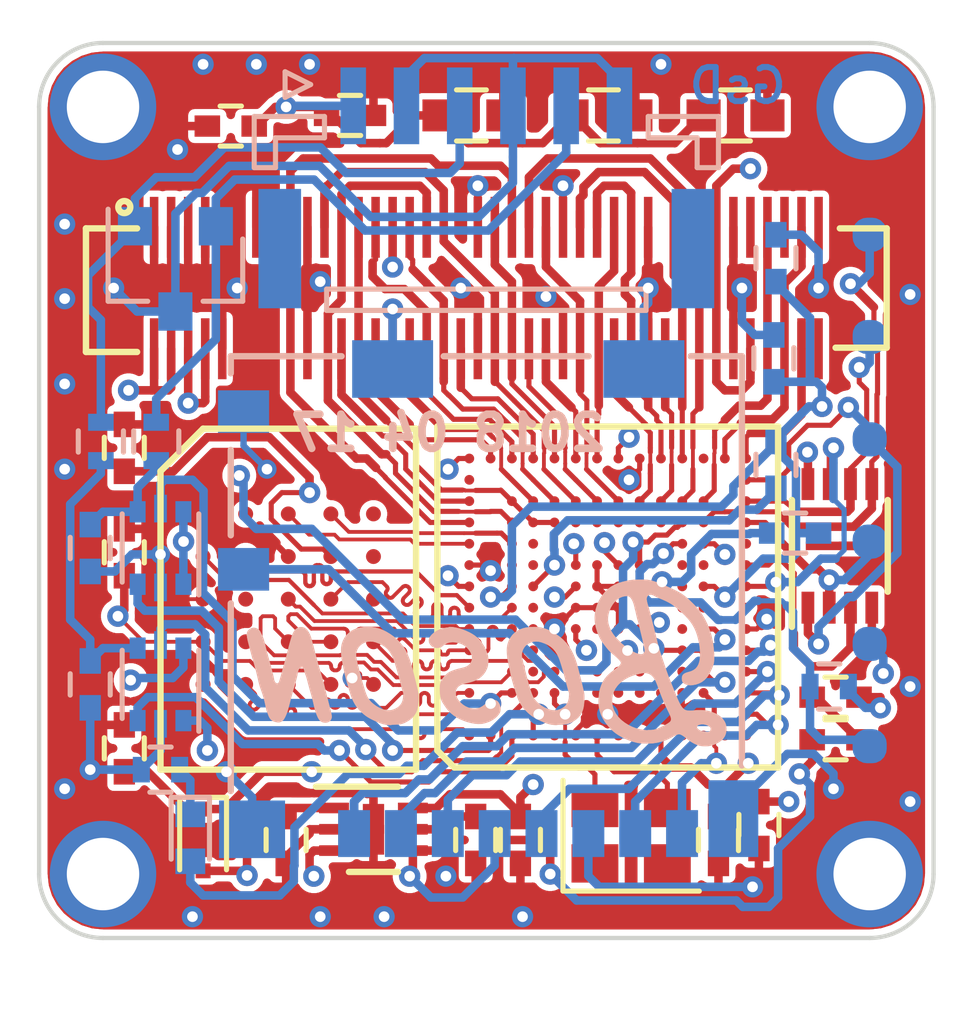
<source format=kicad_pcb>
(kicad_pcb (version 20171130) (host pcbnew "(5.0.0-rc2-dev-321-g78161b592)")
  (title_block (date "sam. 04 avril 2015"))
  (layers (0 F.Cu signal) (1 In1.Cu signal) (2 In2.Cu signal) (31 B.Cu signal) (34 B.Paste user) (35 F.Paste user) (36 B.SilkS user) (37 F.SilkS user) (38 B.Mask user) (39 F.Mask user) (44 Edge.Cuts user))
  (net 0 "")
  (net 1 GND)
  (net 2 +3V3)
  (net 3 "Net-(U3-PadP1)")
  (net 4 "Net-(U3-PadH3)")
  (net 5 "Net-(U3-PadD4)")
  (net 6 "Net-(U3-PadE4)")
  (net 7 "Net-(U3-PadF4)")
  (net 8 "Net-(U3-PadG4)")
  (net 9 "Net-(U3-PadK4)")
  (net 10 "Net-(U3-PadL4)")
  (net 11 "Net-(U3-PadL6)")
  (net 12 "Net-(U3-PadM7)")
  (net 13 "Net-(U3-PadP7)")
  (net 14 "Net-(U3-PadL8)")
  (net 15 "Net-(U3-PadP10)")
  (net 16 "Net-(U3-PadG11)")
  (net 17 "Net-(U3-PadA13)")
  (net 18 HYPERBUS_RESET#)
  (net 19 HYPERBUS_DQ1)
  (net 20 HYPERBUS_DQ2)
  (net 21 HYPERBUS_DQ6)
  (net 22 HYPERBUS_DQ7)
  (net 23 HYPERBUS_RWDS)
  (net 24 HYPERBUS_CS#)
  (net 25 HYPERBUS_DQ0)
  (net 26 HYPERBUS_DQ3)
  (net 27 HYPERBUS_DQ4)
  (net 28 HYPERBUS_CK)
  (net 29 HYPERBUS_CK#)
  (net 30 +1V2)
  (net 31 HYPERBUS_DQ5)
  (net 32 +1V8)
  (net 33 FPGA_CDONE)
  (net 34 "Net-(U4-PadB5)")
  (net 35 "Net-(U4-PadC5)")
  (net 36 "Net-(U5-Pad80)")
  (net 37 BOSON_DATA_EN)
  (net 38 BOSON_DATA0)
  (net 39 "Net-(U5-Pad75)")
  (net 40 BOSON_HSYNC)
  (net 41 "Net-(U5-Pad71)")
  (net 42 BOSON_DATA1)
  (net 43 BOSON_DATA3)
  (net 44 BOSON_CK)
  (net 45 BOSON_VSYNC)
  (net 46 BOSON_DATA2)
  (net 47 BOSON_DATA11)
  (net 48 BOSON_DATA12)
  (net 49 BOSON_DATA9)
  (net 50 BOSON_DATA10)
  (net 51 BOSON_TXD)
  (net 52 BOSON_DATA13)
  (net 53 BOSON_DATA15)
  (net 54 BOSON_RXD)
  (net 55 BOSON_DATA6)
  (net 56 BOSON_DATA7)
  (net 57 BOSON_DATA5)
  (net 58 BOSON_DATA4)
  (net 59 BOSON_DATA8)
  (net 60 BOSON_DATA14)
  (net 61 BOSON_EXTSYNC)
  (net 62 BOSON_RESET)
  (net 63 "Net-(U3-PadD9)")
  (net 64 "Net-(U3-PadN1)")
  (net 65 "Net-(U3-PadM1)")
  (net 66 "Net-(U3-PadL1)")
  (net 67 "Net-(U3-PadH1)")
  (net 68 "Net-(U3-PadE1)")
  (net 69 "Net-(U3-PadD5)")
  (net 70 "Net-(U3-PadK3)")
  (net 71 "Net-(U3-PadG3)")
  (net 72 SPI_CONFIG_SS)
  (net 73 SPI_CONFIG_SCK)
  (net 74 SPI_CONFIG_MISO)
  (net 75 SPI_CONFIG_MOSI)
  (net 76 "Net-(U3-PadK11)")
  (net 77 "Net-(U3-PadH11)")
  (net 78 "Net-(U3-PadF11)")
  (net 79 "Net-(U3-PadJ11)")
  (net 80 "Net-(U3-PadD10)")
  (net 81 "Net-(U3-PadD7)")
  (net 82 "Net-(U3-PadD6)")
  (net 83 SD_CMD)
  (net 84 SD_CK)
  (net 85 SD_DAT2)
  (net 86 SD_DAT1)
  (net 87 SD_DAT0)
  (net 88 SD_CD)
  (net 89 SD_DAT3)
  (net 90 "Net-(C22-Pad1)")
  (net 91 "Net-(C23-Pad2)")
  (net 92 +2V5)
  (net 93 QSPI_D2)
  (net 94 QSPI_D3)
  (net 95 "Net-(U3-PadM9)")
  (net 96 "Net-(U3-PadL9)")
  (net 97 FPGA_RESET)
  (net 98 IO_B_INTERNAL)
  (net 99 LED_A)
  (net 100 IO_A_INTERNAL)
  (net 101 IO_B_DIR)
  (net 102 IO_A_DIR)
  (net 103 16MHZ_IN)
  (net 104 "Net-(C1-Pad1)")
  (net 105 "Net-(C2-Pad1)")
  (net 106 "Net-(D1-Pad1)")
  (net 107 IO_A)
  (net 108 IO_B)
  (net 109 "Net-(U3-PadJ1)")
  (net 110 "Net-(U3-PadH4)")
  (net 111 "Net-(U3-PadJ3)")
  (net 112 "Net-(U3-PadF3)")
  (net 113 "Net-(U3-PadC9)")
  (module bosonFrameGrabber:csBGA_132 (layer F.Cu) (at 147.85 104.5 90)
    (fp_text reference U3 (at 0 -13.3 90) (layer F.SilkS) (effects (font (size 0 0))))
    (fp_text value ICE40HX8K)
    (pad P13 smd circle (at 2.75 3.25 180) (size 0.23 0.23) (layers F.Cu F.Paste F.Mask) (net 72 SPI_CONFIG_SS))
    (pad P12 smd circle (at 2.25 3.25 180) (size 0.23 0.23) (layers F.Cu F.Paste F.Mask) (net 73 SPI_CONFIG_SCK))
    (pad P11 smd circle (at 1.75 3.25 180) (size 0.23 0.23) (layers F.Cu F.Paste F.Mask) (net 74 SPI_CONFIG_MISO))
    (pad P10 smd circle (at 1.25 3.25 180) (size 0.23 0.23) (layers F.Cu F.Paste F.Mask) (net 15 "Net-(U3-PadP10)"))
    (pad P9 smd circle (at 0.75 3.25 180) (size 0.23 0.23) (layers F.Cu F.Paste F.Mask) (net 93 QSPI_D2))
    (pad P8 smd circle (at 0.25 3.25 180) (size 0.23 0.23) (layers F.Cu F.Paste F.Mask) (net 94 QSPI_D3))
    (pad P7 smd circle (at -0.25 3.25 180) (size 0.23 0.23) (layers F.Cu F.Paste F.Mask) (net 13 "Net-(U3-PadP7)"))
    (pad P6 smd circle (at -0.75 3.25 180) (size 0.23 0.23) (layers F.Cu F.Paste F.Mask) (net 1 GND))
    (pad P5 smd circle (at -1.25 3.25 180) (size 0.23 0.23) (layers F.Cu F.Paste F.Mask) (net 85 SD_DAT2))
    (pad P4 smd circle (at -1.75 3.25 180) (size 0.23 0.23) (layers F.Cu F.Paste F.Mask) (net 83 SD_CMD))
    (pad P3 smd circle (at -2.25 3.25 180) (size 0.23 0.23) (layers F.Cu F.Paste F.Mask) (net 84 SD_CK))
    (pad N14 smd circle (at 3.25 2.75 180) (size 0.23 0.23) (layers F.Cu F.Paste F.Mask) (net 38 BOSON_DATA0))
    (pad M14 smd circle (at 3.25 2.25 180) (size 0.23 0.23) (layers F.Cu F.Paste F.Mask))
    (pad L14 smd circle (at 3.25 1.75 180) (size 0.23 0.23) (layers F.Cu F.Paste F.Mask) (net 46 BOSON_DATA2))
    (pad K14 smd circle (at 3.25 1.25 180) (size 0.23 0.23) (layers F.Cu F.Paste F.Mask) (net 45 BOSON_VSYNC))
    (pad J14 smd circle (at 3.25 0.75 180) (size 0.23 0.23) (layers F.Cu F.Paste F.Mask) (net 1 GND))
    (pad H14 smd circle (at 3.25 0.25 180) (size 0.23 0.23) (layers F.Cu F.Paste F.Mask) (net 32 +1V8))
    (pad G14 smd circle (at 3.25 -0.25 180) (size 0.23 0.23) (layers F.Cu F.Paste F.Mask) (net 44 BOSON_CK))
    (pad F14 smd circle (at 3.25 -0.75 180) (size 0.23 0.23) (layers F.Cu F.Paste F.Mask) (net 47 BOSON_DATA11))
    (pad E14 smd circle (at 3.25 -1.25 180) (size 0.23 0.23) (layers F.Cu F.Paste F.Mask) (net 52 BOSON_DATA13))
    (pad D14 smd circle (at 3.25 -1.75 180) (size 0.23 0.23) (layers F.Cu F.Paste F.Mask) (net 53 BOSON_DATA15))
    (pad C14 smd circle (at 3.25 -2.25 180) (size 0.23 0.23) (layers F.Cu F.Paste F.Mask) (net 58 BOSON_DATA4))
    (pad N1 smd circle (at -3.25 2.75 180) (size 0.23 0.23) (layers F.Cu F.Paste F.Mask) (net 64 "Net-(U3-PadN1)"))
    (pad M1 smd circle (at -3.25 2.25 180) (size 0.23 0.23) (layers F.Cu F.Paste F.Mask) (net 65 "Net-(U3-PadM1)"))
    (pad L1 smd circle (at -3.25 1.75 180) (size 0.23 0.23) (layers F.Cu F.Paste F.Mask) (net 66 "Net-(U3-PadL1)"))
    (pad K1 smd circle (at -3.25 1.25 180) (size 0.23 0.23) (layers F.Cu F.Paste F.Mask) (net 2 +3V3))
    (pad J1 smd circle (at -3.25 0.75 180) (size 0.23 0.23) (layers F.Cu F.Paste F.Mask) (net 109 "Net-(U3-PadJ1)"))
    (pad H1 smd circle (at -3.25 0.25 180) (size 0.23 0.23) (layers F.Cu F.Paste F.Mask) (net 67 "Net-(U3-PadH1)"))
    (pad G1 smd circle (at -3.25 -0.25 180) (size 0.23 0.23) (layers F.Cu F.Paste F.Mask) (net 103 16MHZ_IN))
    (pad F1 smd circle (at -3.25 -0.75 180) (size 0.23 0.23) (layers F.Cu F.Paste F.Mask) (net 1 GND))
    (pad E1 smd circle (at -3.25 -1.25 180) (size 0.23 0.23) (layers F.Cu F.Paste F.Mask) (net 68 "Net-(U3-PadE1)"))
    (pad D1 smd circle (at -3.25 -1.75 180) (size 0.23 0.23) (layers F.Cu F.Paste F.Mask) (net 99 LED_A))
    (pad C1 smd circle (at -3.25 -2.25 180) (size 0.23 0.23) (layers F.Cu F.Paste F.Mask) (net 98 IO_B_INTERNAL))
    (pad A13 smd circle (at 2.75 -3.25 180) (size 0.23 0.23) (layers F.Cu F.Paste F.Mask) (net 17 "Net-(U3-PadA13)"))
    (pad A12 smd circle (at 2.25 -3.25 180) (size 0.23 0.23) (layers F.Cu F.Paste F.Mask) (net 62 BOSON_RESET))
    (pad A11 smd circle (at 1.75 -3.25 180) (size 0.23 0.23) (layers F.Cu F.Paste F.Mask) (net 51 BOSON_TXD))
    (pad A10 smd circle (at 1.25 -3.25 180) (size 0.23 0.23) (layers F.Cu F.Paste F.Mask) (net 24 HYPERBUS_CS#))
    (pad A9 smd circle (at 0.75 -3.25 180) (size 0.23 0.23) (layers F.Cu F.Paste F.Mask) (net 1 GND))
    (pad A8 smd circle (at 0.25 -3.25 180) (size 0.23 0.23) (layers F.Cu F.Paste F.Mask) (net 32 +1V8))
    (pad A7 smd circle (at -0.25 -3.25 180) (size 0.23 0.23) (layers F.Cu F.Paste F.Mask) (net 28 HYPERBUS_CK))
    (pad A6 smd circle (at -0.75 -3.25 180) (size 0.23 0.23) (layers F.Cu F.Paste F.Mask) (net 29 HYPERBUS_CK#))
    (pad A5 smd circle (at -1.25 -3.25 180) (size 0.23 0.23) (layers F.Cu F.Paste F.Mask) (net 26 HYPERBUS_DQ3))
    (pad A4 smd circle (at -1.75 -3.25 180) (size 0.23 0.23) (layers F.Cu F.Paste F.Mask) (net 25 HYPERBUS_DQ0))
    (pad A3 smd circle (at -2.25 -3.25 180) (size 0.23 0.23) (layers F.Cu F.Paste F.Mask) (net 31 HYPERBUS_DQ5))
    (pad P14 smd circle (at 3.25 3.25 180) (size 0.23 0.23) (layers F.Cu F.Paste F.Mask) (net 37 BOSON_DATA_EN))
    (pad B14 smd circle (at 3.25 -2.75 180) (size 0.23 0.23) (layers F.Cu F.Paste F.Mask) (net 57 BOSON_DATA5))
    (pad A14 smd circle (at 3.25 -3.25 180) (size 0.23 0.23) (layers F.Cu F.Paste F.Mask) (net 92 +2V5))
    (pad M12 smd circle (at 2.25 2.25 180) (size 0.23 0.23) (layers F.Cu F.Paste F.Mask) (net 40 BOSON_HSYNC))
    (pad L12 smd circle (at 2.25 1.75 180) (size 0.23 0.23) (layers F.Cu F.Paste F.Mask) (net 50 BOSON_DATA10))
    (pad K12 smd circle (at 2.25 1.25 180) (size 0.23 0.23) (layers F.Cu F.Paste F.Mask) (net 42 BOSON_DATA1))
    (pad J12 smd circle (at 2.25 0.75 180) (size 0.23 0.23) (layers F.Cu F.Paste F.Mask) (net 43 BOSON_DATA3))
    (pad H12 smd circle (at 2.25 0.25 180) (size 0.23 0.23) (layers F.Cu F.Paste F.Mask) (net 48 BOSON_DATA12))
    (pad G12 smd circle (at 2.25 -0.25 180) (size 0.23 0.23) (layers F.Cu F.Paste F.Mask) (net 49 BOSON_DATA9))
    (pad F12 smd circle (at 2.25 -0.75 180) (size 0.23 0.23) (layers F.Cu F.Paste F.Mask) (net 60 BOSON_DATA14))
    (pad E12 smd circle (at 2.25 -1.25 180) (size 0.23 0.23) (layers F.Cu F.Paste F.Mask) (net 56 BOSON_DATA7))
    (pad D12 smd circle (at 2.25 -1.75 180) (size 0.23 0.23) (layers F.Cu F.Paste F.Mask) (net 55 BOSON_DATA6))
    (pad C12 smd circle (at 2.25 -2.25 180) (size 0.23 0.23) (layers F.Cu F.Paste F.Mask) (net 59 BOSON_DATA8))
    (pad M11 smd circle (at 1.75 2.25 180) (size 0.23 0.23) (layers F.Cu F.Paste F.Mask) (net 75 SPI_CONFIG_MOSI))
    (pad L11 smd circle (at 1.75 1.75 180) (size 0.23 0.23) (layers F.Cu F.Paste F.Mask) (net 2 +3V3))
    (pad K11 smd circle (at 1.75 1.25 180) (size 0.23 0.23) (layers F.Cu F.Paste F.Mask) (net 76 "Net-(U3-PadK11)"))
    (pad J11 smd circle (at 1.75 0.75 180) (size 0.23 0.23) (layers F.Cu F.Paste F.Mask) (net 79 "Net-(U3-PadJ11)"))
    (pad H11 smd circle (at 1.75 0.25 180) (size 0.23 0.23) (layers F.Cu F.Paste F.Mask) (net 77 "Net-(U3-PadH11)"))
    (pad G11 smd circle (at 1.75 -0.25 180) (size 0.23 0.23) (layers F.Cu F.Paste F.Mask) (net 16 "Net-(U3-PadG11)"))
    (pad F11 smd circle (at 1.75 -0.75 180) (size 0.23 0.23) (layers F.Cu F.Paste F.Mask) (net 78 "Net-(U3-PadF11)"))
    (pad E11 smd circle (at 1.75 -1.25 180) (size 0.23 0.23) (layers F.Cu F.Paste F.Mask) (net 59 BOSON_DATA8))
    (pad D11 smd circle (at 1.75 -1.75 180) (size 0.23 0.23) (layers F.Cu F.Paste F.Mask) (net 59 BOSON_DATA8))
    (pad C11 smd circle (at 1.75 -2.25 180) (size 0.23 0.23) (layers F.Cu F.Paste F.Mask) (net 54 BOSON_RXD))
    (pad M10 smd circle (at 1.25 2.25 180) (size 0.23 0.23) (layers F.Cu F.Paste F.Mask) (net 33 FPGA_CDONE))
    (pad L10 smd circle (at 1.25 1.75 180) (size 0.23 0.23) (layers F.Cu F.Paste F.Mask) (net 97 FPGA_RESET))
    (pad D10 smd circle (at 1.25 -1.75 180) (size 0.23 0.23) (layers F.Cu F.Paste F.Mask) (net 80 "Net-(U3-PadD10)"))
    (pad C10 smd circle (at 1.25 -2.25 180) (size 0.23 0.23) (layers F.Cu F.Paste F.Mask) (net 18 HYPERBUS_RESET#))
    (pad M9 smd circle (at 0.75 2.25 180) (size 0.23 0.23) (layers F.Cu F.Paste F.Mask) (net 95 "Net-(U3-PadM9)"))
    (pad L9 smd circle (at 0.75 1.75 180) (size 0.23 0.23) (layers F.Cu F.Paste F.Mask) (net 96 "Net-(U3-PadL9)"))
    (pad J9 smd circle (at 0.75 0.75 180) (size 0.23 0.23) (layers F.Cu F.Paste F.Mask) (net 2 +3V3))
    (pad H9 smd circle (at 0.75 0.25 180) (size 0.23 0.23) (layers F.Cu F.Paste F.Mask) (net 30 +1V2))
    (pad G9 smd circle (at 0.75 -0.25 180) (size 0.23 0.23) (layers F.Cu F.Paste F.Mask) (net 1 GND))
    (pad F9 smd circle (at 0.75 -0.75 180) (size 0.23 0.23) (layers F.Cu F.Paste F.Mask) (net 32 +1V8))
    (pad D9 smd circle (at 0.75 -1.75 180) (size 0.23 0.23) (layers F.Cu F.Paste F.Mask) (net 63 "Net-(U3-PadD9)"))
    (pad C9 smd circle (at 0.75 -2.25 180) (size 0.23 0.23) (layers F.Cu F.Paste F.Mask) (net 113 "Net-(U3-PadC9)"))
    (pad M8 smd circle (at 0.25 2.25 180) (size 0.23 0.23) (layers F.Cu F.Paste F.Mask) (net 30 +1V2))
    (pad L8 smd circle (at 0.25 1.75 180) (size 0.23 0.23) (layers F.Cu F.Paste F.Mask) (net 14 "Net-(U3-PadL8)"))
    (pad J8 smd circle (at 0.25 0.75 180) (size 0.23 0.23) (layers F.Cu F.Paste F.Mask) (net 1 GND))
    (pad H8 smd circle (at 0.25 0.25 180) (size 0.23 0.23) (layers F.Cu F.Paste F.Mask) (net 1 GND))
    (pad G8 smd circle (at 0.25 -0.25 180) (size 0.23 0.23) (layers F.Cu F.Paste F.Mask) (net 1 GND))
    (pad F8 smd circle (at 0.25 -0.75 180) (size 0.23 0.23) (layers F.Cu F.Paste F.Mask) (net 30 +1V2))
    (pad D8 smd circle (at 0.25 -1.75 180) (size 0.23 0.23) (layers F.Cu F.Paste F.Mask) (net 91 "Net-(C23-Pad2)"))
    (pad C8 smd circle (at 0.25 -2.25 180) (size 0.23 0.23) (layers F.Cu F.Paste F.Mask) (net 30 +1V2))
    (pad M7 smd circle (at -0.25 2.25 180) (size 0.23 0.23) (layers F.Cu F.Paste F.Mask) (net 12 "Net-(U3-PadM7)"))
    (pad L7 smd circle (at -0.25 1.75 180) (size 0.23 0.23) (layers F.Cu F.Paste F.Mask) (net 90 "Net-(C22-Pad1)"))
    (pad J7 smd circle (at -0.25 0.75 180) (size 0.23 0.23) (layers F.Cu F.Paste F.Mask) (net 30 +1V2))
    (pad H7 smd circle (at -0.25 0.25 180) (size 0.23 0.23) (layers F.Cu F.Paste F.Mask) (net 1 GND))
    (pad G7 smd circle (at -0.25 -0.25 180) (size 0.23 0.23) (layers F.Cu F.Paste F.Mask) (net 1 GND))
    (pad F7 smd circle (at -0.25 -0.75 180) (size 0.23 0.23) (layers F.Cu F.Paste F.Mask) (net 1 GND))
    (pad D7 smd circle (at -0.25 -1.75 180) (size 0.23 0.23) (layers F.Cu F.Paste F.Mask) (net 81 "Net-(U3-PadD7)"))
    (pad C7 smd circle (at -0.25 -2.25 180) (size 0.23 0.23) (layers F.Cu F.Paste F.Mask) (net 20 HYPERBUS_DQ2))
    (pad M6 smd circle (at -0.75 2.25 180) (size 0.23 0.23) (layers F.Cu F.Paste F.Mask) (net 88 SD_CD))
    (pad L6 smd circle (at -0.75 1.75 180) (size 0.23 0.23) (layers F.Cu F.Paste F.Mask) (net 11 "Net-(U3-PadL6)"))
    (pad J6 smd circle (at -0.75 0.75 180) (size 0.23 0.23) (layers F.Cu F.Paste F.Mask) (net 2 +3V3))
    (pad H6 smd circle (at -0.75 0.25 180) (size 0.23 0.23) (layers F.Cu F.Paste F.Mask) (net 1 GND))
    (pad G6 smd circle (at -0.75 -0.25 180) (size 0.23 0.23) (layers F.Cu F.Paste F.Mask) (net 30 +1V2))
    (pad F6 smd circle (at -0.75 -0.75 180) (size 0.23 0.23) (layers F.Cu F.Paste F.Mask) (net 32 +1V8))
    (pad D6 smd circle (at -0.75 -1.75 180) (size 0.23 0.23) (layers F.Cu F.Paste F.Mask) (net 82 "Net-(U3-PadD6)"))
    (pad C6 smd circle (at -0.75 -2.25 180) (size 0.23 0.23) (layers F.Cu F.Paste F.Mask) (net 23 HYPERBUS_RWDS))
    (pad M5 smd circle (at -1.25 2.25 180) (size 0.23 0.23) (layers F.Cu F.Paste F.Mask) (net 2 +3V3))
    (pad L5 smd circle (at -1.25 1.75 180) (size 0.23 0.23) (layers F.Cu F.Paste F.Mask) (net 2 +3V3))
    (pad D5 smd circle (at -1.25 -1.75 180) (size 0.23 0.23) (layers F.Cu F.Paste F.Mask) (net 69 "Net-(U3-PadD5)"))
    (pad C5 smd circle (at -1.25 -2.25 180) (size 0.23 0.23) (layers F.Cu F.Paste F.Mask) (net 27 HYPERBUS_DQ4))
    (pad M4 smd circle (at -1.75 2.25 180) (size 0.23 0.23) (layers F.Cu F.Paste F.Mask) (net 89 SD_DAT3))
    (pad L4 smd circle (at -1.75 1.75 180) (size 0.23 0.23) (layers F.Cu F.Paste F.Mask) (net 10 "Net-(U3-PadL4)"))
    (pad K4 smd circle (at -1.75 1.25 180) (size 0.23 0.23) (layers F.Cu F.Paste F.Mask) (net 9 "Net-(U3-PadK4)"))
    (pad J4 smd circle (at -1.75 0.75 180) (size 0.23 0.23) (layers F.Cu F.Paste F.Mask) (net 30 +1V2))
    (pad H4 smd circle (at -1.75 0.25 180) (size 0.23 0.23) (layers F.Cu F.Paste F.Mask) (net 110 "Net-(U3-PadH4)"))
    (pad G4 smd circle (at -1.75 -0.25 180) (size 0.23 0.23) (layers F.Cu F.Paste F.Mask) (net 8 "Net-(U3-PadG4)"))
    (pad F4 smd circle (at -1.75 -0.75 180) (size 0.23 0.23) (layers F.Cu F.Paste F.Mask) (net 7 "Net-(U3-PadF4)"))
    (pad E4 smd circle (at -1.75 -1.25 180) (size 0.23 0.23) (layers F.Cu F.Paste F.Mask) (net 6 "Net-(U3-PadE4)"))
    (pad D4 smd circle (at -1.75 -1.75 180) (size 0.23 0.23) (layers F.Cu F.Paste F.Mask) (net 5 "Net-(U3-PadD4)"))
    (pad C4 smd circle (at -1.75 -2.25 180) (size 0.23 0.23) (layers F.Cu F.Paste F.Mask) (net 19 HYPERBUS_DQ1))
    (pad M3 smd circle (at -2.25 2.25 180) (size 0.23 0.23) (layers F.Cu F.Paste F.Mask) (net 86 SD_DAT1))
    (pad L3 smd circle (at -2.25 1.75 180) (size 0.23 0.23) (layers F.Cu F.Paste F.Mask) (net 1 GND))
    (pad K3 smd circle (at -2.25 1.25 180) (size 0.23 0.23) (layers F.Cu F.Paste F.Mask) (net 70 "Net-(U3-PadK3)"))
    (pad J3 smd circle (at -2.25 0.75 180) (size 0.23 0.23) (layers F.Cu F.Paste F.Mask) (net 111 "Net-(U3-PadJ3)"))
    (pad H3 smd circle (at -2.25 0.25 180) (size 0.23 0.23) (layers F.Cu F.Paste F.Mask) (net 4 "Net-(U3-PadH3)"))
    (pad G3 smd circle (at -2.25 -0.25 180) (size 0.23 0.23) (layers F.Cu F.Paste F.Mask) (net 71 "Net-(U3-PadG3)"))
    (pad F3 smd circle (at -2.25 -0.75 180) (size 0.23 0.23) (layers F.Cu F.Paste F.Mask) (net 112 "Net-(U3-PadF3)"))
    (pad E3 smd circle (at -2.25 -1.25 180) (size 0.23 0.23) (layers F.Cu F.Paste F.Mask) (net 2 +3V3))
    (pad D3 smd circle (at -2.25 -1.75 180) (size 0.23 0.23) (layers F.Cu F.Paste F.Mask) (net 101 IO_B_DIR))
    (pad C3 smd circle (at -2.25 -2.25 180) (size 0.23 0.23) (layers F.Cu F.Paste F.Mask) (net 102 IO_A_DIR))
    (pad P2 smd circle (at -2.75 3.25 180) (size 0.23 0.23) (layers F.Cu F.Paste F.Mask) (net 87 SD_DAT0))
    (pad A2 smd circle (at -2.75 -3.25 180) (size 0.23 0.23) (layers F.Cu F.Paste F.Mask) (net 21 HYPERBUS_DQ6))
    (pad P1 smd circle (at -3.25 3.25 180) (size 0.23 0.23) (layers F.Cu F.Paste F.Mask) (net 3 "Net-(U3-PadP1)"))
    (pad B1 smd circle (at -3.25 -2.75 180) (size 0.23 0.23) (layers F.Cu F.Paste F.Mask) (net 100 IO_A_INTERNAL))
    (pad A1 smd circle (at -3.25 -3.25 180) (size 0.23 0.23) (layers F.Cu F.Paste F.Mask) (net 22 HYPERBUS_DQ7))
  )
  (module bosonFrameGrabber:BGA_24 (layer F.Cu) (at 140.35 104.55)
    (fp_text reference U4 (at 0 -4.81) (layer F.SilkS) (effects (font (size 0 0))))
    (fp_text value S27KS0641 hide)
    (pad B1 smd circle (at -2 -1) (size 0.35 0.35) (layers F.Cu F.Paste F.Mask) (net 29 HYPERBUS_CK#))
    (pad C1 smd circle (at -2 0) (size 0.35 0.35) (layers F.Cu F.Paste F.Mask) (net 1 GND))
    (pad D1 smd circle (at -2 1) (size 0.35 0.35) (layers F.Cu F.Paste F.Mask) (net 32 +1V8))
    (pad E1 smd circle (at -2 2) (size 0.35 0.35) (layers F.Cu F.Paste F.Mask) (net 22 HYPERBUS_DQ7))
    (pad A2 smd circle (at -1 -2) (size 0.35 0.35) (layers F.Cu F.Paste F.Mask))
    (pad B2 smd circle (at -1 -1) (size 0.35 0.35) (layers F.Cu F.Paste F.Mask) (net 28 HYPERBUS_CK))
    (pad C2 smd circle (at -1 0) (size 0.35 0.35) (layers F.Cu F.Paste F.Mask))
    (pad D2 smd circle (at -1 1) (size 0.35 0.35) (layers F.Cu F.Paste F.Mask) (net 19 HYPERBUS_DQ1))
    (pad E2 smd circle (at -1 2) (size 0.35 0.35) (layers F.Cu F.Paste F.Mask) (net 21 HYPERBUS_DQ6))
    (pad A3 smd circle (at 0 -2) (size 0.35 0.35) (layers F.Cu F.Paste F.Mask) (net 24 HYPERBUS_CS#))
    (pad B3 smd circle (at 0 -1) (size 0.35 0.35) (layers F.Cu F.Paste F.Mask) (net 1 GND))
    (pad C3 smd circle (at 0 0) (size 0.35 0.35) (layers F.Cu F.Paste F.Mask) (net 23 HYPERBUS_RWDS))
    (pad D3 smd circle (at 0 1) (size 0.35 0.35) (layers F.Cu F.Paste F.Mask) (net 25 HYPERBUS_DQ0))
    (pad E3 smd circle (at 0 2) (size 0.35 0.35) (layers F.Cu F.Paste F.Mask) (net 31 HYPERBUS_DQ5))
    (pad A4 smd circle (at 1 -2) (size 0.35 0.35) (layers F.Cu F.Paste F.Mask) (net 18 HYPERBUS_RESET#))
    (pad B4 smd circle (at 1 -1) (size 0.35 0.35) (layers F.Cu F.Paste F.Mask) (net 32 +1V8))
    (pad C4 smd circle (at 1 0) (size 0.35 0.35) (layers F.Cu F.Paste F.Mask) (net 20 HYPERBUS_DQ2))
    (pad D4 smd circle (at 1 1) (size 0.35 0.35) (layers F.Cu F.Paste F.Mask) (net 26 HYPERBUS_DQ3))
    (pad E4 smd circle (at 1 2) (size 0.35 0.35) (layers F.Cu F.Paste F.Mask) (net 32 +1V8))
    (pad A5 smd circle (at 2 -2) (size 0.35 0.35) (layers F.Cu F.Paste F.Mask))
    (pad B5 smd circle (at 2 -1) (size 0.35 0.35) (layers F.Cu F.Paste F.Mask) (net 34 "Net-(U4-PadB5)"))
    (pad C5 smd circle (at 2 0) (size 0.35 0.35) (layers F.Cu F.Paste F.Mask) (net 35 "Net-(U4-PadC5)"))
    (pad D5 smd circle (at 2 1) (size 0.35 0.35) (layers F.Cu F.Paste F.Mask) (net 27 HYPERBUS_DQ4))
    (pad E5 smd circle (at 2 2) (size 0.35 0.35) (layers F.Cu F.Paste F.Mask) (net 1 GND))
  )
  (module Measurement_Points:Measurement_Point_Round-SMD-Pad_Small (layer B.Cu) (at 154 96 180)
    (fp_text reference REF** hide)
    (fp_text value Measurement_Point_Round-SMD-Pad_Small)
    (pad 1 smd roundrect (at 0 0 180) (size 0.8 0.8) (layers B.Cu B.Mask) (roundrect_rratio 0.42) (net 75 SPI_CONFIG_MOSI))
    (pad 2 smd roundrect (at 0 -2.4 180) (size 0.8 0.8) (layers B.Cu B.Mask) (roundrect_rratio 0.42) (net 73 SPI_CONFIG_SCK))
    (pad 3 smd roundrect (at 0 -4.8 180) (size 0.8 0.8) (layers B.Cu B.Mask) (roundrect_rratio 0.42) (net 72 SPI_CONFIG_SS))
    (pad 4 smd roundrect (at 0 -7.2 180) (size 0.8 0.8) (layers B.Cu B.Mask) (roundrect_rratio 0.42) (net 74 SPI_CONFIG_MISO))
    (pad 5 smd roundrect (at 0 -9.6 180) (size 0.8 0.8) (layers B.Cu B.Mask) (roundrect_rratio 0.42) (net 33 FPGA_CDONE))
    (pad 6 smd roundrect (at 0 -12 180) (size 0.8 0.8) (layers B.Cu B.Mask) (roundrect_rratio 0.42) (net 97 FPGA_RESET))
  )
  (module LOGO (layer B.Cu) (at 136.15 106.5 180)
    (fp_text reference G*** hide)
    (fp_text value LOGO hide)
  )
  (module Housings_DFN_QFN:DFN-6-1EP_2x2mm_Pitch0.5mm (layer F.Cu) (at 142.35 109.95)
    (fp_text reference U1 (at 0 -2.05) (layer F.SilkS) (effects (font (size 0 0))))
    (fp_text value MIC5370)
    (pad 7 smd rect (at 0 -0.245) (size 0.5 0.7) (layers F.Cu F.Paste F.Mask) (net 1 GND))
    (pad 7 smd rect (at 0 0.245) (size 0.5 0.7) (layers F.Cu F.Paste F.Mask) (net 1 GND))
    (pad 6 smd rect (at 0.925 -0.5) (size 0.7 0.25) (layers F.Cu F.Paste F.Mask) (net 32 +1V8))
    (pad 5 smd rect (at 0.925 0) (size 0.7 0.25) (layers F.Cu F.Paste F.Mask) (net 30 +1V2))
    (pad 4 smd rect (at 0.925 0.5) (size 0.7 0.25) (layers F.Cu F.Paste F.Mask) (net 2 +3V3))
    (pad 3 smd rect (at -0.925 0.5) (size 0.7 0.25) (layers F.Cu F.Paste F.Mask) (net 2 +3V3))
    (pad 2 smd rect (at -0.925 0) (size 0.7 0.25) (layers F.Cu F.Paste F.Mask) (net 1 GND))
    (pad 1 smd rect (at -0.925 -0.5) (size 0.7 0.25) (layers F.Cu F.Paste F.Mask) (net 2 +3V3))
  )
  (module Oscillators:Oscillator_SMD_SeikoEpson_SG210-4pin_2.5x2.0mm (layer F.Cu) (at 148.4 110.1)
    (fp_text reference X1 (at 0 -2.2) (layer F.SilkS) (effects (font (size 0 0))))
    (fp_text value ASDMB)
    (pad 1 smd rect (at -0.85 0.65) (size 1.1 0.9) (layers F.Cu F.Paste F.Mask) (net 2 +3V3))
    (pad 2 smd rect (at 0.85 0.65) (size 1.1 0.9) (layers F.Cu F.Paste F.Mask) (net 1 GND))
    (pad 3 smd rect (at 0.85 -0.65) (size 1.1 0.9) (layers F.Cu F.Paste F.Mask) (net 103 16MHZ_IN))
    (pad 4 smd rect (at -0.85 -0.65) (size 1.1 0.9) (layers F.Cu F.Paste F.Mask) (net 2 +3V3))
  )
  (module Housings_DFN_QFN:DFN-8-1EP_3x2mm_Pitch0.5mm (layer F.Cu) (at 153.3 103.3 90)
    (fp_text reference U6 (at 0 -2.05 90) (layer F.SilkS) (effects (font (size 0 0))))
    (fp_text value AT25SF081)
    (pad 9 smd rect (at 0 0 90) (size 0.2 1.6) (layers F.Cu F.Paste F.Mask) (net 1 GND))
    (pad 8 smd rect (at 1.45 -0.75 90) (size 0.75 0.3) (layers F.Cu F.Paste F.Mask) (net 2 +3V3))
    (pad 7 smd rect (at 1.45 -0.25 90) (size 0.75 0.3) (layers F.Cu F.Paste F.Mask) (net 94 QSPI_D3))
    (pad 6 smd rect (at 1.45 0.25 90) (size 0.75 0.3) (layers F.Cu F.Paste F.Mask) (net 73 SPI_CONFIG_SCK))
    (pad 5 smd rect (at 1.45 0.75 90) (size 0.75 0.3) (layers F.Cu F.Paste F.Mask) (net 75 SPI_CONFIG_MOSI))
    (pad 4 smd rect (at -1.45 0.75 90) (size 0.75 0.3) (layers F.Cu F.Paste F.Mask) (net 1 GND))
    (pad 3 smd rect (at -1.45 0.25 90) (size 0.75 0.3) (layers F.Cu F.Paste F.Mask) (net 93 QSPI_D2))
    (pad 2 smd rect (at -1.45 -0.25 90) (size 0.75 0.3) (layers F.Cu F.Paste F.Mask) (net 74 SPI_CONFIG_MISO))
    (pad 1 smd rect (at -1.45 -0.75 90) (size 0.75 0.3) (layers F.Cu F.Paste F.Mask) (net 72 SPI_CONFIG_SS))
  )
  (module Mounting_Holes:MountingHole_2.2mm_M2_Pad (layer F.Cu) (at 154 93)
    (fp_text reference REF** hide)
    (fp_text value MountingHole_2.2mm_M2_Pad)
    (pad 1 thru_hole circle (at 0 0) (size 2.5 2.5) (drill 1.7) (layers *.Cu *.Mask) (net 1 GND))
  )
  (module Mounting_Holes:MountingHole_2.2mm_M2_Pad (layer F.Cu) (at 136 93)
    (fp_text reference REF** hide)
    (fp_text value MountingHole_2.2mm_M2_Pad)
    (pad 1 thru_hole circle (at 0 0) (size 2.5 2.5) (drill 1.7) (layers *.Cu *.Mask) (net 1 GND))
  )
  (module Mounting_Holes:MountingHole_2.2mm_M2_Pad (layer F.Cu) (at 136 111)
    (fp_text reference REF** hide)
    (fp_text value MountingHole_2.2mm_M2_Pad)
    (pad 1 thru_hole circle (at 0 0) (size 2.5 2.5) (drill 1.7) (layers *.Cu *.Mask) (net 1 GND))
  )
  (module Mounting_Holes:MountingHole_2.2mm_M2_Pad (layer F.Cu) (at 154 111)
    (fp_text reference REF** hide)
    (fp_text value MountingHole_2.2mm_M2_Pad)
    (pad 1 thru_hole circle (at 0 0) (size 2.5 2.5) (drill 1.7) (layers *.Cu *.Mask) (net 1 GND))
  )
  (module Connectors_JST:JST_GH_BM06B-GHS-TBT_06x1.25mm_Straight (layer B.Cu) (at 145 94.65)
    (fp_text reference J1 (at 0 4.575) (layer B.SilkS) (effects (font (size 0 0)) (justify mirror)))
    (fp_text value "JST GH Series")
    (pad "" smd rect (at -4.85 1.675) (size 1 2.8) (layers B.Cu B.Paste B.Mask))
    (pad "" smd rect (at 4.85 1.675) (size 1 2.8) (layers B.Cu B.Paste B.Mask))
    (pad 6 smd rect (at 3.125 -1.675) (size 0.6 1.8) (layers B.Cu B.Paste B.Mask) (net 1 GND))
    (pad 5 smd rect (at 1.875 -1.675) (size 0.6 1.8) (layers B.Cu B.Paste B.Mask) (net 107 IO_A))
    (pad 4 smd rect (at 0.625 -1.675) (size 0.6 1.8) (layers B.Cu B.Paste B.Mask) (net 1 GND))
    (pad 3 smd rect (at -0.625 -1.675) (size 0.6 1.8) (layers B.Cu B.Paste B.Mask) (net 108 IO_B))
    (pad 2 smd rect (at -1.875 -1.675) (size 0.6 1.8) (layers B.Cu B.Paste B.Mask) (net 1 GND))
    (pad 1 smd rect (at -3.125 -1.675) (size 0.6 1.8) (layers B.Cu B.Paste B.Mask) (net 2 +3V3))
  )
  (module lib:DF40_80Pin (layer F.Cu) (at 145 97.25)
    (fp_text reference U5 (at -6.1 -3.2) (layer F.SilkS) (effects (font (size 0 0))))
    (fp_text value Boson)
    (pad 1 smd rect (at -7.8 -1.425) (size 0.2 1.43) (layers F.Cu F.Paste F.Mask) (net 1 GND))
    (pad 2 smd rect (at -7.8 1.425) (size 0.2 1.43) (layers F.Cu F.Paste F.Mask) (net 2 +3V3))
    (pad 3 smd rect (at -7.4 -1.425) (size 0.2 1.43) (layers F.Cu F.Paste F.Mask) (net 1 GND))
    (pad 4 smd rect (at -7.4 1.425) (size 0.2 1.43) (layers F.Cu F.Paste F.Mask) (net 2 +3V3))
    (pad 5 smd rect (at -7 -1.425) (size 0.2 1.43) (layers F.Cu F.Paste F.Mask) (net 1 GND))
    (pad 6 smd rect (at -7 1.425) (size 0.2 1.43) (layers F.Cu F.Paste F.Mask) (net 2 +3V3))
    (pad 7 smd rect (at -6.6 -1.425) (size 0.2 1.43) (layers F.Cu F.Paste F.Mask) (net 1 GND))
    (pad 8 smd rect (at -6.6 1.425) (size 0.2 1.43) (layers F.Cu F.Paste F.Mask) (net 2 +3V3))
    (pad 10 smd rect (at -6.2 1.425) (size 0.2 1.43) (layers F.Cu F.Paste F.Mask) (net 1 GND))
    (pad 13 smd rect (at -5.4 -1.425) (size 0.2 1.43) (layers F.Cu F.Paste F.Mask) (net 1 GND))
    (pad 19 smd rect (at -4.2 -1.425) (size 0.2 1.43) (layers F.Cu F.Paste F.Mask) (net 1 GND))
    (pad 20 smd rect (at -4.2 1.425) (size 0.2 1.43) (layers F.Cu F.Paste F.Mask) (net 1 GND))
    (pad 21 smd rect (at -3.8 -1.425) (size 0.2 1.43) (layers F.Cu F.Paste F.Mask) (net 60 BOSON_DATA14))
    (pad 24 smd rect (at -3.4 1.425) (size 0.2 1.43) (layers F.Cu F.Paste F.Mask) (net 62 BOSON_RESET))
    (pad 25 smd rect (at -3 -1.425) (size 0.2 1.43) (layers F.Cu F.Paste F.Mask) (net 59 BOSON_DATA8))
    (pad 27 smd rect (at -2.6 -1.425) (size 0.2 1.43) (layers F.Cu F.Paste F.Mask) (net 58 BOSON_DATA4))
    (pad 28 smd rect (at -2.6 1.425) (size 0.2 1.43) (layers F.Cu F.Paste F.Mask) (net 57 BOSON_DATA5))
    (pad 29 smd rect (at -2.2 -1.425) (size 0.2 1.43) (layers F.Cu F.Paste F.Mask) (net 1 GND))
    (pad 30 smd rect (at -2.2 1.425) (size 0.2 1.43) (layers F.Cu F.Paste F.Mask) (net 1 GND))
    (pad 31 smd rect (at -1.8 -1.425) (size 0.2 1.43) (layers F.Cu F.Paste F.Mask) (net 56 BOSON_DATA7))
    (pad 32 smd rect (at -1.8 1.425) (size 0.2 1.43) (layers F.Cu F.Paste F.Mask) (net 55 BOSON_DATA6))
    (pad 33 smd rect (at -1.4 -1.425) (size 0.2 1.43) (layers F.Cu F.Paste F.Mask) (net 54 BOSON_RXD))
    (pad 38 smd rect (at -0.6 1.425) (size 0.2 1.43) (layers F.Cu F.Paste F.Mask) (net 53 BOSON_DATA15))
    (pad 39 smd rect (at -0.2 -1.425) (size 0.2 1.43) (layers F.Cu F.Paste F.Mask) (net 1 GND))
    (pad 40 smd rect (at -0.2 1.425) (size 0.2 1.43) (layers F.Cu F.Paste F.Mask) (net 1 GND))
    (pad 41 smd rect (at 0.2 -1.425) (size 0.2 1.43) (layers F.Cu F.Paste F.Mask) (net 52 BOSON_DATA13))
    (pad 43 smd rect (at 0.6 -1.425) (size 0.2 1.43) (layers F.Cu F.Paste F.Mask) (net 51 BOSON_TXD))
    (pad 45 smd rect (at 1 -1.425) (size 0.2 1.43) (layers F.Cu F.Paste F.Mask) (net 50 BOSON_DATA10))
    (pad 46 smd rect (at 1 1.425) (size 0.2 1.43) (layers F.Cu F.Paste F.Mask) (net 49 BOSON_DATA9))
    (pad 47 smd rect (at 1.4 -1.425) (size 0.2 1.43) (layers F.Cu F.Paste F.Mask) (net 48 BOSON_DATA12))
    (pad 48 smd rect (at 1.4 1.425) (size 0.2 1.43) (layers F.Cu F.Paste F.Mask) (net 47 BOSON_DATA11))
    (pad 49 smd rect (at 1.8 -1.425) (size 0.2 1.43) (layers F.Cu F.Paste F.Mask) (net 1 GND))
    (pad 50 smd rect (at 1.8 1.425) (size 0.2 1.43) (layers F.Cu F.Paste F.Mask) (net 1 GND))
    (pad 51 smd rect (at 2.2 -1.425) (size 0.2 1.43) (layers F.Cu F.Paste F.Mask) (net 46 BOSON_DATA2))
    (pad 53 smd rect (at 2.6 -1.425) (size 0.2 1.43) (layers F.Cu F.Paste F.Mask) (net 45 BOSON_VSYNC))
    (pad 55 smd rect (at 3 -1.425) (size 0.2 1.43) (layers F.Cu F.Paste F.Mask) (net 44 BOSON_CK))
    (pad 56 smd rect (at 3 1.425) (size 0.2 1.43) (layers F.Cu F.Paste F.Mask) (net 43 BOSON_DATA3))
    (pad 59 smd rect (at 3.8 -1.425) (size 0.2 1.43) (layers F.Cu F.Paste F.Mask) (net 1 GND))
    (pad 60 smd rect (at 3.8 1.425) (size 0.2 1.43) (layers F.Cu F.Paste F.Mask) (net 1 GND))
    (pad 62 smd rect (at 4.2 1.425) (size 0.2 1.43) (layers F.Cu F.Paste F.Mask) (net 42 BOSON_DATA1))
    (pad 69 smd rect (at 5.8 -1.425) (size 0.2 1.43) (layers F.Cu F.Paste F.Mask) (net 1 GND))
    (pad 70 smd rect (at 5.8 1.425) (size 0.2 1.43) (layers F.Cu F.Paste F.Mask) (net 1 GND))
    (pad 71 smd rect (at 6.2 -1.425) (size 0.2 1.43) (layers F.Cu F.Paste F.Mask) (net 41 "Net-(U5-Pad71)"))
    (pad 72 smd rect (at 6.2 1.425) (size 0.2 1.43) (layers F.Cu F.Paste F.Mask) (net 61 BOSON_EXTSYNC))
    (pad 73 smd rect (at 6.6 -1.425) (size 0.2 1.43) (layers F.Cu F.Paste F.Mask) (net 40 BOSON_HSYNC))
    (pad 75 smd rect (at 7 -1.425) (size 0.2 1.43) (layers F.Cu F.Paste F.Mask) (net 39 "Net-(U5-Pad75)"))
    (pad 77 smd rect (at 7.4 -1.425) (size 0.2 1.43) (layers F.Cu F.Paste F.Mask) (net 38 BOSON_DATA0))
    (pad 78 smd rect (at 7.4 1.425) (size 0.2 1.43) (layers F.Cu F.Paste F.Mask) (net 37 BOSON_DATA_EN))
    (pad 79 smd rect (at 7.8 -1.425) (size 0.2 1.43) (layers F.Cu F.Paste F.Mask) (net 1 GND))
    (pad 80 smd rect (at 7.8 1.425) (size 0.2 1.43) (layers F.Cu F.Paste F.Mask) (net 36 "Net-(U5-Pad80)"))
  )
  (module Capacitors_SMD:C_0402 (layer F.Cu) (at 150.45 110.2 270)
    (fp_text reference C8 (at 0 -1.27 270) (layer F.SilkS) (effects (font (size 0 0))))
    (fp_text value 100n)
    (pad 2 smd rect (at 0.55 0 270) (size 0.6 0.5) (layers F.Cu F.Paste F.Mask) (net 1 GND))
    (pad 1 smd rect (at -0.55 0 270) (size 0.6 0.5) (layers F.Cu F.Paste F.Mask) (net 32 +1V8))
  )
  (module Capacitors_SMD:C_0402 (layer F.Cu) (at 136.5 101 90)
    (fp_text reference C9 (at 0 -1.27 90) (layer F.SilkS) (effects (font (size 0 0))))
    (fp_text value 100n)
    (pad 2 smd rect (at 0.55 0 90) (size 0.6 0.5) (layers F.Cu F.Paste F.Mask) (net 1 GND))
    (pad 1 smd rect (at -0.55 0 90) (size 0.6 0.5) (layers F.Cu F.Paste F.Mask) (net 32 +1V8))
  )
  (module Capacitors_SMD:C_0402 (layer F.Cu) (at 151.4 109.85 270)
    (fp_text reference C10 (at 0 -1.27 270) (layer F.SilkS) (effects (font (size 0 0))))
    (fp_text value 100n)
    (pad 2 smd rect (at 0.55 0 270) (size 0.6 0.5) (layers F.Cu F.Paste F.Mask) (net 1 GND))
    (pad 1 smd rect (at -0.55 0 270) (size 0.6 0.5) (layers F.Cu F.Paste F.Mask) (net 32 +1V8))
  )
  (module Capacitors_SMD:C_0402 (layer F.Cu) (at 139 93.45 180)
    (fp_text reference C12 (at 0 -1.27 180) (layer F.SilkS) (effects (font (size 0 0))))
    (fp_text value 100n)
    (pad 2 smd rect (at 0.55 0 180) (size 0.6 0.5) (layers F.Cu F.Paste F.Mask) (net 1 GND))
    (pad 1 smd rect (at -0.55 0 180) (size 0.6 0.5) (layers F.Cu F.Paste F.Mask) (net 2 +3V3))
  )
  (module Capacitors_SMD:C_0402 (layer F.Cu) (at 141.8 93.2)
    (fp_text reference C14 (at 0 -1.27) (layer F.SilkS) (effects (font (size 0 0))))
    (fp_text value 100n)
    (pad 1 smd rect (at -0.55 0) (size 0.6 0.5) (layers F.Cu F.Paste F.Mask) (net 2 +3V3))
    (pad 2 smd rect (at 0.55 0) (size 0.6 0.5) (layers F.Cu F.Paste F.Mask) (net 1 GND))
  )
  (module Capacitors_SMD:C_0402 (layer F.Cu) (at 153.2 106.85 180)
    (fp_text reference C16 (at 0 -1.27 180) (layer F.SilkS) (effects (font (size 0 0))))
    (fp_text value 100n)
    (pad 2 smd rect (at 0.55 0 180) (size 0.6 0.5) (layers F.Cu F.Paste F.Mask) (net 1 GND))
    (pad 1 smd rect (at -0.55 0 180) (size 0.6 0.5) (layers F.Cu F.Paste F.Mask) (net 2 +3V3))
  )
  (module Capacitors_SMD:C_0402 (layer F.Cu) (at 136.5 103.45 90)
    (fp_text reference C11 (at 0 -1.27 90) (layer F.SilkS) (effects (font (size 0 0))))
    (fp_text value 100n)
    (pad 2 smd rect (at 0.55 0 90) (size 0.6 0.5) (layers F.Cu F.Paste F.Mask) (net 1 GND))
    (pad 1 smd rect (at -0.55 0 90) (size 0.6 0.5) (layers F.Cu F.Paste F.Mask) (net 32 +1V8))
  )
  (module Capacitors_SMD:C_0402 (layer F.Cu) (at 153.2 107.85)
    (fp_text reference C19 (at 0 -1.27) (layer F.SilkS) (effects (font (size 0 0))))
    (fp_text value 100n)
    (pad 2 smd rect (at 0.55 0) (size 0.6 0.5) (layers F.Cu F.Paste F.Mask) (net 1 GND))
    (pad 1 smd rect (at -0.55 0) (size 0.6 0.5) (layers F.Cu F.Paste F.Mask) (net 30 +1V2))
  )
  (module Capacitors_SMD:C_0402 (layer F.Cu) (at 140.3 110.2 270)
    (fp_text reference C20 (at 0 -1.27 270) (layer F.SilkS) (effects (font (size 0 0))))
    (fp_text value 100n)
    (pad 2 smd rect (at 0.55 0 270) (size 0.6 0.5) (layers F.Cu F.Paste F.Mask) (net 1 GND))
    (pad 1 smd rect (at -0.55 0 270) (size 0.6 0.5) (layers F.Cu F.Paste F.Mask) (net 2 +3V3))
  )
  (module Capacitors_SMD:C_0402 (layer B.Cu) (at 152.25 103)
    (fp_text reference C22 (at 0 1.27) (layer B.SilkS) (effects (font (size 0 0)) (justify mirror)))
    (fp_text value 100n)
    (pad 2 smd rect (at 0.55 0) (size 0.6 0.5) (layers B.Cu B.Paste B.Mask) (net 30 +1V2))
    (pad 1 smd rect (at -0.55 0) (size 0.6 0.5) (layers B.Cu B.Paste B.Mask) (net 90 "Net-(C22-Pad1)"))
  )
  (module Capacitors_SMD:C_0402 (layer B.Cu) (at 151.8 101.4 270)
    (fp_text reference C23 (at 0 1.27 270) (layer B.SilkS) (effects (font (size 0 0)) (justify mirror)))
    (fp_text value 100n)
    (pad 1 smd rect (at -0.55 0 270) (size 0.6 0.5) (layers B.Cu B.Paste B.Mask) (net 30 +1V2))
    (pad 2 smd rect (at 0.55 0 270) (size 0.6 0.5) (layers B.Cu B.Paste B.Mask) (net 91 "Net-(C23-Pad2)"))
  )
  (module bosonFrameGrabber:1040310811 (layer B.Cu) (at 145 110.05 180)
    (fp_text reference J4 (at -0.1 14.2 180) (layer B.SilkS) (effects (font (size 0 0)) (justify mirror)))
    (fp_text value MicroSD)
    (pad 1 smd rect (at 3.105 0 180) (size 0.75 1.1) (layers B.Cu B.Paste B.Mask) (net 85 SD_DAT2))
    (pad 2 smd rect (at 2.005 0 180) (size 0.75 1.1) (layers B.Cu B.Paste B.Mask) (net 89 SD_DAT3))
    (pad 3 smd rect (at 0.905 0 180) (size 0.75 1.1) (layers B.Cu B.Paste B.Mask) (net 83 SD_CMD))
    (pad 4 smd rect (at -0.195 0 180) (size 0.75 1.1) (layers B.Cu B.Paste B.Mask) (net 2 +3V3))
    (pad 5 smd rect (at -1.295 0 180) (size 0.75 1.1) (layers B.Cu B.Paste B.Mask) (net 84 SD_CK))
    (pad 6 smd rect (at -2.395 0 180) (size 0.75 1.1) (layers B.Cu B.Paste B.Mask) (net 1 GND))
    (pad 7 smd rect (at -3.495 0 180) (size 0.75 1.1) (layers B.Cu B.Paste B.Mask) (net 87 SD_DAT0))
    (pad 8 smd rect (at -4.595 0 180) (size 0.75 1.1) (layers B.Cu B.Paste B.Mask) (net 86 SD_DAT1))
    (pad 9 smd rect (at -5.8 0.35 180) (size 1.17 1.8) (layers B.Cu B.Paste B.Mask) (net 1 GND))
    (pad 9 smd rect (at 5.5 0.1 180) (size 1.55 1.35) (layers B.Cu B.Paste B.Mask) (net 1 GND))
    (pad 10 smd rect (at 5.7 6.2 180) (size 1.2 1) (layers B.Cu B.Paste B.Mask) (net 88 SD_CD))
    (pad 11 smd rect (at 5.7 9.9 180) (size 1.2 1) (layers B.Cu B.Paste B.Mask) (net 1 GND))
    (pad 9 smd rect (at 2.2 10.9 180) (size 1.9 1.35) (layers B.Cu B.Paste B.Mask) (net 1 GND))
    (pad 9 smd rect (at -3.7 10.9 180) (size 1.9 1.35) (layers B.Cu B.Paste B.Mask) (net 1 GND))
  )
  (module Capacitors_SMD:C_0402 (layer B.Cu) (at 135.7 103.35 270)
    (fp_text reference C1 (at 0 1.27 270) (layer B.SilkS) (effects (font (size 0 0)) (justify mirror)))
    (fp_text value 100pF)
    (pad 1 smd rect (at -0.55 0 270) (size 0.6 0.5) (layers B.Cu B.Paste B.Mask) (net 104 "Net-(C1-Pad1)"))
    (pad 2 smd rect (at 0.55 0 270) (size 0.6 0.5) (layers B.Cu B.Paste B.Mask) (net 1 GND))
  )
  (module Capacitors_SMD:C_0402 (layer B.Cu) (at 135.7 106.55 270)
    (fp_text reference C2 (at 0 1.27 270) (layer B.SilkS) (effects (font (size 0 0)) (justify mirror)))
    (fp_text value 100pF)
    (pad 2 smd rect (at 0.55 0 270) (size 0.6 0.5) (layers B.Cu B.Paste B.Mask) (net 1 GND))
    (pad 1 smd rect (at -0.55 0 270) (size 0.6 0.5) (layers B.Cu B.Paste B.Mask) (net 105 "Net-(C2-Pad1)"))
  )
  (module Capacitors_SMD:C_0402 (layer F.Cu) (at 144.75 110.2 270)
    (fp_text reference C3 (at 0 -1.27 270) (layer F.SilkS) (effects (font (size 0 0))))
    (fp_text value 1uF)
    (pad 1 smd rect (at -0.55 0 270) (size 0.6 0.5) (layers F.Cu F.Paste F.Mask) (net 30 +1V2))
    (pad 2 smd rect (at 0.55 0 270) (size 0.6 0.5) (layers F.Cu F.Paste F.Mask) (net 1 GND))
  )
  (module Capacitors_SMD:C_0402 (layer F.Cu) (at 145.8 110.2 270)
    (fp_text reference C4 (at 0 -1.27 270) (layer F.SilkS) (effects (font (size 0 0))))
    (fp_text value 1uF)
    (pad 2 smd rect (at 0.55 0 270) (size 0.6 0.5) (layers F.Cu F.Paste F.Mask) (net 1 GND))
    (pad 1 smd rect (at -0.55 0 270) (size 0.6 0.5) (layers F.Cu F.Paste F.Mask) (net 32 +1V8))
  )
  (module Capacitors_SMD:C_0402 (layer F.Cu) (at 136.5 108.05 90)
    (fp_text reference C5 (at 0 -1.27 90) (layer F.SilkS) (effects (font (size 0 0))))
    (fp_text value 100nF)
    (pad 2 smd rect (at 0.55 0 90) (size 0.6 0.5) (layers F.Cu F.Paste F.Mask) (net 1 GND))
    (pad 1 smd rect (at -0.55 0 90) (size 0.6 0.5) (layers F.Cu F.Paste F.Mask) (net 92 +2V5))
  )
  (module LEDs:LED_0402 (layer B.Cu) (at 138.05 110.15 270)
    (fp_text reference D1 (at 0 1.2 270) (layer B.SilkS) (effects (font (size 0 0)) (justify mirror)))
    (fp_text value LED)
    (pad 1 smd rect (at -0.55 0 90) (size 0.6 0.7) (layers B.Cu B.Paste B.Mask) (net 106 "Net-(D1-Pad1)"))
    (pad 2 smd rect (at 0.55 0 90) (size 0.6 0.7) (layers B.Cu B.Paste B.Mask) (net 99 LED_A))
  )
  (module TO_SOT_Packages_SMD:SOT-23 (layer B.Cu) (at 137.7 96.8 270)
    (fp_text reference D2 (at 0 2.5 270) (layer B.SilkS) (effects (font (size 0 0)) (justify mirror)))
    (fp_text value D_TVS_x2_AAC)
    (pad 3 smd rect (at 1 0 270) (size 0.9 0.8) (layers B.Cu B.Paste B.Mask) (net 1 GND))
    (pad 2 smd rect (at -1 -0.95 270) (size 0.9 0.8) (layers B.Cu B.Paste B.Mask) (net 107 IO_A))
    (pad 1 smd rect (at -1 0.95 270) (size 0.9 0.8) (layers B.Cu B.Paste B.Mask) (net 108 IO_B))
  )
  (module Resistors_SMD:R_0402 (layer B.Cu) (at 137.25 100.85 270)
    (fp_text reference R1 (at 0 1.35 270) (layer B.SilkS) (effects (font (size 0 0)) (justify mirror)))
    (fp_text value 100R)
    (pad 2 smd rect (at 0.45 0 270) (size 0.4 0.6) (layers B.Cu B.Paste B.Mask) (net 104 "Net-(C1-Pad1)"))
    (pad 1 smd rect (at -0.45 0 270) (size 0.4 0.6) (layers B.Cu B.Paste B.Mask) (net 107 IO_A))
  )
  (module Resistors_SMD:R_0402 (layer B.Cu) (at 135.95 100.85 270)
    (fp_text reference R2 (at 0 1.35 270) (layer B.SilkS) (effects (font (size 0 0)) (justify mirror)))
    (fp_text value 100R)
    (pad 1 smd rect (at -0.45 0 270) (size 0.4 0.6) (layers B.Cu B.Paste B.Mask) (net 108 IO_B))
    (pad 2 smd rect (at 0.45 0 270) (size 0.4 0.6) (layers B.Cu B.Paste B.Mask) (net 105 "Net-(C2-Pad1)"))
  )
  (module Resistors_SMD:R_0402 (layer B.Cu) (at 137.35 108.55)
    (fp_text reference R3 (at 0 1.35) (layer B.SilkS) (effects (font (size 0 0)) (justify mirror)))
    (fp_text value R)
    (pad 1 smd rect (at -0.45 0) (size 0.4 0.6) (layers B.Cu B.Paste B.Mask) (net 1 GND))
    (pad 2 smd rect (at 0.45 0) (size 0.4 0.6) (layers B.Cu B.Paste B.Mask) (net 106 "Net-(D1-Pad1)"))
  )
  (module TO_SOT_Packages_SMD:SOT-666 (layer B.Cu) (at 137.35 103.35 90)
    (fp_text reference U2 (at 0 1.75 90) (layer B.SilkS) (effects (font (size 0 0)) (justify mirror)))
    (fp_text value SN74LVC1T45)
    (pad 6 smd rect (at 0.85 0.5375 90) (size 0.5 0.375) (layers B.Cu B.Paste B.Mask) (net 2 +3V3))
    (pad 4 smd rect (at 0.85 -0.5375 90) (size 0.5 0.375) (layers B.Cu B.Paste B.Mask) (net 104 "Net-(C1-Pad1)"))
    (pad 2 smd rect (at -0.925 0 90) (size 0.65 0.3) (layers B.Cu B.Paste B.Mask) (net 1 GND))
    (pad 5 smd rect (at 0.925 0 90) (size 0.65 0.3) (layers B.Cu B.Paste B.Mask) (net 102 IO_A_DIR))
    (pad 3 smd rect (at -0.85 -0.5375 90) (size 0.5 0.375) (layers B.Cu B.Paste B.Mask) (net 100 IO_A_INTERNAL))
    (pad 1 smd rect (at -0.85 0.5375 90) (size 0.5 0.375) (layers B.Cu B.Paste B.Mask) (net 2 +3V3))
  )
  (module TO_SOT_Packages_SMD:SOT-666 (layer B.Cu) (at 137.35 106.55 90)
    (fp_text reference U7 (at 0 1.75 90) (layer B.SilkS) (effects (font (size 0 0)) (justify mirror)))
    (fp_text value SN74LVC1T45)
    (pad 1 smd rect (at -0.85 0.5375 90) (size 0.5 0.375) (layers B.Cu B.Paste B.Mask) (net 2 +3V3))
    (pad 3 smd rect (at -0.85 -0.5375 90) (size 0.5 0.375) (layers B.Cu B.Paste B.Mask) (net 98 IO_B_INTERNAL))
    (pad 5 smd rect (at 0.925 0 90) (size 0.65 0.3) (layers B.Cu B.Paste B.Mask) (net 101 IO_B_DIR))
    (pad 2 smd rect (at -0.925 0 90) (size 0.65 0.3) (layers B.Cu B.Paste B.Mask) (net 1 GND))
    (pad 4 smd rect (at 0.85 -0.5375 90) (size 0.5 0.375) (layers B.Cu B.Paste B.Mask) (net 105 "Net-(C2-Pad1)"))
    (pad 6 smd rect (at 0.85 0.5375 90) (size 0.5 0.375) (layers B.Cu B.Paste B.Mask) (net 2 +3V3))
  )
  (module Diodes_SMD:D_SC-80 (layer F.Cu) (at 138.35 110.2 270)
    (fp_text reference D3 (at 0 -1.4 270) (layer F.SilkS) (effects (font (size 0 0))))
    (fp_text value D_ALT)
    (pad 1 smd rect (at -0.725 0 270) (size 0.35 0.35) (layers F.Cu F.Paste F.Mask) (net 92 +2V5))
    (pad 2 smd rect (at 0.725 0 270) (size 0.35 0.35) (layers F.Cu F.Paste F.Mask) (net 2 +3V3))
  )
  (module Capacitors_SMD:C_0402 (layer B.Cu) (at 151.75 98.9 90)
    (fp_text reference C17 (at 0 1.27 90) (layer B.SilkS) (effects (font (size 0 0)) (justify mirror)))
    (fp_text value 100n)
    (pad 2 smd rect (at 0.55 0 90) (size 0.6 0.5) (layers B.Cu B.Paste B.Mask) (net 1 GND))
    (pad 1 smd rect (at -0.55 0 90) (size 0.6 0.5) (layers B.Cu B.Paste B.Mask) (net 30 +1V2))
  )
  (module Capacitors_SMD:C_0402 (layer B.Cu) (at 151.8 96.55 90)
    (fp_text reference C21 (at 0 1.27 90) (layer B.SilkS) (effects (font (size 0 0)) (justify mirror)))
    (fp_text value 100n)
    (pad 1 smd rect (at -0.55 0 90) (size 0.6 0.5) (layers B.Cu B.Paste B.Mask) (net 30 +1V2))
    (pad 2 smd rect (at 0.55 0 90) (size 0.6 0.5) (layers B.Cu B.Paste B.Mask) (net 1 GND))
  )
  (module Capacitors_SMD:C_0603 (layer F.Cu) (at 144.65 93.2)
    (fp_text reference C6 (at 0 -1.5) (layer F.SilkS) (effects (font (size 0 0))))
    (fp_text value 10uF)
    (pad 2 smd rect (at 0.75 0) (size 0.8 0.75) (layers F.Cu F.Paste F.Mask) (net 1 GND))
    (pad 1 smd rect (at -0.75 0) (size 0.8 0.75) (layers F.Cu F.Paste F.Mask) (net 2 +3V3))
  )
  (module Capacitors_SMD:C_0603 (layer F.Cu) (at 147.75 93.2)
    (fp_text reference C7 (at 0 -1.5) (layer F.SilkS) (effects (font (size 0 0))))
    (fp_text value 10uF)
    (pad 1 smd rect (at -0.75 0) (size 0.8 0.75) (layers F.Cu F.Paste F.Mask) (net 2 +3V3))
    (pad 2 smd rect (at 0.75 0) (size 0.8 0.75) (layers F.Cu F.Paste F.Mask) (net 1 GND))
  )
  (module Capacitors_SMD:C_0603 (layer F.Cu) (at 150.85 93.2)
    (fp_text reference C13 (at 0 -1.5) (layer F.SilkS) (effects (font (size 0 0))))
    (fp_text value 10uF)
    (pad 1 smd rect (at -0.75 0) (size 0.8 0.75) (layers F.Cu F.Paste F.Mask) (net 2 +3V3))
    (pad 2 smd rect (at 0.75 0) (size 0.8 0.75) (layers F.Cu F.Paste F.Mask) (net 1 GND))
  )
  (module Resistors_SMD:R_0402 (layer B.Cu) (at 153.05 106.6 180)
    (fp_text reference R4 (at 0 1.35 180) (layer B.SilkS) (effects (font (size 0 0)) (justify mirror)))
    (fp_text value 10k)
    (pad 1 smd rect (at -0.45 0 180) (size 0.4 0.6) (layers B.Cu B.Paste B.Mask) (net 2 +3V3))
    (pad 2 smd rect (at 0.45 0 180) (size 0.4 0.6) (layers B.Cu B.Paste B.Mask) (net 97 FPGA_RESET))
  )
  (gr_text "2018 04 17" (at 144.1 100.65) (layer B.SilkS) (effects (font (size 0.8 0.8) (thickness 0.18)) (justify mirror)))
  (gr_text GsD (at 150.9 92.5) (layer B.Cu) (effects (font (size 0.8 0.8) (thickness 0.14)) (justify mirror)))
  (gr_arc (start 136 93) (end 136 91.5) (angle -90) (layer Edge.Cuts) (width 0.1))
  (gr_arc (start 136 111) (end 134.5 111) (angle -90) (layer Edge.Cuts) (width 0.1))
  (gr_line (start 155.5 93) (end 155.5 111) (layer Edge.Cuts) (width 0.1))
  (gr_arc (start 154 93) (end 155.5 93) (angle -90) (layer Edge.Cuts) (width 0.1))
  (gr_line (start 154 112.5) (end 136 112.5) (layer Edge.Cuts) (width 0.1))
  (gr_line (start 136 91.5) (end 154 91.5) (layer Edge.Cuts) (width 0.1))
  (gr_line (start 134.5 111) (end 134.5 93) (layer Edge.Cuts) (width 0.1))
  (gr_arc (start 154 111) (end 154 112.5) (angle -90) (layer Edge.Cuts) (width 0.1))
  (segment (start 141.85 106.4) (end 142.2 106.4) (width 0.0889) (layer F.Cu) (net 1))
  (segment (start 142.2 106.4) (end 142.35 106.55) (width 0.0889) (layer F.Cu) (net 1))
  (via (at 141.85 106.4) (size 0.45) (drill 0.25) (layers F.Cu B.Cu) (net 1))
  (segment (start 139.15 103.1) (end 138.75 102.7) (width 0.15) (layer F.Cu) (net 1))
  (segment (start 139.9 103.1) (end 139.15 103.1) (width 0.15) (layer F.Cu) (net 1))
  (segment (start 140.35 103.55) (end 139.9 103.1) (width 0.15) (layer F.Cu) (net 1))
  (segment (start 139.3 100.15) (end 139.3 100.95) (width 0.15) (layer B.Cu) (net 1))
  (segment (start 139.3 100.95) (end 139.85 101.5) (width 0.15) (layer B.Cu) (net 1))
  (via (at 137.35 103.5) (size 0.45) (drill 0.25) (layers F.Cu B.Cu) (net 1))
  (via (at 139.85 101.5) (size 0.45) (drill 0.25) (layers F.Cu B.Cu) (net 1))
  (segment (start 140.35 103.55) (end 139.85 103.05) (width 0.0889) (layer F.Cu) (net 1))
  (segment (start 137.65 104.55) (end 137.25 104.15) (width 0.0889) (layer F.Cu) (net 1))
  (segment (start 137.25 104.15) (end 137.25 102.9) (width 0.0889) (layer F.Cu) (net 1))
  (segment (start 138.35 104.55) (end 137.65 104.55) (width 0.0889) (layer F.Cu) (net 1))
  (via (at 154.95 97.4) (size 0.5) (drill 0.25) (layers F.Cu B.Cu) (net 1))
  (via (at 154.95 109.3) (size 0.5) (drill 0.25) (layers F.Cu B.Cu) (net 1))
  (via (at 154.95 106.6) (size 0.5) (drill 0.25) (layers F.Cu B.Cu) (net 1))
  (via (at 139.6 92) (size 0.5) (drill 0.25) (layers F.Cu B.Cu) (net 1))
  (via (at 135.1 95.75) (size 0.5) (drill 0.25) (layers F.Cu B.Cu) (net 1))
  (via (at 135.1 97.5) (size 0.5) (drill 0.25) (layers F.Cu B.Cu) (net 1))
  (via (at 135.1 99.5) (size 0.5) (drill 0.25) (layers F.Cu B.Cu) (net 1))
  (via (at 135.1 101.5) (size 0.5) (drill 0.25) (layers F.Cu B.Cu) (net 1))
  (via (at 135.1 109) (size 0.5) (drill 0.25) (layers F.Cu B.Cu) (net 1))
  (via (at 145.85 112) (size 0.5) (drill 0.25) (layers F.Cu B.Cu) (net 1))
  (via (at 142.6 112) (size 0.5) (drill 0.25) (layers F.Cu B.Cu) (net 1))
  (via (at 141.1 112) (size 0.5) (drill 0.25) (layers F.Cu B.Cu) (net 1))
  (via (at 138.1 112) (size 0.5) (drill 0.25) (layers F.Cu B.Cu) (net 1))
  (via (at 138.35 92) (size 0.5) (drill 0.25) (layers F.Cu B.Cu) (net 1))
  (via (at 140.85 92) (size 0.5) (drill 0.25) (layers F.Cu B.Cu) (net 1))
  (via (at 149.1 92) (size 0.5) (drill 0.25) (layers F.Cu B.Cu) (net 1))
  (segment (start 136.95 100.45) (end 137.1 100.45) (width 0.2) (layer F.Cu) (net 1))
  (segment (start 136.5 100.45) (end 136.95 100.45) (width 0.2) (layer F.Cu) (net 1))
  (segment (start 139.5 109.2) (end 138.9 108.6) (width 0.2) (layer B.Cu) (net 1))
  (segment (start 139.5 109.95) (end 139.5 109.2) (width 0.2) (layer B.Cu) (net 1))
  (via (at 138.9 108.6) (size 0.5) (drill 0.25) (layers F.Cu B.Cu) (net 1))
  (segment (start 153.3 103.3) (end 154.3 103.3) (width 0.2) (layer F.Cu) (net 1))
  (segment (start 153.399999 108.750001) (end 153.15 109) (width 0.2) (layer F.Cu) (net 1))
  (segment (start 153.15 108.646447) (end 153.15 109) (width 0.2) (layer B.Cu) (net 1))
  (segment (start 150.8 109.7) (end 150.8 109.45) (width 0.2) (layer B.Cu) (net 1))
  (segment (start 150.8 109.45) (end 152.070001 108.179999) (width 0.2) (layer B.Cu) (net 1))
  (segment (start 152.683552 108.179999) (end 153.15 108.646447) (width 0.2) (layer B.Cu) (net 1))
  (segment (start 152.070001 108.179999) (end 152.683552 108.179999) (width 0.2) (layer B.Cu) (net 1))
  (segment (start 153.75 107.85) (end 153.75 108.4) (width 0.2) (layer F.Cu) (net 1))
  (segment (start 153.75 108.4) (end 153.399999 108.750001) (width 0.2) (layer F.Cu) (net 1))
  (via (at 153.15 109) (size 0.5) (drill 0.25) (layers F.Cu B.Cu) (net 1))
  (segment (start 151.6 92.625) (end 151.6 92.4) (width 0.2) (layer F.Cu) (net 1))
  (segment (start 151.6 93.2) (end 151.6 92.625) (width 0.2) (layer F.Cu) (net 1))
  (segment (start 148.5 92.625) (end 148.5 92.35) (width 0.2) (layer F.Cu) (net 1))
  (segment (start 148.5 93.2) (end 148.5 92.625) (width 0.2) (layer F.Cu) (net 1))
  (segment (start 145.4 93.2) (end 145.4 92.45) (width 0.2) (layer F.Cu) (net 1))
  (segment (start 142.35 93.2) (end 142.35 92.65) (width 0.2) (layer F.Cu) (net 1))
  (segment (start 152.8 97.249988) (end 152.8 96.4) (width 0.2) (layer B.Cu) (net 1))
  (segment (start 152.8 96.4) (end 152.4 96) (width 0.2) (layer B.Cu) (net 1))
  (segment (start 151.8 96) (end 152.4 96) (width 0.2) (layer B.Cu) (net 1))
  (segment (start 151 97.25) (end 151 98.05) (width 0.2) (layer B.Cu) (net 1))
  (segment (start 151 98.05) (end 151.3 98.35) (width 0.2) (layer B.Cu) (net 1))
  (segment (start 151.3 98.35) (end 151.75 98.35) (width 0.2) (layer B.Cu) (net 1))
  (segment (start 145.65 91.854999) (end 147.604999 91.854999) (width 0.2) (layer B.Cu) (net 1))
  (segment (start 143.545001 91.854999) (end 145.65 91.854999) (width 0.2) (layer B.Cu) (net 1))
  (segment (start 145.625 92.975) (end 145.625 91.875) (width 0.2) (layer B.Cu) (net 1))
  (segment (start 145.625 91.875) (end 145.645001 91.854999) (width 0.2) (layer B.Cu) (net 1))
  (segment (start 145.645001 91.854999) (end 145.65 91.854999) (width 0.2) (layer B.Cu) (net 1))
  (segment (start 143.125 92.975) (end 143.125 92.275) (width 0.2) (layer B.Cu) (net 1))
  (segment (start 143.125 92.275) (end 143.545001 91.854999) (width 0.2) (layer B.Cu) (net 1))
  (segment (start 147.604999 91.854999) (end 148.125 92.375) (width 0.2) (layer B.Cu) (net 1))
  (segment (start 148.125 92.375) (end 148.125 92.975) (width 0.2) (layer B.Cu) (net 1))
  (segment (start 141.087551 94.384989) (end 142.282552 95.57999) (width 0.2) (layer B.Cu) (net 1))
  (segment (start 138.962449 94.384989) (end 141.087551 94.384989) (width 0.2) (layer B.Cu) (net 1))
  (segment (start 137.7 95.503998) (end 138.18655 95.017448) (width 0.2) (layer B.Cu) (net 1))
  (segment (start 138.329991 95.017447) (end 138.962449 94.384989) (width 0.2) (layer B.Cu) (net 1))
  (segment (start 145.625 94.175) (end 145.625 92.975) (width 0.2) (layer B.Cu) (net 1))
  (segment (start 138.18655 95.017448) (end 138.329991 95.017447) (width 0.2) (layer B.Cu) (net 1))
  (segment (start 137.7 97.8) (end 137.7 95.503998) (width 0.2) (layer B.Cu) (net 1))
  (segment (start 142.282552 95.57999) (end 144.82001 95.57999) (width 0.2) (layer B.Cu) (net 1))
  (segment (start 144.82001 95.57999) (end 145.625 94.775) (width 0.2) (layer B.Cu) (net 1))
  (segment (start 145.625 94.775) (end 145.625 94.175) (width 0.2) (layer B.Cu) (net 1))
  (segment (start 140.45 109.1) (end 142.17998 109.1) (width 0.2) (layer F.Cu) (net 1))
  (segment (start 142.17998 109.1) (end 142.2 109.12002) (width 0.2) (layer F.Cu) (net 1))
  (segment (start 142.2 109.12002) (end 142.31502 109.12002) (width 0.2) (layer F.Cu) (net 1))
  (segment (start 142.31502 109.12002) (end 142.35 109.155) (width 0.2) (layer F.Cu) (net 1))
  (segment (start 142.35 109.155) (end 142.35 109.705) (width 0.2) (layer F.Cu) (net 1))
  (segment (start 147.395 110.05) (end 147.395 111.045) (width 0.2) (layer B.Cu) (net 1))
  (segment (start 147.395 111.045) (end 147.65 111.3) (width 0.2) (layer B.Cu) (net 1))
  (segment (start 147.65 111.3) (end 150.896451 111.3) (width 0.2) (layer B.Cu) (net 1))
  (segment (start 150.896451 111.3) (end 151.250004 111.3) (width 0.2) (layer B.Cu) (net 1))
  (segment (start 149.25 111.4) (end 149.25 111.65) (width 0.2) (layer F.Cu) (net 1))
  (segment (start 149.25 110.75) (end 149.25 111.4) (width 0.2) (layer F.Cu) (net 1))
  (via (at 151.250004 111.3) (size 0.5) (drill 0.25) (layers F.Cu B.Cu) (net 1))
  (segment (start 142.35 109.595) (end 142.35 110.305) (width 0.2) (layer F.Cu) (net 1))
  (segment (start 139.5 109.95) (end 139.329999 110.120001) (width 0.2) (layer B.Cu) (net 1))
  (segment (start 136.05 107.5) (end 135.75 107.5) (width 0.2) (layer F.Cu) (net 1))
  (segment (start 136.5 107.5) (end 136.05 107.5) (width 0.2) (layer F.Cu) (net 1))
  (segment (start 135.85 108.55) (end 135.7 108.55) (width 0.2) (layer B.Cu) (net 1))
  (segment (start 135.7 107.1) (end 135.7 108.55) (width 0.2) (layer B.Cu) (net 1))
  (via (at 135.7 108.55) (size 0.5) (drill 0.25) (layers F.Cu B.Cu) (net 1))
  (segment (start 136.9 108.55) (end 135.85 108.55) (width 0.2) (layer B.Cu) (net 1))
  (segment (start 137.7 97.8) (end 136.8 97.8) (width 0.2) (layer B.Cu) (net 1))
  (segment (start 136.8 97.8) (end 136.25 97.25) (width 0.2) (layer B.Cu) (net 1))
  (segment (start 136.5 102.9) (end 137.25 102.9) (width 0.2) (layer F.Cu) (net 1))
  (segment (start 136.05 100.45) (end 135.5 100.45) (width 0.2) (layer F.Cu) (net 1))
  (segment (start 136.5 100.45) (end 136.05 100.45) (width 0.2) (layer F.Cu) (net 1))
  (segment (start 136.5 102.9) (end 136.75 102.9) (width 0.2) (layer F.Cu) (net 1))
  (segment (start 151.4 110.4) (end 151.4 110.95) (width 0.2) (layer F.Cu) (net 1))
  (segment (start 150.45 110.75) (end 150.45 111.3) (width 0.2) (layer F.Cu) (net 1))
  (segment (start 140.3 110.6) (end 140.85 110.05) (width 0.2) (layer F.Cu) (net 1))
  (segment (start 140.3 110.75) (end 140.3 110.6) (width 0.2) (layer F.Cu) (net 1))
  (segment (start 140.85 110.05) (end 140.85 109.95) (width 0.2) (layer F.Cu) (net 1))
  (segment (start 140.85 109.95) (end 141.425 109.95) (width 0.2) (layer F.Cu) (net 1))
  (segment (start 140.3 110.75) (end 140.3 111.25) (width 0.2) (layer F.Cu) (net 1))
  (segment (start 145.8 110.75) (end 145.8 111.4) (width 0.2) (layer F.Cu) (net 1))
  (segment (start 144.75 111.25) (end 144.75 111.4) (width 0.2) (layer F.Cu) (net 1))
  (segment (start 144.75 110.75) (end 144.75 111.25) (width 0.2) (layer F.Cu) (net 1))
  (segment (start 142.35 110.305) (end 142.35 110.86) (width 0.2) (layer F.Cu) (net 1))
  (via (at 144.05 111.050004) (size 0.5) (drill 0.25) (layers F.Cu B.Cu) (net 1))
  (segment (start 137.8 93.45) (end 137.750001 93.499999) (width 0.2) (layer F.Cu) (net 1))
  (segment (start 137.750001 93.499999) (end 137.750001 94) (width 0.2) (layer F.Cu) (net 1))
  (segment (start 138.45 93.45) (end 137.8 93.45) (width 0.2) (layer F.Cu) (net 1))
  (segment (start 138.45 93.45) (end 138.300001 93.45) (width 0.2) (layer F.Cu) (net 1))
  (segment (start 139.199999 94.249999) (end 139.6 94.65) (width 0.2) (layer F.Cu) (net 1))
  (segment (start 139.6 94.65) (end 139.6 95.825) (width 0.2) (layer F.Cu) (net 1))
  (segment (start 137.750001 94) (end 138 94.249999) (width 0.2) (layer F.Cu) (net 1))
  (segment (start 138 94.249999) (end 139.199999 94.249999) (width 0.2) (layer F.Cu) (net 1))
  (via (at 137.750001 94) (size 0.5) (drill 0.25) (layers F.Cu B.Cu) (net 1))
  (segment (start 137.2 97.25) (end 136.25 97.25) (width 0.2) (layer F.Cu) (net 1))
  (via (at 136.25 97.25) (size 0.5) (drill 0.25) (layers F.Cu B.Cu) (net 1))
  (segment (start 138.4 97.25) (end 139.15 97.25) (width 0.2) (layer F.Cu) (net 1))
  (segment (start 138.8 98.675) (end 138.8 97.6) (width 0.2) (layer F.Cu) (net 1))
  (segment (start 138.8 97.6) (end 138.900001 97.499999) (width 0.2) (layer F.Cu) (net 1))
  (segment (start 138.900001 97.499999) (end 139.15 97.25) (width 0.2) (layer F.Cu) (net 1))
  (via (at 139.15 97.25) (size 0.5) (drill 0.25) (layers F.Cu B.Cu) (net 1))
  (segment (start 136.278998 103.9) (end 135.7 103.9) (width 0.2) (layer B.Cu) (net 1))
  (segment (start 137.35 103.5) (end 136.678998 103.5) (width 0.2) (layer B.Cu) (net 1))
  (segment (start 136.678998 103.5) (end 136.278998 103.9) (width 0.2) (layer B.Cu) (net 1))
  (segment (start 137.35 104.275) (end 137.35 103.5) (width 0.2) (layer B.Cu) (net 1))
  (segment (start 137.35 107.475) (end 137.35 108.1) (width 0.2) (layer B.Cu) (net 1))
  (segment (start 137.35 108.1) (end 136.9 108.55) (width 0.2) (layer B.Cu) (net 1))
  (segment (start 142.8 99.15) (end 142.8 97.74343) (width 0.2) (layer B.Cu) (net 1))
  (segment (start 142.8 97.74343) (end 142.800009 97.743421) (width 0.2) (layer B.Cu) (net 1))
  (segment (start 148.7 99.15) (end 148.7 98.25) (width 0.2) (layer B.Cu) (net 1))
  (segment (start 148.8 97.25) (end 148.8 97.603553) (width 0.2) (layer B.Cu) (net 1))
  (segment (start 148.8 97.603553) (end 148.7 97.703553) (width 0.2) (layer B.Cu) (net 1))
  (segment (start 148.7 97.703553) (end 148.7 98.25) (width 0.2) (layer B.Cu) (net 1))
  (segment (start 154.05 104.75) (end 154.05 105.6) (width 0.2) (layer F.Cu) (net 1))
  (segment (start 152.65 106.85) (end 152.75 106.85) (width 0.2) (layer F.Cu) (net 1))
  (segment (start 152.75 106.85) (end 153.75 107.85) (width 0.2) (layer F.Cu) (net 1))
  (segment (start 147.280001 107.319999) (end 147.35 107.25) (width 0.12) (layer F.Cu) (net 1))
  (segment (start 147.35 107.25) (end 147.6 107.25) (width 0.12) (layer F.Cu) (net 1))
  (via (at 147.85 107.25) (size 0.5) (drill 0.25) (layers F.Cu B.Cu) (net 1))
  (segment (start 147.6 107.25) (end 147.85 107.25) (width 0.12) (layer F.Cu) (net 1))
  (segment (start 147.1 107.636402) (end 147.280001 107.456401) (width 0.12) (layer F.Cu) (net 1))
  (segment (start 147.280001 107.456401) (end 147.280001 107.319999) (width 0.12) (layer F.Cu) (net 1))
  (segment (start 147.1 107.75) (end 147.1 107.636402) (width 0.12) (layer F.Cu) (net 1))
  (segment (start 147.85 107.25) (end 149.35 107.25) (width 0.2) (layer F.Cu) (net 1))
  (segment (start 149.6 107) (end 149.35 107.25) (width 0.12) (layer F.Cu) (net 1))
  (segment (start 149.6 106.75) (end 149.6 107) (width 0.12) (layer F.Cu) (net 1))
  (segment (start 148.1 104.75) (end 147.6 104.25) (width 0.12) (layer F.Cu) (net 1))
  (segment (start 140.8 97.25) (end 140.95 97.1) (width 0.2) (layer F.Cu) (net 1))
  (segment (start 140.95 97.1) (end 141.1 97.1) (width 0.2) (layer F.Cu) (net 1))
  (via (at 141.1 97.1) (size 0.5) (drill 0.25) (layers F.Cu B.Cu) (net 1))
  (segment (start 150.8 95.825) (end 150.8 96.85) (width 0.18) (layer F.Cu) (net 1))
  (via (at 151 97.25) (size 0.5) (drill 0.25) (layers F.Cu B.Cu) (net 1))
  (segment (start 151 97.25) (end 150.8 97.05) (width 0.2) (layer F.Cu) (net 1))
  (segment (start 150.8 97.05) (end 150.8 95.825) (width 0.2) (layer F.Cu) (net 1))
  (segment (start 150.8 98.675) (end 150.8 97.45) (width 0.2) (layer F.Cu) (net 1))
  (segment (start 150.8 97.45) (end 151 97.25) (width 0.2) (layer F.Cu) (net 1))
  (segment (start 148.8 95.825) (end 148.8 97.25) (width 0.2) (layer F.Cu) (net 1))
  (segment (start 148.8 98.675) (end 148.8 97.25) (width 0.2) (layer F.Cu) (net 1))
  (via (at 148.8 97.25) (size 0.5) (drill 0.25) (layers F.Cu B.Cu) (net 1))
  (segment (start 137.4 97.25) (end 137.2 97.25) (width 0.2) (layer F.Cu) (net 1))
  (segment (start 137.2 95.825) (end 137.2 96.74) (width 0.2) (layer F.Cu) (net 1))
  (segment (start 137.2 96.74) (end 137.2 97.25) (width 0.2) (layer F.Cu) (net 1))
  (segment (start 137.6 97.05) (end 137.4 97.25) (width 0.2) (layer F.Cu) (net 1))
  (segment (start 137.6 95.825) (end 137.6 97.05) (width 0.2) (layer F.Cu) (net 1))
  (segment (start 138.2 97.25) (end 138.4 97.25) (width 0.2) (layer F.Cu) (net 1))
  (segment (start 138.4 96.85) (end 138.4 97.25) (width 0.2) (layer F.Cu) (net 1))
  (segment (start 138 97.05) (end 138.2 97.25) (width 0.2) (layer F.Cu) (net 1))
  (segment (start 138 95.825) (end 138 97.05) (width 0.2) (layer F.Cu) (net 1))
  (segment (start 138.4 95.825) (end 138.4 96.85) (width 0.2) (layer F.Cu) (net 1))
  (segment (start 140.8 95.825) (end 140.8 97.25) (width 0.2) (layer F.Cu) (net 1))
  (segment (start 140.8 97.25) (end 140.8 98.675) (width 0.2) (layer F.Cu) (net 1))
  (segment (start 146.8 97.76) (end 146.49 97.45) (width 0.2) (layer F.Cu) (net 1))
  (segment (start 146.49 97.45) (end 146.4 97.45) (width 0.2) (layer F.Cu) (net 1))
  (segment (start 146.8 98.675) (end 146.8 97.76) (width 0.2) (layer F.Cu) (net 1))
  (via (at 146.4 97.45) (size 0.5) (drill 0.25) (layers F.Cu B.Cu) (net 1))
  (segment (start 152.8 95.825) (end 152.8 97.249988) (width 0.18) (layer F.Cu) (net 1))
  (via (at 152.8 97.249988) (size 0.5) (drill 0.25) (layers F.Cu B.Cu) (net 1))
  (segment (start 144.8 97.65) (end 144.649999 97.499999) (width 0.2) (layer F.Cu) (net 1))
  (via (at 144.4 97.25) (size 0.5) (drill 0.25) (layers F.Cu B.Cu) (net 1))
  (segment (start 144.649999 97.499999) (end 144.4 97.25) (width 0.2) (layer F.Cu) (net 1))
  (segment (start 144.8 98.675) (end 144.8 97.65) (width 0.2) (layer F.Cu) (net 1))
  (segment (start 151.35 105.25) (end 151.58152 105.01848) (width 0.12) (layer F.Cu) (net 1))
  (segment (start 151.1 105.25) (end 151.35 105.25) (width 0.12) (layer F.Cu) (net 1))
  (via (at 151.58152 105.01848) (size 0.5) (drill 0.25) (layers F.Cu B.Cu) (net 1))
  (segment (start 144.6 103.75) (end 144.970013 103.75) (width 0.12) (layer F.Cu) (net 1))
  (via (at 145.1 103.879987) (size 0.5) (drill 0.25) (layers F.Cu B.Cu) (net 1))
  (segment (start 144.970013 103.75) (end 145.1 103.879987) (width 0.12) (layer F.Cu) (net 1))
  (segment (start 147.1 104.75) (end 146.6 105.25) (width 0.12) (layer F.Cu) (net 1))
  (via (at 146.6 105.25) (size 0.5) (drill 0.25) (layers F.Cu B.Cu) (net 1))
  (segment (start 142.8 97.74343) (end 142.800009 97.743421) (width 0.2) (layer F.Cu) (net 1))
  (segment (start 142.8 95.825) (end 142.8 96.756578) (width 0.18) (layer F.Cu) (net 1))
  (segment (start 142.8 96.756578) (end 142.799998 96.75658) (width 0.18) (layer F.Cu) (net 1))
  (via (at 142.799998 96.75658) (size 0.5) (drill 0.25) (layers F.Cu B.Cu) (net 1))
  (segment (start 142.8 98.675) (end 142.8 97.74343) (width 0.2) (layer F.Cu) (net 1))
  (via (at 142.800009 97.743421) (size 0.5) (drill 0.25) (layers F.Cu B.Cu) (net 1))
  (segment (start 147.6 104.75) (end 147.1 104.75) (width 0.12) (layer F.Cu) (net 1))
  (segment (start 148.1 104.75) (end 147.6 104.75) (width 0.12) (layer F.Cu) (net 1))
  (segment (start 148.1 104.25) (end 147.6 104.25) (width 0.12) (layer F.Cu) (net 1))
  (segment (start 148.1 105.25) (end 148.1 104.75) (width 0.12) (layer F.Cu) (net 1))
  (segment (start 148.6 104.25) (end 148.1 104.25) (width 0.12) (layer F.Cu) (net 1))
  (segment (start 147.6 103.75) (end 147.6 104.25) (width 0.12) (layer F.Cu) (net 1))
  (segment (start 148.6 101.5) (end 148.35 101.75) (width 0.12) (layer F.Cu) (net 1))
  (segment (start 148.6 101.25) (end 148.6 101.5) (width 0.12) (layer F.Cu) (net 1))
  (via (at 148.35 101.75) (size 0.5) (drill 0.25) (layers F.Cu B.Cu) (net 1))
  (segment (start 144.8 95.825) (end 144.8 94.85) (width 0.18) (layer F.Cu) (net 1))
  (via (at 144.8 94.85) (size 0.5) (drill 0.25) (layers F.Cu B.Cu) (net 1))
  (segment (start 146.8 95.825) (end 146.8 94.85) (width 0.18) (layer F.Cu) (net 1))
  (via (at 146.8 94.85) (size 0.5) (drill 0.25) (layers F.Cu B.Cu) (net 1))
  (segment (start 146.85 107.25) (end 146.85 107.9) (width 0.0889) (layer F.Cu) (net 2))
  (segment (start 147.55 109.45) (end 147.55 108.662) (width 0.12) (layer F.Cu) (net 2))
  (segment (start 147.55 108.662) (end 147.4 108.512) (width 0.12) (layer F.Cu) (net 2))
  (segment (start 147.4 108.512) (end 147.162 108.512) (width 0.12) (layer F.Cu) (net 2))
  (segment (start 147.162 108.512) (end 146.85 108.2) (width 0.12) (layer F.Cu) (net 2))
  (segment (start 146.85 108.2) (end 146.85 107.9) (width 0.12) (layer F.Cu) (net 2))
  (segment (start 153.5 106.6) (end 153.5 106.7) (width 0.2) (layer B.Cu) (net 2))
  (segment (start 153.75 106.85) (end 154.25 106.85) (width 0.2) (layer F.Cu) (net 2))
  (segment (start 154.25 106.85) (end 154.250004 106.850004) (width 0.2) (layer F.Cu) (net 2))
  (segment (start 153.9 107.1) (end 154.250004 107.1) (width 0.2) (layer B.Cu) (net 2))
  (segment (start 154.250004 106.850004) (end 154.250004 107.1) (width 0.2) (layer F.Cu) (net 2))
  (segment (start 153.5 106.7) (end 153.9 107.1) (width 0.2) (layer B.Cu) (net 2))
  (via (at 154.250004 107.1) (size 0.5) (drill 0.25) (layers F.Cu B.Cu) (net 2))
  (via (at 152.538424 101.101929) (size 0.5) (drill 0.25) (layers F.Cu B.Cu) (net 2))
  (segment (start 152.55 101.113505) (end 152.538424 101.101929) (width 0.2) (layer F.Cu) (net 2))
  (segment (start 152.55 101.85) (end 152.55 101.113505) (width 0.2) (layer F.Cu) (net 2))
  (segment (start 149.1 108.25) (end 149.35 108.5) (width 0.2) (layer F.Cu) (net 2))
  (segment (start 149.35 108.5) (end 149.804398 108.5) (width 0.2) (layer F.Cu) (net 2))
  (segment (start 149.804398 108.5) (end 150.204371 108.899973) (width 0.2) (layer F.Cu) (net 2))
  (segment (start 150.204371 108.899973) (end 150.650027 108.899973) (width 0.2) (layer F.Cu) (net 2))
  (segment (start 150.650027 108.899973) (end 150.900001 108.649999) (width 0.2) (layer F.Cu) (net 2))
  (segment (start 150.900001 108.649999) (end 151.15 108.4) (width 0.2) (layer F.Cu) (net 2))
  (segment (start 148.446625 103.603375) (end 148.209468 103.840532) (width 0.2) (layer B.Cu) (net 2))
  (segment (start 148.209468 103.840532) (end 148.209468 105.140532) (width 0.2) (layer B.Cu) (net 2))
  (segment (start 148.446625 103.210123) (end 148.446625 103.603375) (width 0.2) (layer B.Cu) (net 2))
  (segment (start 145.5 93.85) (end 145.85 93.85) (width 0.2) (layer F.Cu) (net 2))
  (segment (start 143.9 93.2) (end 143.925 93.2) (width 0.2) (layer F.Cu) (net 2))
  (segment (start 143.925 93.2) (end 144.575 93.85) (width 0.2) (layer F.Cu) (net 2))
  (segment (start 144.575 93.85) (end 145.5 93.85) (width 0.2) (layer F.Cu) (net 2))
  (segment (start 142.053998 93.85) (end 142.5 93.85) (width 0.2) (layer F.Cu) (net 2))
  (segment (start 142.5 93.85) (end 142.65 93.85) (width 0.2) (layer F.Cu) (net 2))
  (segment (start 142.65 93.85) (end 143.3 93.2) (width 0.2) (layer F.Cu) (net 2))
  (segment (start 143.3 93.2) (end 143.9 93.2) (width 0.2) (layer F.Cu) (net 2))
  (segment (start 148.55 93.85) (end 149.425 93.85) (width 0.2) (layer F.Cu) (net 2))
  (segment (start 147 93.2) (end 147.025 93.2) (width 0.2) (layer F.Cu) (net 2))
  (segment (start 147.025 93.2) (end 147.675 93.85) (width 0.2) (layer F.Cu) (net 2))
  (segment (start 147.675 93.85) (end 148.55 93.85) (width 0.2) (layer F.Cu) (net 2))
  (segment (start 145.85 93.85) (end 146.325 93.85) (width 0.2) (layer F.Cu) (net 2))
  (segment (start 146.325 93.85) (end 146.975 93.2) (width 0.2) (layer F.Cu) (net 2))
  (segment (start 146.975 93.2) (end 147 93.2) (width 0.2) (layer F.Cu) (net 2))
  (segment (start 149.425 93.85) (end 150.075 93.2) (width 0.2) (layer F.Cu) (net 2))
  (segment (start 150.075 93.2) (end 150.1 93.2) (width 0.2) (layer F.Cu) (net 2))
  (segment (start 141.25 93.2) (end 141.403998 93.2) (width 0.2) (layer F.Cu) (net 2))
  (segment (start 141.403998 93.2) (end 142.053998 93.85) (width 0.2) (layer F.Cu) (net 2))
  (segment (start 140.3 93) (end 141.05 93) (width 0.2) (layer F.Cu) (net 2))
  (segment (start 141.05 93) (end 141.25 93.2) (width 0.2) (layer F.Cu) (net 2))
  (segment (start 141.875 92.975) (end 140.325 92.975) (width 0.2) (layer B.Cu) (net 2))
  (segment (start 140.325 92.975) (end 140.3 93) (width 0.2) (layer B.Cu) (net 2))
  (segment (start 138.35 110.925) (end 139.275 110.925) (width 0.2) (layer F.Cu) (net 2))
  (segment (start 139.275 110.925) (end 139.382341 111.032341) (width 0.2) (layer F.Cu) (net 2))
  (segment (start 147.55 110.75) (end 147.55 109.45) (width 0.2) (layer F.Cu) (net 2))
  (segment (start 144.445 111.55) (end 143.7 111.55) (width 0.2) (layer B.Cu) (net 2))
  (segment (start 143.7 111.55) (end 143.2 111.05) (width 0.2) (layer B.Cu) (net 2))
  (segment (start 145.195 110.05) (end 145.195 110.8) (width 0.2) (layer B.Cu) (net 2))
  (segment (start 145.195 110.8) (end 144.445 111.55) (width 0.2) (layer B.Cu) (net 2))
  (segment (start 136.7 106.4) (end 136.65 106.45) (width 0.2) (layer B.Cu) (net 2))
  (segment (start 137.6375 106.4) (end 136.7 106.4) (width 0.2) (layer B.Cu) (net 2))
  (via (at 136.65 106.45) (size 0.5) (drill 0.25) (layers F.Cu B.Cu) (net 2))
  (segment (start 137.8875 105.7) (end 137.8875 106.15) (width 0.2) (layer B.Cu) (net 2))
  (segment (start 137.8875 106.15) (end 137.6375 106.4) (width 0.2) (layer B.Cu) (net 2))
  (segment (start 139.85 109.65) (end 139.382341 110.117659) (width 0.2) (layer F.Cu) (net 2))
  (segment (start 140.3 109.65) (end 139.85 109.65) (width 0.2) (layer F.Cu) (net 2))
  (segment (start 139.382341 110.117659) (end 139.382341 111.032341) (width 0.2) (layer F.Cu) (net 2))
  (via (at 139.382341 111.032341) (size 0.5) (drill 0.25) (layers F.Cu B.Cu) (net 2))
  (segment (start 141.425 109.45) (end 140.5 109.45) (width 0.2) (layer F.Cu) (net 2))
  (segment (start 140.5 109.45) (end 140.3 109.65) (width 0.2) (layer F.Cu) (net 2))
  (segment (start 143.275 110.45) (end 143.75 110.45) (width 0.2) (layer F.Cu) (net 2))
  (segment (start 143.275 110.45) (end 143.275 110.975) (width 0.2) (layer F.Cu) (net 2))
  (segment (start 143.275 110.975) (end 143.2 111.05) (width 0.2) (layer F.Cu) (net 2))
  (segment (start 140.85 110.95) (end 140.95 111.05) (width 0.2) (layer F.Cu) (net 2))
  (segment (start 140.85 110.55) (end 140.85 110.95) (width 0.2) (layer F.Cu) (net 2))
  (via (at 140.95 111.05) (size 0.5) (drill 0.25) (layers F.Cu B.Cu) (net 2))
  (segment (start 140.95 110.45) (end 140.85 110.55) (width 0.2) (layer F.Cu) (net 2))
  (segment (start 141.425 110.45) (end 140.95 110.45) (width 0.2) (layer F.Cu) (net 2))
  (segment (start 139.3 101.75) (end 139.2 101.65) (width 0.2) (layer B.Cu) (net 2))
  (via (at 139.2 101.65) (size 0.5) (drill 0.25) (layers F.Cu B.Cu) (net 2))
  (via (at 146.85 107.25) (size 0.5) (drill 0.25) (layers F.Cu B.Cu) (net 2))
  (segment (start 146.6 107) (end 146.85 107.25) (width 0.12) (layer F.Cu) (net 2))
  (segment (start 146.6 106.75) (end 146.6 107) (width 0.12) (layer F.Cu) (net 2))
  (via (at 151.15 108.4) (size 0.5) (drill 0.25) (layers F.Cu B.Cu) (net 2))
  (via (at 143.2 111.05) (size 0.5) (drill 0.25) (layers F.Cu B.Cu) (net 2))
  (segment (start 138 99.95) (end 138.353553 99.95) (width 0.2) (layer F.Cu) (net 2))
  (segment (start 138.353553 99.95) (end 138.4 99.903553) (width 0.2) (layer F.Cu) (net 2))
  (segment (start 138.4 99.903553) (end 138.4 99.8) (width 0.2) (layer F.Cu) (net 2))
  (segment (start 138.4 98.675) (end 138.4 99.8) (width 0.2) (layer F.Cu) (net 2))
  (segment (start 138 98.675) (end 138 99.95) (width 0.2) (layer F.Cu) (net 2))
  (segment (start 139.55 93.45) (end 139.6 93.45) (width 0.2) (layer F.Cu) (net 2))
  (segment (start 139.6 93.45) (end 140.05 93) (width 0.2) (layer F.Cu) (net 2))
  (segment (start 140.05 93) (end 140.3 93) (width 0.2) (layer F.Cu) (net 2))
  (via (at 140.3 93) (size 0.5) (drill 0.25) (layers F.Cu B.Cu) (net 2))
  (segment (start 139.6 102.9) (end 140.9 102.9) (width 0.2) (layer B.Cu) (net 2))
  (segment (start 139.3 102.6) (end 139.6 102.9) (width 0.2) (layer B.Cu) (net 2))
  (segment (start 139.3 101.75) (end 139.3 102.6) (width 0.2) (layer B.Cu) (net 2))
  (segment (start 140.9 102.9) (end 143.02999 105.02999) (width 0.2) (layer B.Cu) (net 2))
  (segment (start 143.02999 105.02999) (end 145.682552 105.02999) (width 0.2) (layer B.Cu) (net 2))
  (segment (start 145.682552 105.02999) (end 146.872563 106.220001) (width 0.2) (layer B.Cu) (net 2))
  (segment (start 146.872563 106.220001) (end 147.629999 106.220001) (width 0.2) (layer B.Cu) (net 2))
  (segment (start 147.629999 106.220001) (end 147.820001 106.029999) (width 0.2) (layer B.Cu) (net 2))
  (segment (start 147.820001 106.029999) (end 147.820001 105.529999) (width 0.2) (layer B.Cu) (net 2))
  (segment (start 147.820001 105.529999) (end 148.209468 105.140532) (width 0.2) (layer B.Cu) (net 2))
  (segment (start 148.209468 105.140532) (end 148.36999 105.140532) (width 0.2) (layer B.Cu) (net 2))
  (via (at 138 99.95) (size 0.5) (drill 0.25) (layers F.Cu B.Cu) (net 2))
  (segment (start 137.8875 104.2) (end 137.8875 103.2) (width 0.2) (layer B.Cu) (net 2))
  (segment (start 137.8875 103.2) (end 137.8875 102.5) (width 0.2) (layer B.Cu) (net 2))
  (segment (start 137.8875 103.2) (end 137.889216 103.2) (width 0.2) (layer B.Cu) (net 2))
  (segment (start 137.889216 103.2) (end 137.891384 103.197832) (width 0.2) (layer B.Cu) (net 2))
  (via (at 137.891384 103.197832) (size 0.5) (drill 0.25) (layers F.Cu B.Cu) (net 2))
  (segment (start 138.45 107.575) (end 138.45 108.1) (width 0.2) (layer B.Cu) (net 2))
  (segment (start 137.8875 107.4) (end 138.275 107.4) (width 0.2) (layer B.Cu) (net 2))
  (segment (start 138.275 107.4) (end 138.45 107.575) (width 0.2) (layer B.Cu) (net 2))
  (via (at 138.45 108.1) (size 0.5) (drill 0.25) (layers F.Cu B.Cu) (net 2))
  (segment (start 148.36999 105.140532) (end 148.932903 105.703445) (width 0.2) (layer B.Cu) (net 2))
  (segment (start 149.6 105.75) (end 148.979458 105.75) (width 0.12) (layer F.Cu) (net 2))
  (via (at 148.932903 105.703445) (size 0.5) (drill 0.25) (layers F.Cu B.Cu) (net 2))
  (segment (start 148.932903 105.582903) (end 148.932903 105.703445) (width 0.12) (layer F.Cu) (net 2))
  (segment (start 148.6 105.25) (end 148.932903 105.582903) (width 0.12) (layer F.Cu) (net 2))
  (segment (start 148.979458 105.75) (end 148.932903 105.703445) (width 0.12) (layer F.Cu) (net 2))
  (segment (start 149.485001 102.864999) (end 149.421603 102.864999) (width 0.12) (layer F.Cu) (net 2))
  (segment (start 148.800178 103.210123) (end 148.446625 103.210123) (width 0.12) (layer F.Cu) (net 2))
  (segment (start 149.421603 102.864999) (end 149.239674 103.046928) (width 0.12) (layer F.Cu) (net 2))
  (segment (start 148.963373 103.046928) (end 148.800178 103.210123) (width 0.12) (layer F.Cu) (net 2))
  (segment (start 149.239674 103.046928) (end 148.963373 103.046928) (width 0.12) (layer F.Cu) (net 2))
  (segment (start 149.6 102.75) (end 149.485001 102.864999) (width 0.12) (layer F.Cu) (net 2))
  (segment (start 149.1 107.75) (end 149.1 108.25) (width 0.12) (layer F.Cu) (net 2))
  (segment (start 144.480717 103.001649) (end 144.480767 103.001599) (width 0.0889) (layer F.Cu) (net 18))
  (segment (start 144.480767 103.001599) (end 144.74995 103.001599) (width 0.0889) (layer F.Cu) (net 18))
  (segment (start 144.74995 103.001599) (end 144.75 103.001649) (width 0.0889) (layer F.Cu) (net 18))
  (segment (start 145.351649 103.001649) (end 145.25 103.001649) (width 0.12) (layer F.Cu) (net 18))
  (segment (start 145.6 103.25) (end 145.351649 103.001649) (width 0.12) (layer F.Cu) (net 18))
  (segment (start 145.25 103.001649) (end 144.75 103.001649) (width 0.12) (layer F.Cu) (net 18))
  (segment (start 143.4 103.001649) (end 144.480717 103.001649) (width 0.0889) (layer F.Cu) (net 18))
  (segment (start 141.77214 102.97214) (end 143.370491 102.97214) (width 0.0889) (layer F.Cu) (net 18))
  (segment (start 143.370491 102.97214) (end 143.4 103.001649) (width 0.0889) (layer F.Cu) (net 18))
  (segment (start 141.35 102.55) (end 141.77214 102.97214) (width 0.0889) (layer F.Cu) (net 18))
  (segment (start 143.8 106.565102) (end 144.284898 106.565102) (width 0.0889) (layer F.Cu) (net 19))
  (segment (start 142.95 106.565066) (end 143.8 106.565102) (width 0.0889) (layer F.Cu) (net 19))
  (segment (start 142.45 106.2) (end 142.815066 106.565066) (width 0.0889) (layer F.Cu) (net 19))
  (segment (start 142.292034 106.2) (end 142.45 106.2) (width 0.0889) (layer F.Cu) (net 19))
  (segment (start 141.65 106.036161) (end 142.128195 106.036161) (width 0.0889) (layer F.Cu) (net 19))
  (segment (start 141.629301 106.038494) (end 141.65 106.036161) (width 0.0889) (layer F.Cu) (net 19))
  (segment (start 141.609641 106.045373) (end 141.629301 106.038494) (width 0.0889) (layer F.Cu) (net 19))
  (segment (start 141.592004 106.056455) (end 141.609641 106.045373) (width 0.0889) (layer F.Cu) (net 19))
  (segment (start 141.577276 106.071183) (end 141.592004 106.056455) (width 0.0889) (layer F.Cu) (net 19))
  (segment (start 141.566194 106.08882) (end 141.577276 106.071183) (width 0.0889) (layer F.Cu) (net 19))
  (segment (start 141.559315 106.10848) (end 141.566194 106.08882) (width 0.0889) (layer F.Cu) (net 19))
  (segment (start 141.55465 106.149877) (end 141.559315 106.10848) (width 0.0889) (layer F.Cu) (net 19))
  (segment (start 141.547771 106.169537) (end 141.55465 106.149877) (width 0.0889) (layer F.Cu) (net 19))
  (segment (start 141.536689 106.187174) (end 141.547771 106.169537) (width 0.0889) (layer F.Cu) (net 19))
  (segment (start 141.504324 106.212984) (end 141.521961 106.201902) (width 0.0889) (layer F.Cu) (net 19))
  (segment (start 141.484664 106.219863) (end 141.504324 106.212984) (width 0.0889) (layer F.Cu) (net 19))
  (segment (start 141.463966 106.222195) (end 141.484664 106.219863) (width 0.0889) (layer F.Cu) (net 19))
  (segment (start 141.521961 106.201902) (end 141.536689 106.187174) (width 0.0889) (layer F.Cu) (net 19))
  (segment (start 139.35 105.55) (end 139.524999 105.724999) (width 0.0889) (layer F.Cu) (net 19))
  (segment (start 142.815066 106.565066) (end 142.95 106.565066) (width 0.0889) (layer F.Cu) (net 19))
  (segment (start 141.409641 106.212984) (end 141.429301 106.219863) (width 0.0889) (layer F.Cu) (net 19))
  (segment (start 139.524999 105.724999) (end 139.524999 105.774999) (width 0.0889) (layer F.Cu) (net 19))
  (segment (start 139.524999 105.774999) (end 139.795373 106.045373) (width 0.0889) (layer F.Cu) (net 19))
  (segment (start 141.429301 106.219863) (end 141.45 106.222195) (width 0.0889) (layer F.Cu) (net 19))
  (segment (start 139.795373 106.045373) (end 141.304324 106.045373) (width 0.0889) (layer F.Cu) (net 19))
  (segment (start 141.304324 106.045373) (end 141.321961 106.056455) (width 0.0889) (layer F.Cu) (net 19))
  (segment (start 141.392004 106.201902) (end 141.409641 106.212984) (width 0.0889) (layer F.Cu) (net 19))
  (segment (start 141.45 106.222195) (end 141.463966 106.222195) (width 0.0889) (layer F.Cu) (net 19))
  (segment (start 142.128195 106.036161) (end 142.292034 106.2) (width 0.0889) (layer F.Cu) (net 19))
  (segment (start 141.336689 106.071183) (end 141.347771 106.08882) (width 0.0889) (layer F.Cu) (net 19))
  (segment (start 141.347771 106.08882) (end 141.35465 106.10848) (width 0.0889) (layer F.Cu) (net 19))
  (segment (start 141.35465 106.10848) (end 141.359315 106.149877) (width 0.0889) (layer F.Cu) (net 19))
  (segment (start 141.359315 106.149877) (end 141.366194 106.169537) (width 0.0889) (layer F.Cu) (net 19))
  (segment (start 141.366194 106.169537) (end 141.377276 106.187174) (width 0.0889) (layer F.Cu) (net 19))
  (segment (start 141.321961 106.056455) (end 141.336689 106.071183) (width 0.0889) (layer F.Cu) (net 19))
  (segment (start 141.377276 106.187174) (end 141.392004 106.201902) (width 0.0889) (layer F.Cu) (net 19))
  (segment (start 144.284898 106.565102) (end 144.35 106.5) (width 0.0889) (layer F.Cu) (net 19))
  (segment (start 144.35 106.5) (end 145.35 106.5) (width 0.0889) (layer F.Cu) (net 19))
  (segment (start 145.35 106.5) (end 145.6 106.25) (width 0.0889) (layer F.Cu) (net 19))
  (segment (start 143.484726 104.633687) (end 143.484726 104.611294) (width 0.0889) (layer F.Cu) (net 20))
  (segment (start 143.479743 104.655519) (end 143.484726 104.633687) (width 0.0889) (layer F.Cu) (net 20))
  (segment (start 143.470027 104.675694) (end 143.479743 104.655519) (width 0.0889) (layer F.Cu) (net 20))
  (segment (start 143.456066 104.693201) (end 143.470027 104.675694) (width 0.0889) (layer F.Cu) (net 20))
  (segment (start 143.35 104.799268) (end 143.456066 104.693201) (width 0.0889) (layer F.Cu) (net 20))
  (segment (start 143.326322 104.836951) (end 143.336038 104.816776) (width 0.0889) (layer F.Cu) (net 20))
  (segment (start 143.326322 104.903007) (end 143.321339 104.881175) (width 0.0889) (layer F.Cu) (net 20))
  (segment (start 143.336038 104.923182) (end 143.326322 104.903007) (width 0.0889) (layer F.Cu) (net 20))
  (segment (start 143.35 104.94069) (end 143.336038 104.923182) (width 0.0889) (layer F.Cu) (net 20))
  (segment (start 143.407661 104.998351) (end 143.35 104.94069) (width 0.0889) (layer F.Cu) (net 20))
  (segment (start 143.693388 104.988448) (end 143.672252 104.995844) (width 0.0889) (layer F.Cu) (net 20))
  (segment (start 143.712348 104.976535) (end 143.693388 104.988448) (width 0.0889) (layer F.Cu) (net 20))
  (segment (start 143.728183 104.9607) (end 143.712348 104.976535) (width 0.0889) (layer F.Cu) (net 20))
  (segment (start 143.740096 104.94174) (end 143.728183 104.9607) (width 0.0889) (layer F.Cu) (net 20))
  (segment (start 143.747492 104.920604) (end 143.740096 104.94174) (width 0.0889) (layer F.Cu) (net 20))
  (segment (start 143.75 104.898351) (end 143.747492 104.920604) (width 0.0889) (layer F.Cu) (net 20))
  (segment (start 143.75 104.748351) (end 143.75 104.898351) (width 0.0889) (layer F.Cu) (net 20))
  (segment (start 143.752507 104.726099) (end 143.75 104.748351) (width 0.0889) (layer F.Cu) (net 20))
  (segment (start 143.759903 104.704963) (end 143.752507 104.726099) (width 0.0889) (layer F.Cu) (net 20))
  (segment (start 143.787651 104.670168) (end 143.771816 104.686003) (width 0.0889) (layer F.Cu) (net 20))
  (segment (start 143.806611 104.658255) (end 143.787651 104.670168) (width 0.0889) (layer F.Cu) (net 20))
  (segment (start 143.827747 104.650859) (end 143.806611 104.658255) (width 0.0889) (layer F.Cu) (net 20))
  (segment (start 143.85 104.648351) (end 143.827747 104.650859) (width 0.0889) (layer F.Cu) (net 20))
  (segment (start 143.893388 104.658255) (end 143.872252 104.650859) (width 0.0889) (layer F.Cu) (net 20))
  (segment (start 143.912348 104.670168) (end 143.893388 104.658255) (width 0.0889) (layer F.Cu) (net 20))
  (segment (start 143.928183 104.686003) (end 143.912348 104.670168) (width 0.0889) (layer F.Cu) (net 20))
  (segment (start 143.940096 104.704963) (end 143.928183 104.686003) (width 0.0889) (layer F.Cu) (net 20))
  (segment (start 143.947492 104.726099) (end 143.940096 104.704963) (width 0.0889) (layer F.Cu) (net 20))
  (segment (start 143.95 104.748351) (end 143.947492 104.726099) (width 0.0889) (layer F.Cu) (net 20))
  (segment (start 143.95 104.898351) (end 143.95 104.748351) (width 0.0889) (layer F.Cu) (net 20))
  (segment (start 143.952507 104.920604) (end 143.95 104.898351) (width 0.0889) (layer F.Cu) (net 20))
  (segment (start 143.959903 104.94174) (end 143.952507 104.920604) (width 0.0889) (layer F.Cu) (net 20))
  (segment (start 143.971816 104.9607) (end 143.959903 104.94174) (width 0.0889) (layer F.Cu) (net 20))
  (segment (start 143.987651 104.976535) (end 143.971816 104.9607) (width 0.0889) (layer F.Cu) (net 20))
  (segment (start 144.006611 104.988448) (end 143.987651 104.976535) (width 0.0889) (layer F.Cu) (net 20))
  (segment (start 144.328183 104.786003) (end 144.312348 104.770168) (width 0.0889) (layer F.Cu) (net 20))
  (segment (start 144.112348 104.976535) (end 144.093388 104.988448) (width 0.0889) (layer F.Cu) (net 20))
  (segment (start 143.771816 104.686003) (end 143.759903 104.704963) (width 0.0889) (layer F.Cu) (net 20))
  (segment (start 144.347492 104.826099) (end 144.340096 104.804963) (width 0.0889) (layer F.Cu) (net 20))
  (segment (start 142.757356 104.520243) (end 142.74056 104.520242) (width 0.0889) (layer F.Cu) (net 20))
  (segment (start 144.15 104.848351) (end 144.15 104.898351) (width 0.0889) (layer F.Cu) (net 20))
  (segment (start 144.35 104.848351) (end 144.347492 104.826099) (width 0.0889) (layer F.Cu) (net 20))
  (segment (start 144.128183 104.9607) (end 144.112348 104.976535) (width 0.0889) (layer F.Cu) (net 20))
  (segment (start 143.321339 104.858782) (end 143.326322 104.836951) (width 0.0889) (layer F.Cu) (net 20))
  (segment (start 144.352507 104.920604) (end 144.35 104.898351) (width 0.0889) (layer F.Cu) (net 20))
  (segment (start 143.149063 104.686506) (end 143.12667 104.686506) (width 0.0889) (layer F.Cu) (net 20))
  (segment (start 144.072252 104.995844) (end 144.05 104.998351) (width 0.0889) (layer F.Cu) (net 20))
  (segment (start 143.336038 104.816776) (end 143.35 104.799268) (width 0.0889) (layer F.Cu) (net 20))
  (segment (start 144.359903 104.94174) (end 144.352507 104.920604) (width 0.0889) (layer F.Cu) (net 20))
  (segment (start 144.427747 104.995844) (end 144.406611 104.988448) (width 0.0889) (layer F.Cu) (net 20))
  (segment (start 144.371816 104.9607) (end 144.359903 104.94174) (width 0.0889) (layer F.Cu) (net 20))
  (segment (start 143.321339 104.881175) (end 143.321339 104.858782) (width 0.0889) (layer F.Cu) (net 20))
  (segment (start 144.387651 104.976535) (end 144.371816 104.9607) (width 0.0889) (layer F.Cu) (net 20))
  (segment (start 143.872252 104.650859) (end 143.85 104.648351) (width 0.0889) (layer F.Cu) (net 20))
  (segment (start 144.406611 104.988448) (end 144.387651 104.976535) (width 0.0889) (layer F.Cu) (net 20))
  (segment (start 143.65 104.998351) (end 143.407661 104.998351) (width 0.0889) (layer F.Cu) (net 20))
  (segment (start 144.340096 104.804963) (end 144.328183 104.786003) (width 0.0889) (layer F.Cu) (net 20))
  (segment (start 144.227747 104.750859) (end 144.206611 104.758255) (width 0.0889) (layer F.Cu) (net 20))
  (segment (start 144.35 104.898351) (end 144.35 104.848351) (width 0.0889) (layer F.Cu) (net 20))
  (segment (start 143.672252 104.995844) (end 143.65 104.998351) (width 0.0889) (layer F.Cu) (net 20))
  (segment (start 145.348401 105.001599) (end 144.503248 105.001599) (width 0.0889) (layer F.Cu) (net 20))
  (segment (start 144.503248 105.001599) (end 144.5 104.998351) (width 0.0889) (layer F.Cu) (net 20))
  (segment (start 144.5 104.998351) (end 144.45 104.998351) (width 0.0889) (layer F.Cu) (net 20))
  (segment (start 144.45 104.998351) (end 144.427747 104.995844) (width 0.0889) (layer F.Cu) (net 20))
  (segment (start 144.272252 104.750859) (end 144.25 104.748351) (width 0.0889) (layer F.Cu) (net 20))
  (segment (start 144.15 104.898351) (end 144.147492 104.920604) (width 0.0889) (layer F.Cu) (net 20))
  (segment (start 144.293388 104.758255) (end 144.272252 104.750859) (width 0.0889) (layer F.Cu) (net 20))
  (segment (start 144.25 104.748351) (end 144.227747 104.750859) (width 0.0889) (layer F.Cu) (net 20))
  (segment (start 144.206611 104.758255) (end 144.187651 104.770168) (width 0.0889) (layer F.Cu) (net 20))
  (segment (start 144.187651 104.770168) (end 144.171816 104.786003) (width 0.0889) (layer F.Cu) (net 20))
  (segment (start 144.171816 104.786003) (end 144.159903 104.804963) (width 0.0889) (layer F.Cu) (net 20))
  (segment (start 145.6 104.75) (end 145.348401 105.001599) (width 0.0889) (layer F.Cu) (net 20))
  (segment (start 142.55931 104.15) (end 141.75 104.15) (width 0.0889) (layer F.Cu) (net 20))
  (segment (start 144.159903 104.804963) (end 144.152507 104.826099) (width 0.0889) (layer F.Cu) (net 20))
  (segment (start 144.152507 104.826099) (end 144.15 104.848351) (width 0.0889) (layer F.Cu) (net 20))
  (segment (start 144.312348 104.770168) (end 144.293388 104.758255) (width 0.0889) (layer F.Cu) (net 20))
  (segment (start 143.053195 104.640339) (end 143.043479 104.620164) (width 0.0889) (layer F.Cu) (net 20))
  (segment (start 144.147492 104.920604) (end 144.140096 104.94174) (width 0.0889) (layer F.Cu) (net 20))
  (segment (start 144.140096 104.94174) (end 144.128183 104.9607) (width 0.0889) (layer F.Cu) (net 20))
  (segment (start 144.093388 104.988448) (end 144.072252 104.995844) (width 0.0889) (layer F.Cu) (net 20))
  (segment (start 144.05 104.998351) (end 144.027747 104.995844) (width 0.0889) (layer F.Cu) (net 20))
  (segment (start 144.027747 104.995844) (end 144.006611 104.988448) (width 0.0889) (layer F.Cu) (net 20))
  (segment (start 143.484726 104.611294) (end 143.479743 104.589463) (width 0.0889) (layer F.Cu) (net 20))
  (segment (start 143.479743 104.589463) (end 143.470027 104.569288) (width 0.0889) (layer F.Cu) (net 20))
  (segment (start 143.470027 104.569288) (end 143.456066 104.55178) (width 0.0889) (layer F.Cu) (net 20))
  (segment (start 143.456066 104.55178) (end 143.438558 104.537818) (width 0.0889) (layer F.Cu) (net 20))
  (segment (start 143.438558 104.537818) (end 143.418383 104.528102) (width 0.0889) (layer F.Cu) (net 20))
  (segment (start 143.418383 104.528102) (end 143.396551 104.523119) (width 0.0889) (layer F.Cu) (net 20))
  (segment (start 143.396551 104.523119) (end 143.374158 104.523119) (width 0.0889) (layer F.Cu) (net 20))
  (segment (start 143.374158 104.523119) (end 143.352327 104.528102) (width 0.0889) (layer F.Cu) (net 20))
  (segment (start 143.352327 104.528102) (end 143.332152 104.537818) (width 0.0889) (layer F.Cu) (net 20))
  (segment (start 143.332152 104.537818) (end 143.314644 104.55178) (width 0.0889) (layer F.Cu) (net 20))
  (segment (start 143.314644 104.55178) (end 143.208577 104.657846) (width 0.0889) (layer F.Cu) (net 20))
  (segment (start 143.208577 104.657846) (end 143.19107 104.671807) (width 0.0889) (layer F.Cu) (net 20))
  (segment (start 143.19107 104.671807) (end 143.170895 104.681523) (width 0.0889) (layer F.Cu) (net 20))
  (segment (start 143.170895 104.681523) (end 143.149063 104.686506) (width 0.0889) (layer F.Cu) (net 20))
  (segment (start 143.12667 104.686506) (end 143.104839 104.681523) (width 0.0889) (layer F.Cu) (net 20))
  (segment (start 143.104839 104.681523) (end 143.084664 104.671807) (width 0.0889) (layer F.Cu) (net 20))
  (segment (start 143.084664 104.671807) (end 143.067157 104.657847) (width 0.0889) (layer F.Cu) (net 20))
  (segment (start 143.067157 104.657847) (end 143.053195 104.640339) (width 0.0889) (layer F.Cu) (net 20))
  (segment (start 143.043479 104.620164) (end 143.038496 104.598332) (width 0.0889) (layer F.Cu) (net 20))
  (segment (start 143.038496 104.598332) (end 143.038496 104.575939) (width 0.0889) (layer F.Cu) (net 20))
  (segment (start 143.038496 104.575939) (end 143.043479 104.554108) (width 0.0889) (layer F.Cu) (net 20))
  (segment (start 143.043479 104.554108) (end 143.053195 104.533933) (width 0.0889) (layer F.Cu) (net 20))
  (segment (start 143.053195 104.533933) (end 143.067157 104.516425) (width 0.0889) (layer F.Cu) (net 20))
  (segment (start 143.067157 104.516425) (end 143.173223 104.410358) (width 0.0889) (layer F.Cu) (net 20))
  (segment (start 143.173223 104.410358) (end 143.187184 104.392851) (width 0.0889) (layer F.Cu) (net 20))
  (segment (start 143.187184 104.392851) (end 143.1969 104.372676) (width 0.0889) (layer F.Cu) (net 20))
  (segment (start 143.1969 104.372676) (end 143.201883 104.350844) (width 0.0889) (layer F.Cu) (net 20))
  (segment (start 143.201883 104.350844) (end 143.201883 104.328451) (width 0.0889) (layer F.Cu) (net 20))
  (segment (start 143.201883 104.328451) (end 143.1969 104.30662) (width 0.0889) (layer F.Cu) (net 20))
  (segment (start 143.1969 104.30662) (end 143.187184 104.286445) (width 0.0889) (layer F.Cu) (net 20))
  (segment (start 143.187184 104.286445) (end 143.173223 104.268937) (width 0.0889) (layer F.Cu) (net 20))
  (segment (start 143.173223 104.268937) (end 143.155715 104.254975) (width 0.0889) (layer F.Cu) (net 20))
  (segment (start 143.155715 104.254975) (end 143.13554 104.245259) (width 0.0889) (layer F.Cu) (net 20))
  (segment (start 143.13554 104.245259) (end 143.113708 104.240276) (width 0.0889) (layer F.Cu) (net 20))
  (segment (start 143.113708 104.240276) (end 143.091315 104.240276) (width 0.0889) (layer F.Cu) (net 20))
  (segment (start 143.091315 104.240276) (end 143.069484 104.245259) (width 0.0889) (layer F.Cu) (net 20))
  (segment (start 143.069484 104.245259) (end 143.049309 104.254975) (width 0.0889) (layer F.Cu) (net 20))
  (segment (start 143.049309 104.254975) (end 143.031801 104.268937) (width 0.0889) (layer F.Cu) (net 20))
  (segment (start 143.031801 104.268937) (end 142.801991 104.498748) (width 0.0889) (layer F.Cu) (net 20))
  (segment (start 142.801991 104.498748) (end 142.78886 104.509218) (width 0.0889) (layer F.Cu) (net 20))
  (segment (start 142.78886 104.509218) (end 142.773729 104.516506) (width 0.0889) (layer F.Cu) (net 20))
  (segment (start 142.773729 104.516506) (end 142.757356 104.520243) (width 0.0889) (layer F.Cu) (net 20))
  (segment (start 142.74056 104.520242) (end 142.724187 104.516505) (width 0.0889) (layer F.Cu) (net 20))
  (segment (start 142.724187 104.516505) (end 142.709056 104.509219) (width 0.0889) (layer F.Cu) (net 20))
  (segment (start 142.709056 104.509219) (end 142.695925 104.498748) (width 0.0889) (layer F.Cu) (net 20))
  (segment (start 142.695925 104.498748) (end 142.660569 104.463392) (width 0.0889) (layer F.Cu) (net 20))
  (segment (start 142.660569 104.463392) (end 142.650097 104.450261) (width 0.0889) (layer F.Cu) (net 20))
  (segment (start 142.650097 104.450261) (end 142.642811 104.43513) (width 0.0889) (layer F.Cu) (net 20))
  (segment (start 142.642811 104.43513) (end 142.639073 104.418755) (width 0.0889) (layer F.Cu) (net 20))
  (segment (start 142.639073 104.418755) (end 142.639073 104.401961) (width 0.0889) (layer F.Cu) (net 20))
  (segment (start 142.639073 104.401961) (end 142.642811 104.385588) (width 0.0889) (layer F.Cu) (net 20))
  (segment (start 142.642811 104.385588) (end 142.650098 104.370457) (width 0.0889) (layer F.Cu) (net 20))
  (segment (start 142.650098 104.370457) (end 142.67104 104.344195) (width 0.0889) (layer F.Cu) (net 20))
  (segment (start 142.67104 104.344195) (end 142.678326 104.329062) (width 0.0889) (layer F.Cu) (net 20))
  (segment (start 142.678326 104.329062) (end 142.682063 104.312689) (width 0.0889) (layer F.Cu) (net 20))
  (segment (start 142.682063 104.312689) (end 142.682064 104.295895) (width 0.0889) (layer F.Cu) (net 20))
  (segment (start 142.682064 104.295895) (end 142.678327 104.279522) (width 0.0889) (layer F.Cu) (net 20))
  (segment (start 142.678327 104.279522) (end 142.671039 104.264389) (width 0.0889) (layer F.Cu) (net 20))
  (segment (start 142.671039 104.264389) (end 142.660568 104.251258) (width 0.0889) (layer F.Cu) (net 20))
  (segment (start 142.660568 104.251258) (end 142.55931 104.15) (width 0.0889) (layer F.Cu) (net 20))
  (segment (start 141.75 104.15) (end 141.35 104.55) (width 0.0889) (layer F.Cu) (net 20))
  (segment (start 140.592746 107.362492) (end 140.614999 107.364999) (width 0.0889) (layer F.Cu) (net 21))
  (segment (start 140.57161 107.355096) (end 140.592746 107.362492) (width 0.0889) (layer F.Cu) (net 21))
  (segment (start 140.55265 107.343183) (end 140.57161 107.355096) (width 0.0889) (layer F.Cu) (net 21))
  (segment (start 140.536815 107.327348) (end 140.55265 107.343183) (width 0.0889) (layer F.Cu) (net 21))
  (segment (start 140.514999 107.264999) (end 140.517506 107.287252) (width 0.0889) (layer F.Cu) (net 21))
  (segment (start 140.514999 107.198779) (end 140.514999 107.264999) (width 0.0889) (layer F.Cu) (net 21))
  (segment (start 140.512491 107.176527) (end 140.514999 107.198779) (width 0.0889) (layer F.Cu) (net 21))
  (segment (start 140.505095 107.155391) (end 140.512491 107.176527) (width 0.0889) (layer F.Cu) (net 21))
  (segment (start 140.35265 107.120596) (end 140.37161 107.108683) (width 0.0889) (layer F.Cu) (net 21))
  (segment (start 140.293182 107.327348) (end 140.305095 107.308388) (width 0.0889) (layer F.Cu) (net 21))
  (segment (start 140.277347 107.343183) (end 140.293182 107.327348) (width 0.0889) (layer F.Cu) (net 21))
  (segment (start 140.258387 107.355096) (end 140.277347 107.343183) (width 0.0889) (layer F.Cu) (net 21))
  (segment (start 140.164999 107.364999) (end 140.214999 107.364999) (width 0.0889) (layer F.Cu) (net 21))
  (segment (start 139.950582 107.136577) (end 139.960299 107.156753) (width 0.0889) (layer F.Cu) (net 21))
  (segment (start 139.960299 107.156753) (end 139.974261 107.174261) (width 0.0889) (layer F.Cu) (net 21))
  (segment (start 139.945599 107.114746) (end 139.950582 107.136577) (width 0.0889) (layer F.Cu) (net 21))
  (segment (start 140.37161 107.108683) (end 140.392746 107.101287) (width 0.0889) (layer F.Cu) (net 21))
  (segment (start 139.9456 107.092354) (end 139.945599 107.114746) (width 0.0889) (layer F.Cu) (net 21))
  (segment (start 140.312491 107.287252) (end 140.314999 107.264999) (width 0.0889) (layer F.Cu) (net 21))
  (segment (start 139.950582 107.070521) (end 139.9456 107.092354) (width 0.0889) (layer F.Cu) (net 21))
  (segment (start 140.336815 107.136431) (end 140.35265 107.120596) (width 0.0889) (layer F.Cu) (net 21))
  (segment (start 139.960299 107.050347) (end 139.950582 107.070521) (width 0.0889) (layer F.Cu) (net 21))
  (segment (start 139.974261 107.032839) (end 139.960299 107.050347) (width 0.0889) (layer F.Cu) (net 21))
  (segment (start 140.05644 106.950659) (end 139.974261 107.032839) (width 0.0889) (layer F.Cu) (net 21))
  (segment (start 140.070402 106.933152) (end 140.05644 106.950659) (width 0.0889) (layer F.Cu) (net 21))
  (segment (start 140.080117 106.912976) (end 140.070402 106.933152) (width 0.0889) (layer F.Cu) (net 21))
  (segment (start 140.314999 107.264999) (end 140.314999 107.198779) (width 0.0889) (layer F.Cu) (net 21))
  (segment (start 139.453858 107.097514) (end 139.46782 107.115022) (width 0.0889) (layer F.Cu) (net 21))
  (segment (start 139.444142 107.077339) (end 139.453858 107.097514) (width 0.0889) (layer F.Cu) (net 21))
  (segment (start 140.392746 107.101287) (end 140.414999 107.098779) (width 0.0889) (layer F.Cu) (net 21))
  (segment (start 139.439159 107.055508) (end 139.444142 107.077339) (width 0.0889) (layer F.Cu) (net 21))
  (segment (start 139.952703 106.785561) (end 139.974534 106.780578) (width 0.0889) (layer F.Cu) (net 21))
  (segment (start 139.439159 107.033115) (end 139.439159 107.055508) (width 0.0889) (layer F.Cu) (net 21))
  (segment (start 139.453858 106.991108) (end 139.444142 107.011283) (width 0.0889) (layer F.Cu) (net 21))
  (segment (start 139.932527 106.795276) (end 139.952703 106.785561) (width 0.0889) (layer F.Cu) (net 21))
  (segment (start 140.524902 107.308388) (end 140.536815 107.327348) (width 0.0889) (layer F.Cu) (net 21))
  (segment (start 139.46782 106.9736) (end 139.453858 106.991108) (width 0.0889) (layer F.Cu) (net 21))
  (segment (start 140.517506 107.287252) (end 140.524902 107.308388) (width 0.0889) (layer F.Cu) (net 21))
  (segment (start 139.35 106.55) (end 139.55 106.75) (width 0.0889) (layer F.Cu) (net 21))
  (segment (start 139.563961 106.873913) (end 139.55 106.891421) (width 0.0889) (layer F.Cu) (net 21))
  (segment (start 139.974534 106.780578) (end 139.996926 106.780577) (width 0.0889) (layer F.Cu) (net 21))
  (segment (start 140.493182 107.136431) (end 140.505095 107.155391) (width 0.0889) (layer F.Cu) (net 21))
  (segment (start 139.55 106.75) (end 139.563961 106.767507) (width 0.0889) (layer F.Cu) (net 21))
  (segment (start 140.085101 106.868753) (end 140.0851 106.891145) (width 0.0889) (layer F.Cu) (net 21))
  (segment (start 140.237251 107.362492) (end 140.258387 107.355096) (width 0.0889) (layer F.Cu) (net 21))
  (segment (start 139.55 106.891421) (end 139.46782 106.9736) (width 0.0889) (layer F.Cu) (net 21))
  (segment (start 139.563961 106.767507) (end 139.573677 106.787682) (width 0.0889) (layer F.Cu) (net 21))
  (segment (start 139.573677 106.787682) (end 139.57866 106.809514) (width 0.0889) (layer F.Cu) (net 21))
  (segment (start 140.214999 107.364999) (end 140.237251 107.362492) (width 0.0889) (layer F.Cu) (net 21))
  (segment (start 139.444142 107.011283) (end 139.439159 107.033115) (width 0.0889) (layer F.Cu) (net 21))
  (segment (start 139.57866 106.809514) (end 139.57866 106.831907) (width 0.0889) (layer F.Cu) (net 21))
  (segment (start 140.0851 106.891145) (end 140.080117 106.912976) (width 0.0889) (layer F.Cu) (net 21))
  (segment (start 139.974261 107.174261) (end 140.164999 107.364999) (width 0.0889) (layer F.Cu) (net 21))
  (segment (start 139.573677 106.853738) (end 139.563961 106.873913) (width 0.0889) (layer F.Cu) (net 21))
  (segment (start 140.305095 107.308388) (end 140.312491 107.287252) (width 0.0889) (layer F.Cu) (net 21))
  (segment (start 139.609241 107.115022) (end 139.915021 106.80924) (width 0.0889) (layer F.Cu) (net 21))
  (segment (start 139.57866 106.831907) (end 139.573677 106.853738) (width 0.0889) (layer F.Cu) (net 21))
  (segment (start 139.46782 107.115022) (end 139.485327 107.128983) (width 0.0889) (layer F.Cu) (net 21))
  (segment (start 140.437251 107.101287) (end 140.458387 107.108683) (width 0.0889) (layer F.Cu) (net 21))
  (segment (start 139.485327 107.128983) (end 139.505502 107.138699) (width 0.0889) (layer F.Cu) (net 21))
  (segment (start 140.314999 107.198779) (end 140.317506 107.176527) (width 0.0889) (layer F.Cu) (net 21))
  (segment (start 139.505502 107.138699) (end 139.527334 107.143682) (width 0.0889) (layer F.Cu) (net 21))
  (segment (start 140.458387 107.108683) (end 140.477347 107.120596) (width 0.0889) (layer F.Cu) (net 21))
  (segment (start 139.527334 107.143682) (end 139.549727 107.143682) (width 0.0889) (layer F.Cu) (net 21))
  (segment (start 140.324902 107.155391) (end 140.336815 107.136431) (width 0.0889) (layer F.Cu) (net 21))
  (segment (start 139.549727 107.143682) (end 139.571558 107.138699) (width 0.0889) (layer F.Cu) (net 21))
  (segment (start 140.414999 107.098779) (end 140.437251 107.101287) (width 0.0889) (layer F.Cu) (net 21))
  (segment (start 139.571558 107.138699) (end 139.591733 107.128983) (width 0.0889) (layer F.Cu) (net 21))
  (segment (start 140.477347 107.120596) (end 140.493182 107.136431) (width 0.0889) (layer F.Cu) (net 21))
  (segment (start 139.591733 107.128983) (end 139.609241 107.115022) (width 0.0889) (layer F.Cu) (net 21))
  (segment (start 139.915021 106.80924) (end 139.932527 106.795276) (width 0.0889) (layer F.Cu) (net 21))
  (segment (start 140.038933 106.795276) (end 140.056441 106.809239) (width 0.0889) (layer F.Cu) (net 21))
  (segment (start 139.996926 106.780577) (end 140.018759 106.785561) (width 0.0889) (layer F.Cu) (net 21))
  (segment (start 140.317506 107.176527) (end 140.324902 107.155391) (width 0.0889) (layer F.Cu) (net 21))
  (segment (start 140.018759 106.785561) (end 140.038933 106.795276) (width 0.0889) (layer F.Cu) (net 21))
  (segment (start 140.056441 106.809239) (end 140.070402 106.826746) (width 0.0889) (layer F.Cu) (net 21))
  (segment (start 140.070402 106.826746) (end 140.080117 106.84692) (width 0.0889) (layer F.Cu) (net 21))
  (segment (start 140.080117 106.84692) (end 140.085101 106.868753) (width 0.0889) (layer F.Cu) (net 21))
  (segment (start 140.614999 107.364999) (end 142.785001 107.364999) (width 0.0889) (layer F.Cu) (net 21))
  (segment (start 142.785001 107.364999) (end 142.9 107.25) (width 0.0889) (layer F.Cu) (net 21))
  (segment (start 142.9 107.25) (end 144.6 107.25) (width 0.0889) (layer F.Cu) (net 21))
  (segment (start 143.387651 107.791165) (end 143.406611 107.803078) (width 0.0889) (layer F.Cu) (net 22))
  (segment (start 143.371816 107.77533) (end 143.387651 107.791165) (width 0.0889) (layer F.Cu) (net 22))
  (segment (start 143.352507 107.735234) (end 143.359903 107.75637) (width 0.0889) (layer F.Cu) (net 22))
  (segment (start 143.293388 107.609903) (end 143.312348 107.621816) (width 0.0889) (layer F.Cu) (net 22))
  (segment (start 143.35 107.712982) (end 143.352507 107.735234) (width 0.0889) (layer F.Cu) (net 22))
  (segment (start 143.35 107.7) (end 143.35 107.712982) (width 0.0889) (layer F.Cu) (net 22))
  (segment (start 143.359903 107.75637) (end 143.371816 107.77533) (width 0.0889) (layer F.Cu) (net 22))
  (segment (start 143.427747 107.810474) (end 143.45 107.812982) (width 0.0889) (layer F.Cu) (net 22))
  (segment (start 143.340096 107.656611) (end 143.347492 107.677747) (width 0.0889) (layer F.Cu) (net 22))
  (segment (start 143.45 107.812982) (end 143.472252 107.810474) (width 0.0889) (layer F.Cu) (net 22))
  (segment (start 143.328183 107.637651) (end 143.340096 107.656611) (width 0.0889) (layer F.Cu) (net 22))
  (segment (start 139.4 107.6) (end 143.25 107.6) (width 0.0889) (layer F.Cu) (net 22))
  (segment (start 143.559903 107.656611) (end 143.571816 107.637651) (width 0.0889) (layer F.Cu) (net 22))
  (segment (start 138.35 106.55) (end 139.4 107.6) (width 0.0889) (layer F.Cu) (net 22))
  (segment (start 143.347492 107.677747) (end 143.35 107.7) (width 0.0889) (layer F.Cu) (net 22))
  (segment (start 143.627747 107.602507) (end 143.65 107.6) (width 0.0889) (layer F.Cu) (net 22))
  (segment (start 143.25 107.6) (end 143.272252 107.602507) (width 0.0889) (layer F.Cu) (net 22))
  (segment (start 143.272252 107.602507) (end 143.293388 107.609903) (width 0.0889) (layer F.Cu) (net 22))
  (segment (start 143.406611 107.803078) (end 143.427747 107.810474) (width 0.0889) (layer F.Cu) (net 22))
  (segment (start 143.312348 107.621816) (end 143.328183 107.637651) (width 0.0889) (layer F.Cu) (net 22))
  (segment (start 143.472252 107.810474) (end 143.493388 107.803078) (width 0.0889) (layer F.Cu) (net 22))
  (segment (start 143.493388 107.803078) (end 143.512348 107.791165) (width 0.0889) (layer F.Cu) (net 22))
  (segment (start 143.512348 107.791165) (end 143.528183 107.77533) (width 0.0889) (layer F.Cu) (net 22))
  (segment (start 143.528183 107.77533) (end 143.540096 107.75637) (width 0.0889) (layer F.Cu) (net 22))
  (segment (start 143.540096 107.75637) (end 143.547492 107.735234) (width 0.0889) (layer F.Cu) (net 22))
  (segment (start 143.547492 107.735234) (end 143.55 107.712982) (width 0.0889) (layer F.Cu) (net 22))
  (segment (start 143.55 107.712982) (end 143.55 107.7) (width 0.0889) (layer F.Cu) (net 22))
  (segment (start 143.55 107.7) (end 143.552507 107.677747) (width 0.0889) (layer F.Cu) (net 22))
  (segment (start 143.552507 107.677747) (end 143.559903 107.656611) (width 0.0889) (layer F.Cu) (net 22))
  (segment (start 143.571816 107.637651) (end 143.587651 107.621816) (width 0.0889) (layer F.Cu) (net 22))
  (segment (start 143.587651 107.621816) (end 143.606611 107.609903) (width 0.0889) (layer F.Cu) (net 22))
  (segment (start 143.606611 107.609903) (end 143.627747 107.602507) (width 0.0889) (layer F.Cu) (net 22))
  (segment (start 143.65 107.6) (end 144.45 107.6) (width 0.0889) (layer F.Cu) (net 22))
  (segment (start 144.45 107.6) (end 144.6 107.75) (width 0.0889) (layer F.Cu) (net 22))
  (segment (start 144.276161 105.57219) (end 144.34995 105.498401) (width 0.0889) (layer F.Cu) (net 23))
  (segment (start 144.34995 105.498401) (end 144.783535 105.498401) (width 0.0889) (layer F.Cu) (net 23))
  (segment (start 145.287651 105.476535) (end 145.306611 105.488448) (width 0.0889) (layer F.Cu) (net 23))
  (segment (start 145.25 105.298351) (end 145.25 105.398351) (width 0.0889) (layer F.Cu) (net 23))
  (segment (start 145.247492 105.276099) (end 145.25 105.298351) (width 0.0889) (layer F.Cu) (net 23))
  (segment (start 145.240096 105.254963) (end 145.247492 105.276099) (width 0.0889) (layer F.Cu) (net 23))
  (segment (start 145.228183 105.236003) (end 145.240096 105.254963) (width 0.0889) (layer F.Cu) (net 23))
  (segment (start 145.212348 105.220168) (end 145.228183 105.236003) (width 0.0889) (layer F.Cu) (net 23))
  (segment (start 145.259903 105.44174) (end 145.271816 105.4607) (width 0.0889) (layer F.Cu) (net 23))
  (segment (start 145.193388 105.208255) (end 145.212348 105.220168) (width 0.0889) (layer F.Cu) (net 23))
  (segment (start 145.172252 105.200859) (end 145.193388 105.208255) (width 0.0889) (layer F.Cu) (net 23))
  (segment (start 145.15 105.198351) (end 145.172252 105.200859) (width 0.0889) (layer F.Cu) (net 23))
  (segment (start 145.25 105.398351) (end 145.252507 105.420604) (width 0.0889) (layer F.Cu) (net 23))
  (segment (start 145.127747 105.200859) (end 145.15 105.198351) (width 0.0889) (layer F.Cu) (net 23))
  (segment (start 145.106611 105.208255) (end 145.127747 105.200859) (width 0.0889) (layer F.Cu) (net 23))
  (segment (start 145.087651 105.220168) (end 145.106611 105.208255) (width 0.0889) (layer F.Cu) (net 23))
  (segment (start 145.071816 105.236003) (end 145.087651 105.220168) (width 0.0889) (layer F.Cu) (net 23))
  (segment (start 145.059903 105.254963) (end 145.071816 105.236003) (width 0.0889) (layer F.Cu) (net 23))
  (segment (start 145.052507 105.276099) (end 145.059903 105.254963) (width 0.0889) (layer F.Cu) (net 23))
  (segment (start 145.05 105.298351) (end 145.052507 105.276099) (width 0.0889) (layer F.Cu) (net 23))
  (segment (start 145.05 105.698351) (end 145.05 105.298351) (width 0.0889) (layer F.Cu) (net 23))
  (segment (start 145.047492 105.720603) (end 145.05 105.698351) (width 0.0889) (layer F.Cu) (net 23))
  (segment (start 145.040096 105.741739) (end 145.047492 105.720603) (width 0.0889) (layer F.Cu) (net 23))
  (segment (start 145.028183 105.760699) (end 145.040096 105.741739) (width 0.0889) (layer F.Cu) (net 23))
  (segment (start 145.012348 105.776534) (end 145.028183 105.760699) (width 0.0889) (layer F.Cu) (net 23))
  (segment (start 144.993388 105.788447) (end 145.012348 105.776534) (width 0.0889) (layer F.Cu) (net 23))
  (segment (start 144.972252 105.795843) (end 144.993388 105.788447) (width 0.0889) (layer F.Cu) (net 23))
  (segment (start 144.95 105.798351) (end 144.972252 105.795843) (width 0.0889) (layer F.Cu) (net 23))
  (segment (start 144.927747 105.795843) (end 144.95 105.798351) (width 0.0889) (layer F.Cu) (net 23))
  (segment (start 144.906611 105.788447) (end 144.927747 105.795843) (width 0.0889) (layer F.Cu) (net 23))
  (segment (start 144.887651 105.776534) (end 144.906611 105.788447) (width 0.0889) (layer F.Cu) (net 23))
  (segment (start 144.871816 105.760699) (end 144.887651 105.776534) (width 0.0889) (layer F.Cu) (net 23))
  (segment (start 144.859903 105.741739) (end 144.871816 105.760699) (width 0.0889) (layer F.Cu) (net 23))
  (segment (start 145.271816 105.4607) (end 145.287651 105.476535) (width 0.0889) (layer F.Cu) (net 23))
  (segment (start 144.852507 105.720603) (end 144.859903 105.741739) (width 0.0889) (layer F.Cu) (net 23))
  (segment (start 144.85 105.698351) (end 144.852507 105.720603) (width 0.0889) (layer F.Cu) (net 23))
  (segment (start 144.85 105.598351) (end 144.85 105.698351) (width 0.0889) (layer F.Cu) (net 23))
  (segment (start 144.847492 105.576098) (end 144.85 105.598351) (width 0.0889) (layer F.Cu) (net 23))
  (segment (start 144.840096 105.554962) (end 144.847492 105.576098) (width 0.0889) (layer F.Cu) (net 23))
  (segment (start 144.828183 105.536002) (end 144.840096 105.554962) (width 0.0889) (layer F.Cu) (net 23))
  (segment (start 144.812348 105.520167) (end 144.828183 105.536002) (width 0.0889) (layer F.Cu) (net 23))
  (segment (start 144.793388 105.508254) (end 144.812348 105.520167) (width 0.0889) (layer F.Cu) (net 23))
  (segment (start 143.532093 105.428802) (end 143.544006 105.409842) (width 0.0889) (layer F.Cu) (net 23))
  (segment (start 143.484538 105.550374) (end 143.500373 105.534539) (width 0.0889) (layer F.Cu) (net 23))
  (segment (start 143.524697 105.449938) (end 143.532093 105.428802) (width 0.0889) (layer F.Cu) (net 23))
  (segment (start 143.82219 105.57219) (end 144.276161 105.57219) (width 0.0889) (layer F.Cu) (net 23))
  (segment (start 143.444442 105.569683) (end 143.465578 105.562287) (width 0.0889) (layer F.Cu) (net 23))
  (segment (start 143.519682 105.494443) (end 143.524697 105.449938) (width 0.0889) (layer F.Cu) (net 23))
  (segment (start 143.744006 105.534539) (end 143.759841 105.550374) (width 0.0889) (layer F.Cu) (net 23))
  (segment (start 144.783535 105.498401) (end 144.793388 105.508254) (width 0.0889) (layer F.Cu) (net 23))
  (segment (start 143.42219 105.57219) (end 143.444442 105.569683) (width 0.0889) (layer F.Cu) (net 23))
  (segment (start 143.578801 105.382094) (end 143.599937 105.374698) (width 0.0889) (layer F.Cu) (net 23))
  (segment (start 143.62219 105.37219) (end 143.644442 105.374698) (width 0.0889) (layer F.Cu) (net 23))
  (segment (start 140.35 104.55) (end 140.524999 104.724999) (width 0.0889) (layer F.Cu) (net 23))
  (segment (start 143.759841 105.550374) (end 143.778801 105.562287) (width 0.0889) (layer F.Cu) (net 23))
  (segment (start 143.512286 105.515579) (end 143.519682 105.494443) (width 0.0889) (layer F.Cu) (net 23))
  (segment (start 140.626531 104.724999) (end 140.965271 105.063739) (width 0.0889) (layer F.Cu) (net 23))
  (segment (start 140.524999 104.724999) (end 140.626531 104.724999) (width 0.0889) (layer F.Cu) (net 23))
  (segment (start 143.712286 105.428802) (end 143.719682 105.449938) (width 0.0889) (layer F.Cu) (net 23))
  (segment (start 143.732093 105.515579) (end 143.744006 105.534539) (width 0.0889) (layer F.Cu) (net 23))
  (segment (start 140.965271 105.063739) (end 142.908986 105.06374) (width 0.0889) (layer F.Cu) (net 23))
  (segment (start 143.4 105.55) (end 143.42219 105.57219) (width 0.0889) (layer F.Cu) (net 23))
  (segment (start 143.724697 105.494443) (end 143.732093 105.515579) (width 0.0889) (layer F.Cu) (net 23))
  (segment (start 142.908986 105.06374) (end 143.395246 105.55) (width 0.0889) (layer F.Cu) (net 23))
  (segment (start 143.500373 105.534539) (end 143.512286 105.515579) (width 0.0889) (layer F.Cu) (net 23))
  (segment (start 143.465578 105.562287) (end 143.484538 105.550374) (width 0.0889) (layer F.Cu) (net 23))
  (segment (start 143.395246 105.55) (end 143.4 105.55) (width 0.0889) (layer F.Cu) (net 23))
  (segment (start 143.559841 105.394007) (end 143.578801 105.382094) (width 0.0889) (layer F.Cu) (net 23))
  (segment (start 143.665578 105.382094) (end 143.684538 105.394007) (width 0.0889) (layer F.Cu) (net 23))
  (segment (start 143.544006 105.409842) (end 143.559841 105.394007) (width 0.0889) (layer F.Cu) (net 23))
  (segment (start 143.599937 105.374698) (end 143.62219 105.37219) (width 0.0889) (layer F.Cu) (net 23))
  (segment (start 143.644442 105.374698) (end 143.665578 105.382094) (width 0.0889) (layer F.Cu) (net 23))
  (segment (start 143.684538 105.394007) (end 143.700373 105.409842) (width 0.0889) (layer F.Cu) (net 23))
  (segment (start 143.719682 105.449938) (end 143.724697 105.494443) (width 0.0889) (layer F.Cu) (net 23))
  (segment (start 143.700373 105.409842) (end 143.712286 105.428802) (width 0.0889) (layer F.Cu) (net 23))
  (segment (start 145.252507 105.420604) (end 145.259903 105.44174) (width 0.0889) (layer F.Cu) (net 23))
  (segment (start 143.778801 105.562287) (end 143.799937 105.569683) (width 0.0889) (layer F.Cu) (net 23))
  (segment (start 143.799937 105.569683) (end 143.82219 105.57219) (width 0.0889) (layer F.Cu) (net 23))
  (segment (start 145.306611 105.488448) (end 145.327747 105.495844) (width 0.0889) (layer F.Cu) (net 23))
  (segment (start 145.327747 105.495844) (end 145.35 105.498351) (width 0.0889) (layer F.Cu) (net 23))
  (segment (start 145.35 105.498351) (end 145.351649 105.498351) (width 0.0889) (layer F.Cu) (net 23))
  (segment (start 145.351649 105.498351) (end 145.402892 105.447108) (width 0.0889) (layer F.Cu) (net 23))
  (segment (start 145.402892 105.447108) (end 145.6 105.25) (width 0.0889) (layer F.Cu) (net 23))
  (segment (start 143.213839 103.15) (end 143.313839 103.25) (width 0.0889) (layer F.Cu) (net 24))
  (segment (start 141.55 103.15) (end 143.213839 103.15) (width 0.0889) (layer F.Cu) (net 24))
  (segment (start 141.43621 103.03621) (end 141.55 103.15) (width 0.0889) (layer F.Cu) (net 24))
  (segment (start 140.35 102.55) (end 140.83621 103.03621) (width 0.0889) (layer F.Cu) (net 24))
  (segment (start 140.83621 103.03621) (end 141.43621 103.03621) (width 0.0889) (layer F.Cu) (net 24))
  (segment (start 144.6 103.25) (end 143.6 103.25) (width 0.0889) (layer F.Cu) (net 24))
  (segment (start 143.313839 103.25) (end 143.6 103.25) (width 0.0889) (layer F.Cu) (net 24))
  (segment (start 140.041599 105) (end 140.041599 105.241599) (width 0.0889) (layer F.Cu) (net 25))
  (segment (start 140.017513 105.867513) (end 139.7 105.55) (width 0.0889) (layer F.Cu) (net 25))
  (segment (start 142.201867 105.858301) (end 141.576328 105.858301) (width 0.0889) (layer F.Cu) (net 25))
  (segment (start 141.558283 105.867513) (end 140.017513 105.867513) (width 0.0889) (layer F.Cu) (net 25))
  (segment (start 139.991599 104.95) (end 140.041599 105) (width 0.0889) (layer F.Cu) (net 25))
  (segment (start 141.568237 105.866392) (end 141.558283 105.867513) (width 0.0889) (layer F.Cu) (net 25))
  (segment (start 139.75 104.95) (end 139.991599 104.95) (width 0.0889) (layer F.Cu) (net 25))
  (segment (start 141.576328 105.858301) (end 141.568237 105.866392) (width 0.0889) (layer F.Cu) (net 25))
  (segment (start 144.348468 106.25) (end 144.211217 106.387251) (width 0.0889) (layer F.Cu) (net 25))
  (segment (start 139.7 105) (end 139.75 104.95) (width 0.0889) (layer F.Cu) (net 25))
  (segment (start 144.6 106.25) (end 144.348468 106.25) (width 0.0889) (layer F.Cu) (net 25))
  (segment (start 144.211217 106.387251) (end 142.888737 106.387205) (width 0.0889) (layer F.Cu) (net 25))
  (segment (start 139.7 105.55) (end 139.7 105) (width 0.0889) (layer F.Cu) (net 25))
  (segment (start 142.888737 106.387205) (end 142.523672 106.02214) (width 0.0889) (layer F.Cu) (net 25))
  (segment (start 142.523672 106.02214) (end 142.365706 106.02214) (width 0.0889) (layer F.Cu) (net 25))
  (segment (start 140.041599 105.241599) (end 140.35 105.55) (width 0.0889) (layer F.Cu) (net 25))
  (segment (start 142.365706 106.02214) (end 142.201867 105.858301) (width 0.0889) (layer F.Cu) (net 25))
  (segment (start 141.928183 105.603948) (end 141.912348 105.619783) (width 0.0889) (layer F.Cu) (net 26))
  (segment (start 141.940096 105.584988) (end 141.928183 105.603948) (width 0.0889) (layer F.Cu) (net 26))
  (segment (start 141.95 105.541599) (end 141.947492 105.563852) (width 0.0889) (layer F.Cu) (net 26))
  (segment (start 141.952507 105.319347) (end 141.95 105.341599) (width 0.0889) (layer F.Cu) (net 26))
  (segment (start 141.959903 105.298211) (end 141.952507 105.319347) (width 0.0889) (layer F.Cu) (net 26))
  (segment (start 141.971816 105.279251) (end 141.959903 105.298211) (width 0.0889) (layer F.Cu) (net 26))
  (segment (start 141.987651 105.263416) (end 141.971816 105.279251) (width 0.0889) (layer F.Cu) (net 26))
  (segment (start 142.027747 105.244107) (end 142.006611 105.251503) (width 0.0889) (layer F.Cu) (net 26))
  (segment (start 142.05 105.241599) (end 142.027747 105.244107) (width 0.0889) (layer F.Cu) (net 26))
  (segment (start 142.835313 105.241599) (end 142.05 105.241599) (width 0.0889) (layer F.Cu) (net 26))
  (segment (start 142.847724 105.257163) (end 142.835313 105.241599) (width 0.0889) (layer F.Cu) (net 26))
  (segment (start 142.856362 105.275098) (end 142.847724 105.257163) (width 0.0889) (layer F.Cu) (net 26))
  (segment (start 142.860792 105.294507) (end 142.856362 105.275098) (width 0.0889) (layer F.Cu) (net 26))
  (segment (start 142.856362 105.333822) (end 142.860792 105.314414) (width 0.0889) (layer F.Cu) (net 26))
  (segment (start 142.835313 105.367322) (end 142.847724 105.351758) (width 0.0889) (layer F.Cu) (net 26))
  (segment (start 142.819615 105.383019) (end 142.835313 105.367322) (width 0.0889) (layer F.Cu) (net 26))
  (segment (start 142.807203 105.398583) (end 142.819615 105.383019) (width 0.0889) (layer F.Cu) (net 26))
  (segment (start 142.798565 105.416519) (end 142.807203 105.398583) (width 0.0889) (layer F.Cu) (net 26))
  (segment (start 142.794136 105.435927) (end 142.798565 105.416519) (width 0.0889) (layer F.Cu) (net 26))
  (segment (start 142.794136 105.455835) (end 142.794136 105.435927) (width 0.0889) (layer F.Cu) (net 26))
  (segment (start 142.798565 105.475243) (end 142.794136 105.455835) (width 0.0889) (layer F.Cu) (net 26))
  (segment (start 142.819615 105.508743) (end 142.807203 105.493179) (width 0.0889) (layer F.Cu) (net 26))
  (segment (start 142.853114 105.529792) (end 142.835179 105.521154) (width 0.0889) (layer F.Cu) (net 26))
  (segment (start 142.872523 105.534222) (end 142.853114 105.529792) (width 0.0889) (layer F.Cu) (net 26))
  (segment (start 142.89243 105.534222) (end 142.872523 105.534222) (width 0.0889) (layer F.Cu) (net 26))
  (segment (start 142.911838 105.529792) (end 142.89243 105.534222) (width 0.0889) (layer F.Cu) (net 26))
  (segment (start 142.976599 105.480633) (end 142.961035 105.493045) (width 0.0889) (layer F.Cu) (net 26))
  (segment (start 142.994535 105.471995) (end 142.976599 105.480633) (width 0.0889) (layer F.Cu) (net 26))
  (segment (start 143.013943 105.467566) (end 142.994535 105.471995) (width 0.0889) (layer F.Cu) (net 26))
  (segment (start 141.872252 105.639092) (end 141.85 105.641599) (width 0.0889) (layer F.Cu) (net 26))
  (segment (start 144.06096 105.848796) (end 144.049834 105.850049) (width 0.0889) (layer F.Cu) (net 26))
  (segment (start 142.945338 105.508743) (end 142.929774 105.521154) (width 0.0889) (layer F.Cu) (net 26))
  (segment (start 144.088925 105.831224) (end 144.081008 105.839141) (width 0.0889) (layer F.Cu) (net 26))
  (segment (start 142.807203 105.493179) (end 142.798565 105.475243) (width 0.0889) (layer F.Cu) (net 26))
  (segment (start 144.09858 105.811176) (end 144.094882 105.821744) (width 0.0889) (layer F.Cu) (net 26))
  (segment (start 142.860792 105.314414) (end 142.860792 105.294507) (width 0.0889) (layer F.Cu) (net 26))
  (segment (start 144.094882 105.821744) (end 144.088925 105.831224) (width 0.0889) (layer F.Cu) (net 26))
  (segment (start 141.893388 105.631696) (end 141.872252 105.639092) (width 0.0889) (layer F.Cu) (net 26))
  (segment (start 143.950339 105.845098) (end 143.940859 105.839141) (width 0.0889) (layer F.Cu) (net 26))
  (segment (start 144.104785 105.778355) (end 144.101087 105.788923) (width 0.0889) (layer F.Cu) (net 26))
  (segment (start 142.847724 105.351758) (end 142.856362 105.333822) (width 0.0889) (layer F.Cu) (net 26))
  (segment (start 144.349883 105.75) (end 144.349834 105.750049) (width 0.0889) (layer F.Cu) (net 26))
  (segment (start 144.101087 105.788923) (end 144.09858 105.811176) (width 0.0889) (layer F.Cu) (net 26))
  (segment (start 143.911125 105.768875) (end 143.903208 105.760958) (width 0.0889) (layer F.Cu) (net 26))
  (segment (start 142.929774 105.521154) (end 142.911838 105.529792) (width 0.0889) (layer F.Cu) (net 26))
  (segment (start 144.118659 105.760958) (end 144.110742 105.768875) (width 0.0889) (layer F.Cu) (net 26))
  (segment (start 143.872034 105.750049) (end 143.343763 105.750049) (width 0.0889) (layer F.Cu) (net 26))
  (segment (start 143.086759 105.493045) (end 143.071195 105.480633) (width 0.0889) (layer F.Cu) (net 26))
  (segment (start 141.912348 105.619783) (end 141.893388 105.631696) (width 0.0889) (layer F.Cu) (net 26))
  (segment (start 144.081008 105.839141) (end 144.071528 105.845098) (width 0.0889) (layer F.Cu) (net 26))
  (segment (start 144.349834 105.750049) (end 144.149834 105.750049) (width 0.0889) (layer F.Cu) (net 26))
  (segment (start 140.35 105.05) (end 140.85 105.55) (width 0.0889) (layer F.Cu) (net 26))
  (segment (start 144.128139 105.755001) (end 144.118659 105.760958) (width 0.0889) (layer F.Cu) (net 26))
  (segment (start 144.149834 105.750049) (end 144.138707 105.751303) (width 0.0889) (layer F.Cu) (net 26))
  (segment (start 144.138707 105.751303) (end 144.128139 105.755001) (width 0.0889) (layer F.Cu) (net 26))
  (segment (start 143.071195 105.480633) (end 143.053259 105.471995) (width 0.0889) (layer F.Cu) (net 26))
  (segment (start 144.071528 105.845098) (end 144.06096 105.848796) (width 0.0889) (layer F.Cu) (net 26))
  (segment (start 142.006611 105.251503) (end 141.987651 105.263416) (width 0.0889) (layer F.Cu) (net 26))
  (segment (start 143.972034 105.850049) (end 143.960907 105.848796) (width 0.0889) (layer F.Cu) (net 26))
  (segment (start 141.95 105.341599) (end 141.95 105.541599) (width 0.0889) (layer F.Cu) (net 26))
  (segment (start 144.110742 105.768875) (end 144.104785 105.778355) (width 0.0889) (layer F.Cu) (net 26))
  (segment (start 143.343763 105.750049) (end 143.086759 105.493045) (width 0.0889) (layer F.Cu) (net 26))
  (segment (start 144.049834 105.850049) (end 143.972034 105.850049) (width 0.0889) (layer F.Cu) (net 26))
  (segment (start 142.835179 105.521154) (end 142.819615 105.508743) (width 0.0889) (layer F.Cu) (net 26))
  (segment (start 143.960907 105.848796) (end 143.950339 105.845098) (width 0.0889) (layer F.Cu) (net 26))
  (segment (start 143.932942 105.831224) (end 143.926985 105.821744) (width 0.0889) (layer F.Cu) (net 26))
  (segment (start 141.947492 105.563852) (end 141.940096 105.584988) (width 0.0889) (layer F.Cu) (net 26))
  (segment (start 143.940859 105.839141) (end 143.932942 105.831224) (width 0.0889) (layer F.Cu) (net 26))
  (segment (start 143.903208 105.760958) (end 143.893728 105.755001) (width 0.0889) (layer F.Cu) (net 26))
  (segment (start 143.053259 105.471995) (end 143.033851 105.467566) (width 0.0889) (layer F.Cu) (net 26))
  (segment (start 143.926985 105.821744) (end 143.923287 105.811176) (width 0.0889) (layer F.Cu) (net 26))
  (segment (start 144.6 105.75) (end 144.349883 105.75) (width 0.0889) (layer F.Cu) (net 26))
  (segment (start 143.893728 105.755001) (end 143.88316 105.751303) (width 0.0889) (layer F.Cu) (net 26))
  (segment (start 143.033851 105.467566) (end 143.013943 105.467566) (width 0.0889) (layer F.Cu) (net 26))
  (segment (start 142.961035 105.493045) (end 142.945338 105.508743) (width 0.0889) (layer F.Cu) (net 26))
  (segment (start 143.923287 105.811176) (end 143.92078 105.788923) (width 0.0889) (layer F.Cu) (net 26))
  (segment (start 143.92078 105.788923) (end 143.917082 105.778355) (width 0.0889) (layer F.Cu) (net 26))
  (segment (start 143.917082 105.778355) (end 143.911125 105.768875) (width 0.0889) (layer F.Cu) (net 26))
  (segment (start 143.88316 105.751303) (end 143.872034 105.750049) (width 0.0889) (layer F.Cu) (net 26))
  (segment (start 141.85 105.641599) (end 141.827747 105.639092) (width 0.0889) (layer F.Cu) (net 26))
  (segment (start 141.827747 105.639092) (end 141.806611 105.631696) (width 0.0889) (layer F.Cu) (net 26))
  (segment (start 141.806611 105.631696) (end 141.787651 105.619783) (width 0.0889) (layer F.Cu) (net 26))
  (segment (start 141.787651 105.619783) (end 141.771816 105.603948) (width 0.0889) (layer F.Cu) (net 26))
  (segment (start 141.771816 105.603948) (end 141.759903 105.584988) (width 0.0889) (layer F.Cu) (net 26))
  (segment (start 141.759903 105.584988) (end 141.752507 105.563852) (width 0.0889) (layer F.Cu) (net 26))
  (segment (start 141.752507 105.563852) (end 141.75 105.541599) (width 0.0889) (layer F.Cu) (net 26))
  (segment (start 141.75 105.541599) (end 141.75 105.341599) (width 0.0889) (layer F.Cu) (net 26))
  (segment (start 141.75 105.341599) (end 141.747492 105.319347) (width 0.0889) (layer F.Cu) (net 26))
  (segment (start 141.747492 105.319347) (end 141.740096 105.298211) (width 0.0889) (layer F.Cu) (net 26))
  (segment (start 141.740096 105.298211) (end 141.728183 105.279251) (width 0.0889) (layer F.Cu) (net 26))
  (segment (start 141.728183 105.279251) (end 141.712348 105.263416) (width 0.0889) (layer F.Cu) (net 26))
  (segment (start 141.712348 105.263416) (end 141.693388 105.251503) (width 0.0889) (layer F.Cu) (net 26))
  (segment (start 141.693388 105.251503) (end 141.672252 105.244107) (width 0.0889) (layer F.Cu) (net 26))
  (segment (start 141.672252 105.244107) (end 141.65 105.241599) (width 0.0889) (layer F.Cu) (net 26))
  (segment (start 141.65 105.241599) (end 140.891599 105.241599) (width 0.0889) (layer F.Cu) (net 26))
  (segment (start 140.891599 105.241599) (end 140.552859 104.902859) (width 0.0889) (layer F.Cu) (net 26))
  (segment (start 140.552859 104.902859) (end 140.402859 104.902859) (width 0.0889) (layer F.Cu) (net 26))
  (segment (start 140.402859 104.902859) (end 140.35 104.955718) (width 0.0889) (layer F.Cu) (net 26))
  (segment (start 140.35 104.955718) (end 140.35 105.05) (width 0.0889) (layer F.Cu) (net 26))
  (segment (start 140.85 105.55) (end 141.35 105.55) (width 0.0889) (layer F.Cu) (net 26))
  (segment (start 143.890097 106.054963) (end 143.897493 106.076099) (width 0.0889) (layer F.Cu) (net 27))
  (segment (start 143.878184 106.036003) (end 143.890097 106.054963) (width 0.0889) (layer F.Cu) (net 27))
  (segment (start 143.862349 106.020168) (end 143.878184 106.036003) (width 0.0889) (layer F.Cu) (net 27))
  (segment (start 143.843389 106.008255) (end 143.862349 106.020168) (width 0.0889) (layer F.Cu) (net 27))
  (segment (start 143.822253 106.000859) (end 143.843389 106.008255) (width 0.0889) (layer F.Cu) (net 27))
  (segment (start 143.800001 105.998351) (end 143.822253 106.000859) (width 0.0889) (layer F.Cu) (net 27))
  (segment (start 143.777748 106.000859) (end 143.800001 105.998351) (width 0.0889) (layer F.Cu) (net 27))
  (segment (start 143.756612 106.008255) (end 143.777748 106.000859) (width 0.0889) (layer F.Cu) (net 27))
  (segment (start 143.721817 106.036003) (end 143.737652 106.020168) (width 0.0889) (layer F.Cu) (net 27))
  (segment (start 143.702508 106.076099) (end 143.709904 106.054963) (width 0.0889) (layer F.Cu) (net 27))
  (segment (start 143.697493 106.120604) (end 143.702508 106.076099) (width 0.0889) (layer F.Cu) (net 27))
  (segment (start 143.690097 106.14174) (end 143.697493 106.120604) (width 0.0889) (layer F.Cu) (net 27))
  (segment (start 143.678184 106.1607) (end 143.690097 106.14174) (width 0.0889) (layer F.Cu) (net 27))
  (segment (start 143.662349 106.176535) (end 143.678184 106.1607) (width 0.0889) (layer F.Cu) (net 27))
  (segment (start 143.643389 106.188448) (end 143.662349 106.176535) (width 0.0889) (layer F.Cu) (net 27))
  (segment (start 143.600001 106.198351) (end 143.622253 106.195844) (width 0.0889) (layer F.Cu) (net 27))
  (segment (start 143.577748 106.195844) (end 143.600001 106.198351) (width 0.0889) (layer F.Cu) (net 27))
  (segment (start 143.556612 106.188448) (end 143.577748 106.195844) (width 0.0889) (layer F.Cu) (net 27))
  (segment (start 143.537652 106.176535) (end 143.556612 106.188448) (width 0.0889) (layer F.Cu) (net 27))
  (segment (start 143.521817 106.1607) (end 143.537652 106.176535) (width 0.0889) (layer F.Cu) (net 27))
  (segment (start 143.509904 106.14174) (end 143.521817 106.1607) (width 0.0889) (layer F.Cu) (net 27))
  (segment (start 143.502508 106.120604) (end 143.509904 106.14174) (width 0.0889) (layer F.Cu) (net 27))
  (segment (start 143.490097 106.054963) (end 143.497493 106.076099) (width 0.0889) (layer F.Cu) (net 27))
  (segment (start 143.897493 106.076099) (end 143.902508 106.120604) (width 0.0889) (layer F.Cu) (net 27))
  (segment (start 143.478184 106.036003) (end 143.490097 106.054963) (width 0.0889) (layer F.Cu) (net 27))
  (segment (start 143.443389 106.008255) (end 143.462349 106.020168) (width 0.0889) (layer F.Cu) (net 27))
  (segment (start 143.400001 105.998351) (end 143.422253 106.000859) (width 0.0889) (layer F.Cu) (net 27))
  (segment (start 143.377748 106.000859) (end 143.400001 105.998351) (width 0.0889) (layer F.Cu) (net 27))
  (segment (start 143.337652 106.020168) (end 143.356612 106.008255) (width 0.0889) (layer F.Cu) (net 27))
  (segment (start 143.321817 106.036003) (end 143.337652 106.020168) (width 0.0889) (layer F.Cu) (net 27))
  (segment (start 143.309904 106.054963) (end 143.321817 106.036003) (width 0.0889) (layer F.Cu) (net 27))
  (segment (start 143.302508 106.076099) (end 143.309904 106.054963) (width 0.0889) (layer F.Cu) (net 27))
  (segment (start 143.297493 106.120604) (end 143.302508 106.076099) (width 0.0889) (layer F.Cu) (net 27))
  (segment (start 143.290097 106.14174) (end 143.297493 106.120604) (width 0.0889) (layer F.Cu) (net 27))
  (segment (start 143.278184 106.1607) (end 143.290097 106.14174) (width 0.0889) (layer F.Cu) (net 27))
  (segment (start 142.956612 105.708254) (end 142.977748 105.700858) (width 0.0889) (layer F.Cu) (net 27))
  (segment (start 142.921817 105.736002) (end 142.937652 105.720167) (width 0.0889) (layer F.Cu) (net 27))
  (segment (start 143.462349 106.020168) (end 143.478184 106.036003) (width 0.0889) (layer F.Cu) (net 27))
  (segment (start 142.862349 105.976534) (end 142.878184 105.960699) (width 0.0889) (layer F.Cu) (net 27))
  (segment (start 142.937652 105.720167) (end 142.956612 105.708254) (width 0.0889) (layer F.Cu) (net 27))
  (segment (start 142.909904 105.754962) (end 142.921817 105.736002) (width 0.0889) (layer F.Cu) (net 27))
  (segment (start 143.622253 106.195844) (end 143.643389 106.188448) (width 0.0889) (layer F.Cu) (net 27))
  (segment (start 142.902508 105.776098) (end 142.909904 105.754962) (width 0.0889) (layer F.Cu) (net 27))
  (segment (start 143.356612 106.008255) (end 143.377748 106.000859) (width 0.0889) (layer F.Cu) (net 27))
  (segment (start 142.822253 105.995843) (end 142.843389 105.988447) (width 0.0889) (layer F.Cu) (net 27))
  (segment (start 143.956612 106.188448) (end 143.977748 106.195844) (width 0.0889) (layer F.Cu) (net 27))
  (segment (start 143.709904 106.054963) (end 143.721817 106.036003) (width 0.0889) (layer F.Cu) (net 27))
  (segment (start 142.800001 105.998351) (end 142.822253 105.995843) (width 0.0889) (layer F.Cu) (net 27))
  (segment (start 143.137652 106.176535) (end 143.156612 106.188448) (width 0.0889) (layer F.Cu) (net 27))
  (segment (start 143.497493 106.076099) (end 143.502508 106.120604) (width 0.0889) (layer F.Cu) (net 27))
  (segment (start 142.900001 105.898351) (end 142.900001 105.798351) (width 0.0889) (layer F.Cu) (net 27))
  (segment (start 143.909904 106.14174) (end 143.921817 106.1607) (width 0.0889) (layer F.Cu) (net 27))
  (segment (start 143.000001 105.698351) (end 143.022253 105.700858) (width 0.0889) (layer F.Cu) (net 27))
  (segment (start 143.737652 106.020168) (end 143.756612 106.008255) (width 0.0889) (layer F.Cu) (net 27))
  (segment (start 142.35 105.55) (end 142.798351 105.998351) (width 0.0889) (layer F.Cu) (net 27))
  (segment (start 144.137652 106.020168) (end 144.156612 106.008255) (width 0.0889) (layer F.Cu) (net 27))
  (segment (start 143.022253 105.700858) (end 143.043389 105.708254) (width 0.0889) (layer F.Cu) (net 27))
  (segment (start 143.078184 105.736002) (end 143.090097 105.754962) (width 0.0889) (layer F.Cu) (net 27))
  (segment (start 142.798351 105.998351) (end 142.800001 105.998351) (width 0.0889) (layer F.Cu) (net 27))
  (segment (start 145.980767 106.498401) (end 146.219233 106.498401) (width 0.0889) (layer F.Cu) (net 27))
  (segment (start 143.200001 106.198351) (end 143.222253 106.195844) (width 0.0889) (layer F.Cu) (net 27))
  (segment (start 143.422253 106.000859) (end 143.443389 106.008255) (width 0.0889) (layer F.Cu) (net 27))
  (segment (start 142.897493 105.920603) (end 142.900001 105.898351) (width 0.0889) (layer F.Cu) (net 27))
  (segment (start 142.977748 105.700858) (end 143.000001 105.698351) (width 0.0889) (layer F.Cu) (net 27))
  (segment (start 143.043389 105.708254) (end 143.062349 105.720167) (width 0.0889) (layer F.Cu) (net 27))
  (segment (start 143.156612 106.188448) (end 143.177748 106.195844) (width 0.0889) (layer F.Cu) (net 27))
  (segment (start 143.062349 105.720167) (end 143.078184 105.736002) (width 0.0889) (layer F.Cu) (net 27))
  (segment (start 143.090097 105.754962) (end 143.097493 105.776098) (width 0.0889) (layer F.Cu) (net 27))
  (segment (start 143.097493 105.776098) (end 143.100001 105.798351) (width 0.0889) (layer F.Cu) (net 27))
  (segment (start 143.100001 105.798351) (end 143.100001 106.098351) (width 0.0889) (layer F.Cu) (net 27))
  (segment (start 143.100001 106.098351) (end 143.102508 106.120604) (width 0.0889) (layer F.Cu) (net 27))
  (segment (start 143.102508 106.120604) (end 143.109904 106.14174) (width 0.0889) (layer F.Cu) (net 27))
  (segment (start 142.900001 105.798351) (end 142.902508 105.776098) (width 0.0889) (layer F.Cu) (net 27))
  (segment (start 144.109904 106.054963) (end 144.121817 106.036003) (width 0.0889) (layer F.Cu) (net 27))
  (segment (start 143.109904 106.14174) (end 143.121817 106.1607) (width 0.0889) (layer F.Cu) (net 27))
  (segment (start 142.843389 105.988447) (end 142.862349 105.976534) (width 0.0889) (layer F.Cu) (net 27))
  (segment (start 143.121817 106.1607) (end 143.137652 106.176535) (width 0.0889) (layer F.Cu) (net 27))
  (segment (start 142.878184 105.960699) (end 142.890097 105.941739) (width 0.0889) (layer F.Cu) (net 27))
  (segment (start 145.851599 106.369233) (end 145.980767 106.498401) (width 0.0889) (layer F.Cu) (net 27))
  (segment (start 143.177748 106.195844) (end 143.200001 106.198351) (width 0.0889) (layer F.Cu) (net 27))
  (segment (start 142.890097 105.941739) (end 142.897493 105.920603) (width 0.0889) (layer F.Cu) (net 27))
  (segment (start 143.222253 106.195844) (end 143.243389 106.188448) (width 0.0889) (layer F.Cu) (net 27))
  (segment (start 143.243389 106.188448) (end 143.262349 106.176535) (width 0.0889) (layer F.Cu) (net 27))
  (segment (start 143.262349 106.176535) (end 143.278184 106.1607) (width 0.0889) (layer F.Cu) (net 27))
  (segment (start 143.902508 106.120604) (end 143.909904 106.14174) (width 0.0889) (layer F.Cu) (net 27))
  (segment (start 143.921817 106.1607) (end 143.937652 106.176535) (width 0.0889) (layer F.Cu) (net 27))
  (segment (start 143.937652 106.176535) (end 143.956612 106.188448) (width 0.0889) (layer F.Cu) (net 27))
  (segment (start 143.977748 106.195844) (end 144.000001 106.198351) (width 0.0889) (layer F.Cu) (net 27))
  (segment (start 144.000001 106.198351) (end 144.022253 106.195844) (width 0.0889) (layer F.Cu) (net 27))
  (segment (start 144.022253 106.195844) (end 144.043389 106.188448) (width 0.0889) (layer F.Cu) (net 27))
  (segment (start 144.043389 106.188448) (end 144.062349 106.176535) (width 0.0889) (layer F.Cu) (net 27))
  (segment (start 144.062349 106.176535) (end 144.078184 106.1607) (width 0.0889) (layer F.Cu) (net 27))
  (segment (start 144.078184 106.1607) (end 144.090097 106.14174) (width 0.0889) (layer F.Cu) (net 27))
  (segment (start 144.090097 106.14174) (end 144.097493 106.120604) (width 0.0889) (layer F.Cu) (net 27))
  (segment (start 144.097493 106.120604) (end 144.102508 106.076099) (width 0.0889) (layer F.Cu) (net 27))
  (segment (start 144.102508 106.076099) (end 144.109904 106.054963) (width 0.0889) (layer F.Cu) (net 27))
  (segment (start 144.121817 106.036003) (end 144.137652 106.020168) (width 0.0889) (layer F.Cu) (net 27))
  (segment (start 144.156612 106.008255) (end 144.177748 106.000859) (width 0.0889) (layer F.Cu) (net 27))
  (segment (start 144.177748 106.000859) (end 144.200001 105.998351) (width 0.0889) (layer F.Cu) (net 27))
  (segment (start 144.200001 105.998351) (end 144.480717 105.998351) (width 0.0889) (layer F.Cu) (net 27))
  (segment (start 144.480717 105.998351) (end 144.480767 105.998401) (width 0.0889) (layer F.Cu) (net 27))
  (segment (start 144.480767 105.998401) (end 145.716035 105.998401) (width 0.0889) (layer F.Cu) (net 27))
  (segment (start 145.716035 105.998401) (end 145.851599 106.133965) (width 0.0889) (layer F.Cu) (net 27))
  (segment (start 145.851599 106.133965) (end 145.851599 106.369233) (width 0.0889) (layer F.Cu) (net 27))
  (segment (start 146.219233 106.498401) (end 146.348401 106.369233) (width 0.0889) (layer F.Cu) (net 27))
  (segment (start 146.348401 106.369233) (end 146.348401 106.130767) (width 0.0889) (layer F.Cu) (net 27))
  (segment (start 146.348401 106.130767) (end 146.216035 105.998401) (width 0.0889) (layer F.Cu) (net 27))
  (segment (start 146.216035 105.998401) (end 145.980767 105.998401) (width 0.0889) (layer F.Cu) (net 27))
  (segment (start 145.980767 105.998401) (end 145.832366 105.85) (width 0.0889) (layer F.Cu) (net 27))
  (segment (start 145.832366 105.85) (end 145.832366 105.832366) (width 0.0889) (layer F.Cu) (net 27))
  (segment (start 145.832366 105.832366) (end 145.75 105.75) (width 0.0889) (layer F.Cu) (net 27))
  (segment (start 145.75 105.75) (end 145.6 105.75) (width 0.0889) (layer F.Cu) (net 27))
  (segment (start 141.076887 103.753773) (end 141.023113 103.753773) (width 0.1) (layer F.Cu) (net 28))
  (segment (start 141.108609 103.761014) (end 141.093156 103.755607) (width 0.1) (layer F.Cu) (net 28))
  (segment (start 141.148166 103.810617) (end 141.142759 103.795164) (width 0.1) (layer F.Cu) (net 28))
  (segment (start 141.328183 104.158575) (end 141.312348 104.17441) (width 0.1) (layer F.Cu) (net 28))
  (segment (start 141.15 103.826886) (end 141.148166 103.810617) (width 0.1) (layer F.Cu) (net 28))
  (segment (start 141.272252 104.193719) (end 141.25 104.196227) (width 0.1) (layer F.Cu) (net 28))
  (segment (start 141.15 104.096227) (end 141.15 103.826886) (width 0.1) (layer F.Cu) (net 28))
  (segment (start 141.152507 104.118479) (end 141.15 104.096227) (width 0.1) (layer F.Cu) (net 28))
  (segment (start 141.171816 104.158575) (end 141.159903 104.139615) (width 0.1) (layer F.Cu) (net 28))
  (segment (start 141.134049 103.781301) (end 141.122472 103.769724) (width 0.1) (layer F.Cu) (net 28))
  (segment (start 141.227747 104.193719) (end 141.206611 104.186323) (width 0.1) (layer F.Cu) (net 28))
  (segment (start 143.907587 104.457587) (end 143.35 103.9) (width 0.1) (layer F.Cu) (net 28))
  (segment (start 141.25 104.196227) (end 141.227747 104.193719) (width 0.1) (layer F.Cu) (net 28))
  (segment (start 141.293388 104.186323) (end 141.272252 104.193719) (width 0.1) (layer F.Cu) (net 28))
  (segment (start 141.023113 103.753773) (end 141.006843 103.755607) (width 0.1) (layer F.Cu) (net 28))
  (segment (start 141.427747 103.902507) (end 141.406611 103.909903) (width 0.1) (layer F.Cu) (net 28))
  (segment (start 141.45 103.9) (end 141.427747 103.902507) (width 0.1) (layer F.Cu) (net 28))
  (segment (start 143.35 103.9) (end 141.45 103.9) (width 0.1) (layer F.Cu) (net 28))
  (segment (start 141.347492 104.118479) (end 141.340096 104.139615) (width 0.1) (layer F.Cu) (net 28))
  (segment (start 141.093156 103.755607) (end 141.076887 103.753773) (width 0.1) (layer F.Cu) (net 28))
  (segment (start 141.206611 104.186323) (end 141.187651 104.17441) (width 0.1) (layer F.Cu) (net 28))
  (segment (start 144.307587 104.457587) (end 143.907587 104.457587) (width 0.1) (layer F.Cu) (net 28))
  (segment (start 140.672252 103.902507) (end 140.65 103.9) (width 0.1) (layer F.Cu) (net 28))
  (segment (start 141.312348 104.17441) (end 141.293388 104.186323) (width 0.1) (layer F.Cu) (net 28))
  (segment (start 140.977527 103.769724) (end 140.96595 103.781301) (width 0.1) (layer F.Cu) (net 28))
  (segment (start 141.387651 103.921816) (end 141.371816 103.937651) (width 0.1) (layer F.Cu) (net 28))
  (segment (start 141.187651 104.17441) (end 141.171816 104.158575) (width 0.1) (layer F.Cu) (net 28))
  (segment (start 141.406611 103.909903) (end 141.387651 103.921816) (width 0.1) (layer F.Cu) (net 28))
  (segment (start 140.75 104.146227) (end 140.75 104) (width 0.1) (layer F.Cu) (net 28))
  (segment (start 141.122472 103.769724) (end 141.108609 103.761014) (width 0.1) (layer F.Cu) (net 28))
  (segment (start 141.371816 103.937651) (end 141.359903 103.956611) (width 0.1) (layer F.Cu) (net 28))
  (segment (start 141.142759 103.795164) (end 141.134049 103.781301) (width 0.1) (layer F.Cu) (net 28))
  (segment (start 141.352507 103.977747) (end 141.35 104) (width 0.1) (layer F.Cu) (net 28))
  (segment (start 140.693388 103.909903) (end 140.672252 103.902507) (width 0.1) (layer F.Cu) (net 28))
  (segment (start 141.35 104.096227) (end 141.347492 104.118479) (width 0.1) (layer F.Cu) (net 28))
  (segment (start 140.827747 104.243719) (end 140.806611 104.236323) (width 0.1) (layer F.Cu) (net 28))
  (segment (start 141.159903 104.139615) (end 141.152507 104.118479) (width 0.1) (layer F.Cu) (net 28))
  (segment (start 144.6 104.75) (end 144.307587 104.457587) (width 0.1) (layer F.Cu) (net 28))
  (segment (start 140.99139 103.761014) (end 140.977527 103.769724) (width 0.1) (layer F.Cu) (net 28))
  (segment (start 141.35 104) (end 141.35 104.096227) (width 0.1) (layer F.Cu) (net 28))
  (segment (start 141.359903 103.956611) (end 141.352507 103.977747) (width 0.1) (layer F.Cu) (net 28))
  (segment (start 141.340096 104.139615) (end 141.328183 104.158575) (width 0.1) (layer F.Cu) (net 28))
  (segment (start 140.940096 104.189615) (end 140.928183 104.208575) (width 0.1) (layer F.Cu) (net 28))
  (segment (start 141.006843 103.755607) (end 140.99139 103.761014) (width 0.1) (layer F.Cu) (net 28))
  (segment (start 140.96595 103.781301) (end 140.95724 103.795164) (width 0.1) (layer F.Cu) (net 28))
  (segment (start 140.95724 103.795164) (end 140.951833 103.810617) (width 0.1) (layer F.Cu) (net 28))
  (segment (start 140.951833 103.810617) (end 140.95 103.826886) (width 0.1) (layer F.Cu) (net 28))
  (segment (start 140.95 103.826886) (end 140.95 104.146227) (width 0.1) (layer F.Cu) (net 28))
  (segment (start 140.95 104.146227) (end 140.947492 104.168479) (width 0.1) (layer F.Cu) (net 28))
  (segment (start 140.947492 104.168479) (end 140.940096 104.189615) (width 0.1) (layer F.Cu) (net 28))
  (segment (start 140.928183 104.208575) (end 140.912348 104.22441) (width 0.1) (layer F.Cu) (net 28))
  (segment (start 140.912348 104.22441) (end 140.893388 104.236323) (width 0.1) (layer F.Cu) (net 28))
  (segment (start 140.893388 104.236323) (end 140.872252 104.243719) (width 0.1) (layer F.Cu) (net 28))
  (segment (start 140.872252 104.243719) (end 140.85 104.246227) (width 0.1) (layer F.Cu) (net 28))
  (segment (start 140.85 104.246227) (end 140.827747 104.243719) (width 0.1) (layer F.Cu) (net 28))
  (segment (start 140.806611 104.236323) (end 140.787651 104.22441) (width 0.1) (layer F.Cu) (net 28))
  (segment (start 140.787651 104.22441) (end 140.771816 104.208575) (width 0.1) (layer F.Cu) (net 28))
  (segment (start 140.771816 104.208575) (end 140.759903 104.189615) (width 0.1) (layer F.Cu) (net 28))
  (segment (start 140.759903 104.189615) (end 140.752507 104.168479) (width 0.1) (layer F.Cu) (net 28))
  (segment (start 140.752507 104.168479) (end 140.75 104.146227) (width 0.1) (layer F.Cu) (net 28))
  (segment (start 140.75 104) (end 140.747492 103.977747) (width 0.1) (layer F.Cu) (net 28))
  (segment (start 140.747492 103.977747) (end 140.740096 103.956611) (width 0.1) (layer F.Cu) (net 28))
  (segment (start 140.740096 103.956611) (end 140.728183 103.937651) (width 0.1) (layer F.Cu) (net 28))
  (segment (start 140.728183 103.937651) (end 140.712348 103.921816) (width 0.1) (layer F.Cu) (net 28))
  (segment (start 140.712348 103.921816) (end 140.693388 103.909903) (width 0.1) (layer F.Cu) (net 28))
  (segment (start 140.65 103.9) (end 139.7 103.9) (width 0.1) (layer F.Cu) (net 28))
  (segment (start 139.7 103.9) (end 139.35 103.55) (width 0.1) (layer F.Cu) (net 28))
  (segment (start 144.6 105.25) (end 144.35 105.25) (width 0.0889) (layer F.Cu) (net 29))
  (segment (start 144.35 105.25) (end 144.281711 105.181711) (width 0.0889) (layer F.Cu) (net 29))
  (segment (start 144.281711 105.181711) (end 143.339489 105.181711) (width 0.0889) (layer F.Cu) (net 29))
  (segment (start 143.339489 105.181711) (end 143.043658 104.88588) (width 0.0889) (layer F.Cu) (net 29))
  (segment (start 143.043658 104.88588) (end 141.150454 104.88588) (width 0.0889) (layer F.Cu) (net 29))
  (segment (start 141.150454 104.88588) (end 140.95 104.685426) (width 0.0889) (layer F.Cu) (net 29))
  (segment (start 140.364574 104.1) (end 140.95 104.685426) (width 0.1) (layer F.Cu) (net 29))
  (segment (start 138.9 104.1) (end 140.364574 104.1) (width 0.1) (layer F.Cu) (net 29))
  (segment (start 138.35 103.55) (end 138.9 104.1) (width 0.1) (layer F.Cu) (net 29))
  (segment (start 146.05 102.37999) (end 150.52001 102.37999) (width 0.2) (layer B.Cu) (net 30))
  (segment (start 145.6 104.353553) (end 145.6 102.82999) (width 0.2) (layer B.Cu) (net 30))
  (segment (start 145.6 102.82999) (end 146.05 102.37999) (width 0.2) (layer B.Cu) (net 30))
  (segment (start 145.1 104.5) (end 145.453553 104.5) (width 0.2) (layer B.Cu) (net 30))
  (segment (start 145.453553 104.5) (end 145.6 104.353553) (width 0.2) (layer B.Cu) (net 30))
  (segment (start 150.52001 102.37999) (end 150.8 102.1) (width 0.2) (layer B.Cu) (net 30))
  (segment (start 150.8 102.1) (end 150.8 101.9) (width 0.2) (layer B.Cu) (net 30))
  (segment (start 150.8 101.9) (end 151.8 100.9) (width 0.2) (layer B.Cu) (net 30))
  (segment (start 151.85 111.55) (end 151.85 110.399999) (width 0.2) (layer B.Cu) (net 30))
  (segment (start 151.629999 111.770001) (end 151.85 111.55) (width 0.2) (layer B.Cu) (net 30))
  (segment (start 151.020001 111.770001) (end 151.629999 111.770001) (width 0.2) (layer B.Cu) (net 30))
  (segment (start 152.599999 108.899999) (end 152.35 108.65) (width 0.2) (layer B.Cu) (net 30))
  (segment (start 150.87001 111.62001) (end 151.020001 111.770001) (width 0.2) (layer B.Cu) (net 30))
  (segment (start 147.12001 111.62001) (end 150.87001 111.62001) (width 0.2) (layer B.Cu) (net 30))
  (segment (start 146.5 111) (end 147.12001 111.62001) (width 0.2) (layer B.Cu) (net 30))
  (segment (start 151.85 110.399999) (end 152.599999 109.65) (width 0.2) (layer B.Cu) (net 30))
  (segment (start 152.599999 109.65) (end 152.599999 108.899999) (width 0.2) (layer B.Cu) (net 30))
  (segment (start 152.65 99.45) (end 152.75 99.45) (width 0.2) (layer B.Cu) (net 30))
  (segment (start 151.75 99.45) (end 152.65 99.45) (width 0.2) (layer B.Cu) (net 30))
  (segment (start 152.6 97.95) (end 152.6 99.4) (width 0.2) (layer B.Cu) (net 30))
  (segment (start 152.6 99.4) (end 152.65 99.45) (width 0.2) (layer B.Cu) (net 30))
  (segment (start 151.8 97.1) (end 151.8 97.15) (width 0.2) (layer B.Cu) (net 30))
  (segment (start 151.8 97.15) (end 152.6 97.95) (width 0.2) (layer B.Cu) (net 30))
  (segment (start 152.75 99.45) (end 152.88039 99.58039) (width 0.2) (layer B.Cu) (net 30))
  (segment (start 152.88039 99.58039) (end 152.88039 100.027823) (width 0.2) (layer B.Cu) (net 30))
  (segment (start 145.25 110.2) (end 146.153553 110.2) (width 0.2) (layer F.Cu) (net 30))
  (segment (start 146.153553 110.2) (end 146.5 110.546447) (width 0.2) (layer F.Cu) (net 30))
  (segment (start 146.5 110.546447) (end 146.5 110.646447) (width 0.2) (layer F.Cu) (net 30))
  (segment (start 146.5 110.646447) (end 146.5 111) (width 0.2) (layer F.Cu) (net 30))
  (segment (start 144.75 109.65) (end 144.75 109.7) (width 0.2) (layer F.Cu) (net 30))
  (segment (start 144.75 109.7) (end 145.25 110.2) (width 0.2) (layer F.Cu) (net 30))
  (via (at 146.5 111) (size 0.5) (drill 0.25) (layers F.Cu B.Cu) (net 30))
  (segment (start 152.65 107.85) (end 152.65 108.35) (width 0.2) (layer F.Cu) (net 30))
  (segment (start 152.65 108.35) (end 152.599999 108.400001) (width 0.2) (layer F.Cu) (net 30))
  (segment (start 152.599999 108.400001) (end 152.35 108.65) (width 0.2) (layer F.Cu) (net 30))
  (via (at 152.35 108.65) (size 0.5) (drill 0.25) (layers F.Cu B.Cu) (net 30))
  (segment (start 143.275 109.95) (end 144 109.95) (width 0.2) (layer F.Cu) (net 30))
  (segment (start 144.75 109.65) (end 144.3 109.65) (width 0.2) (layer F.Cu) (net 30))
  (segment (start 144.3 109.65) (end 144 109.95) (width 0.2) (layer F.Cu) (net 30))
  (segment (start 147.6 105.25) (end 148.104645 105.754645) (width 0.12) (layer F.Cu) (net 30))
  (segment (start 148.565008 106.004644) (end 148.315009 105.754645) (width 0.12) (layer F.Cu) (net 30))
  (segment (start 148.6 106.039636) (end 148.565008 106.004644) (width 0.12) (layer F.Cu) (net 30))
  (segment (start 148.946624 105.096624) (end 149.060123 105.096624) (width 0.12) (layer F.Cu) (net 30))
  (segment (start 148.6 104.75) (end 148.946624 105.096624) (width 0.12) (layer F.Cu) (net 30))
  (via (at 148.315009 105.754645) (size 0.5) (drill 0.25) (layers F.Cu B.Cu) (net 30))
  (via (at 149.060123 105.096624) (size 0.5) (drill 0.25) (layers F.Cu B.Cu) (net 30))
  (segment (start 148.6 106.25) (end 148.6 106.039636) (width 0.12) (layer F.Cu) (net 30))
  (segment (start 148.104645 105.754645) (end 148.315009 105.754645) (width 0.12) (layer F.Cu) (net 30))
  (segment (start 152.270001 102.95) (end 152.270001 101.515603) (width 0.2) (layer B.Cu) (net 30))
  (segment (start 152.270001 103.479999) (end 152.270001 102.95) (width 0.2) (layer B.Cu) (net 30))
  (segment (start 152.8 103) (end 152.3 103) (width 0.2) (layer B.Cu) (net 30))
  (segment (start 152.3 103) (end 152.270001 102.970001) (width 0.2) (layer B.Cu) (net 30))
  (segment (start 152.270001 102.970001) (end 152.270001 102.95) (width 0.2) (layer B.Cu) (net 30))
  (segment (start 152.254398 101.5) (end 151.8 101.045602) (width 0.2) (layer B.Cu) (net 30))
  (segment (start 152.15 103.6) (end 152.270001 103.479999) (width 0.2) (layer B.Cu) (net 30))
  (segment (start 152.270001 101.515603) (end 152.254398 101.5) (width 0.2) (layer B.Cu) (net 30))
  (segment (start 151.8 101.045602) (end 151.8 100.9) (width 0.2) (layer B.Cu) (net 30))
  (segment (start 151.8 100.9) (end 151.8 100.85) (width 0.2) (layer B.Cu) (net 30))
  (via (at 152.88039 100.027823) (size 0.5) (drill 0.25) (layers F.Cu B.Cu) (net 30))
  (segment (start 152.572177 100.027823) (end 152.88039 100.027823) (width 0.2) (layer B.Cu) (net 30))
  (segment (start 151.8 100.8) (end 152.572177 100.027823) (width 0.2) (layer B.Cu) (net 30))
  (segment (start 151.8 100.85) (end 151.8 100.8) (width 0.2) (layer B.Cu) (net 30))
  (segment (start 144.059903 106.993389) (end 144.071816 107.012349) (width 0.0889) (layer F.Cu) (net 31))
  (segment (start 141.147492 107.022253) (end 141.15 107) (width 0.0889) (layer F.Cu) (net 31))
  (segment (start 144.052507 106.972253) (end 144.059903 106.993389) (width 0.0889) (layer F.Cu) (net 31))
  (segment (start 144.05 106.85) (end 144.05 106.95) (width 0.0889) (layer F.Cu) (net 31))
  (segment (start 144.047492 106.827748) (end 144.05 106.85) (width 0.0889) (layer F.Cu) (net 31))
  (segment (start 144.028183 106.787652) (end 144.040096 106.806612) (width 0.0889) (layer F.Cu) (net 31))
  (segment (start 144.012348 106.771817) (end 144.028183 106.787652) (width 0.0889) (layer F.Cu) (net 31))
  (segment (start 143.95 106.75) (end 143.972252 106.752508) (width 0.0889) (layer F.Cu) (net 31))
  (segment (start 141.359903 107.043389) (end 141.371816 107.062349) (width 0.0889) (layer F.Cu) (net 31))
  (segment (start 143.927747 106.752508) (end 143.95 106.75) (width 0.0889) (layer F.Cu) (net 31))
  (segment (start 143.887651 106.771817) (end 143.906611 106.759904) (width 0.0889) (layer F.Cu) (net 31))
  (segment (start 143.85 106.95) (end 143.85 106.85) (width 0.0889) (layer F.Cu) (net 31))
  (segment (start 143.847492 106.972253) (end 143.85 106.95) (width 0.0889) (layer F.Cu) (net 31))
  (segment (start 141.093388 107.090097) (end 141.112348 107.078184) (width 0.0889) (layer F.Cu) (net 31))
  (segment (start 143.793388 107.040097) (end 143.812348 107.028184) (width 0.0889) (layer F.Cu) (net 31))
  (segment (start 140.9 107.1) (end 141.05 107.1) (width 0.0889) (layer F.Cu) (net 31))
  (segment (start 143.772252 107.047493) (end 143.793388 107.040097) (width 0.0889) (layer F.Cu) (net 31))
  (segment (start 143.727747 107.047493) (end 143.75 107.05) (width 0.0889) (layer F.Cu) (net 31))
  (segment (start 141.272252 106.899953) (end 141.293388 106.907349) (width 0.0889) (layer F.Cu) (net 31))
  (segment (start 144.247492 106.972253) (end 144.25 106.95) (width 0.0889) (layer F.Cu) (net 31))
  (segment (start 143.706611 107.040097) (end 143.727747 107.047493) (width 0.0889) (layer F.Cu) (net 31))
  (segment (start 141.152507 106.975193) (end 141.159903 106.954057) (width 0.0889) (layer F.Cu) (net 31))
  (segment (start 143.687651 107.028184) (end 143.706611 107.040097) (width 0.0889) (layer F.Cu) (net 31))
  (segment (start 143.652507 106.972253) (end 143.659903 106.993389) (width 0.0889) (layer F.Cu) (net 31))
  (segment (start 141.312348 106.919262) (end 141.328183 106.935097) (width 0.0889) (layer F.Cu) (net 31))
  (segment (start 143.65 106.95) (end 143.652507 106.972253) (width 0.0889) (layer F.Cu) (net 31))
  (segment (start 143.647492 106.827748) (end 143.65 106.85) (width 0.0889) (layer F.Cu) (net 31))
  (segment (start 141.35 106.997445) (end 141.35 107) (width 0.0889) (layer F.Cu) (net 31))
  (segment (start 143.640096 106.806612) (end 143.647492 106.827748) (width 0.0889) (layer F.Cu) (net 31))
  (segment (start 143.628183 106.787652) (end 143.640096 106.806612) (width 0.0889) (layer F.Cu) (net 31))
  (segment (start 143.612348 106.771817) (end 143.628183 106.787652) (width 0.0889) (layer F.Cu) (net 31))
  (segment (start 143.593388 106.759904) (end 143.612348 106.771817) (width 0.0889) (layer F.Cu) (net 31))
  (segment (start 141.427747 107.097493) (end 141.45 107.1) (width 0.0889) (layer F.Cu) (net 31))
  (segment (start 143.55 106.75) (end 143.572252 106.752508) (width 0.0889) (layer F.Cu) (net 31))
  (segment (start 143.527747 106.752508) (end 143.55 106.75) (width 0.0889) (layer F.Cu) (net 31))
  (segment (start 141.072252 107.097493) (end 141.093388 107.090097) (width 0.0889) (layer F.Cu) (net 31))
  (segment (start 143.506611 106.759904) (end 143.527747 106.752508) (width 0.0889) (layer F.Cu) (net 31))
  (segment (start 141.371816 107.062349) (end 141.387651 107.078184) (width 0.0889) (layer F.Cu) (net 31))
  (segment (start 143.452507 106.827748) (end 143.459903 106.806612) (width 0.0889) (layer F.Cu) (net 31))
  (segment (start 143.45 106.85) (end 143.452507 106.827748) (width 0.0889) (layer F.Cu) (net 31))
  (segment (start 141.340096 106.954057) (end 141.347492 106.975193) (width 0.0889) (layer F.Cu) (net 31))
  (segment (start 143.45 106.95) (end 143.45 106.85) (width 0.0889) (layer F.Cu) (net 31))
  (segment (start 141.35 107) (end 141.352507 107.022253) (width 0.0889) (layer F.Cu) (net 31))
  (segment (start 143.447492 106.972253) (end 143.45 106.95) (width 0.0889) (layer F.Cu) (net 31))
  (segment (start 143.412348 107.028184) (end 143.428183 107.012349) (width 0.0889) (layer F.Cu) (net 31))
  (segment (start 140.35 106.55) (end 140.9 107.1) (width 0.0889) (layer F.Cu) (net 31))
  (segment (start 143.393388 107.040097) (end 143.412348 107.028184) (width 0.0889) (layer F.Cu) (net 31))
  (segment (start 141.15 107) (end 141.15 106.997445) (width 0.0889) (layer F.Cu) (net 31))
  (segment (start 143.372252 107.047493) (end 143.393388 107.040097) (width 0.0889) (layer F.Cu) (net 31))
  (segment (start 143.35 107.05) (end 143.372252 107.047493) (width 0.0889) (layer F.Cu) (net 31))
  (segment (start 143.327747 107.047493) (end 143.35 107.05) (width 0.0889) (layer F.Cu) (net 31))
  (segment (start 143.306611 107.040097) (end 143.327747 107.047493) (width 0.0889) (layer F.Cu) (net 31))
  (segment (start 143.287651 107.028184) (end 143.306611 107.040097) (width 0.0889) (layer F.Cu) (net 31))
  (segment (start 143.271816 107.012349) (end 143.287651 107.028184) (width 0.0889) (layer F.Cu) (net 31))
  (segment (start 143.259903 106.993389) (end 143.271816 107.012349) (width 0.0889) (layer F.Cu) (net 31))
  (segment (start 143.252507 106.972253) (end 143.259903 106.993389) (width 0.0889) (layer F.Cu) (net 31))
  (segment (start 143.25 106.95) (end 143.252507 106.972253) (width 0.0889) (layer F.Cu) (net 31))
  (segment (start 143.25 106.85) (end 143.25 106.95) (width 0.0889) (layer F.Cu) (net 31))
  (segment (start 143.247492 106.827748) (end 143.25 106.85) (width 0.0889) (layer F.Cu) (net 31))
  (segment (start 143.240096 106.806612) (end 143.247492 106.827748) (width 0.0889) (layer F.Cu) (net 31))
  (segment (start 143.228183 106.787652) (end 143.240096 106.806612) (width 0.0889) (layer F.Cu) (net 31))
  (segment (start 143.212348 106.771817) (end 143.228183 106.787652) (width 0.0889) (layer F.Cu) (net 31))
  (segment (start 143.193388 106.759904) (end 143.212348 106.771817) (width 0.0889) (layer F.Cu) (net 31))
  (segment (start 143.172252 106.752508) (end 143.193388 106.759904) (width 0.0889) (layer F.Cu) (net 31))
  (segment (start 143.15 106.75) (end 143.172252 106.752508) (width 0.0889) (layer F.Cu) (net 31))
  (segment (start 143 106.75) (end 143.15 106.75) (width 0.0889) (layer F.Cu) (net 31))
  (segment (start 142.65 107.1) (end 143 106.75) (width 0.0889) (layer F.Cu) (net 31))
  (segment (start 142.25 107.1) (end 142.65 107.1) (width 0.0889) (layer F.Cu) (net 31))
  (segment (start 142.227747 107.097493) (end 142.25 107.1) (width 0.0889) (layer F.Cu) (net 31))
  (segment (start 142.206611 107.090097) (end 142.227747 107.097493) (width 0.0889) (layer F.Cu) (net 31))
  (segment (start 142.187651 107.078184) (end 142.206611 107.090097) (width 0.0889) (layer F.Cu) (net 31))
  (segment (start 142.171816 107.062349) (end 142.187651 107.078184) (width 0.0889) (layer F.Cu) (net 31))
  (segment (start 142.159903 107.043389) (end 142.171816 107.062349) (width 0.0889) (layer F.Cu) (net 31))
  (segment (start 142.152507 107.022253) (end 142.159903 107.043389) (width 0.0889) (layer F.Cu) (net 31))
  (segment (start 142.15 107) (end 142.152507 107.022253) (width 0.0889) (layer F.Cu) (net 31))
  (segment (start 142.15 106.897445) (end 142.15 107) (width 0.0889) (layer F.Cu) (net 31))
  (segment (start 142.147492 106.875193) (end 142.15 106.897445) (width 0.0889) (layer F.Cu) (net 31))
  (segment (start 142.140096 106.854057) (end 142.147492 106.875193) (width 0.0889) (layer F.Cu) (net 31))
  (segment (start 142.128183 106.835097) (end 142.140096 106.854057) (width 0.0889) (layer F.Cu) (net 31))
  (segment (start 142.112348 106.819262) (end 142.128183 106.835097) (width 0.0889) (layer F.Cu) (net 31))
  (segment (start 142.093388 106.807349) (end 142.112348 106.819262) (width 0.0889) (layer F.Cu) (net 31))
  (segment (start 142.072252 106.799953) (end 142.093388 106.807349) (width 0.0889) (layer F.Cu) (net 31))
  (segment (start 141.493388 107.090097) (end 141.512348 107.078184) (width 0.0889) (layer F.Cu) (net 31))
  (segment (start 141.472252 107.097493) (end 141.493388 107.090097) (width 0.0889) (layer F.Cu) (net 31))
  (segment (start 141.806611 107.090097) (end 141.827747 107.097493) (width 0.0889) (layer F.Cu) (net 31))
  (segment (start 143.85 106.85) (end 143.852507 106.827748) (width 0.0889) (layer F.Cu) (net 31))
  (segment (start 141.25 106.897445) (end 141.272252 106.899953) (width 0.0889) (layer F.Cu) (net 31))
  (segment (start 143.993388 106.759904) (end 144.012348 106.771817) (width 0.0889) (layer F.Cu) (net 31))
  (segment (start 141.112348 107.078184) (end 141.128183 107.062349) (width 0.0889) (layer F.Cu) (net 31))
  (segment (start 144.040096 106.806612) (end 144.047492 106.827748) (width 0.0889) (layer F.Cu) (net 31))
  (segment (start 143.572252 106.752508) (end 143.593388 106.759904) (width 0.0889) (layer F.Cu) (net 31))
  (segment (start 141.406611 107.090097) (end 141.427747 107.097493) (width 0.0889) (layer F.Cu) (net 31))
  (segment (start 143.75 107.05) (end 143.772252 107.047493) (width 0.0889) (layer F.Cu) (net 31))
  (segment (start 141.387651 107.078184) (end 141.406611 107.090097) (width 0.0889) (layer F.Cu) (net 31))
  (segment (start 143.471816 106.787652) (end 143.487651 106.771817) (width 0.0889) (layer F.Cu) (net 31))
  (segment (start 141.347492 106.975193) (end 141.35 106.997445) (width 0.0889) (layer F.Cu) (net 31))
  (segment (start 141.693388 106.807349) (end 141.712348 106.819262) (width 0.0889) (layer F.Cu) (net 31))
  (segment (start 143.487651 106.771817) (end 143.506611 106.759904) (width 0.0889) (layer F.Cu) (net 31))
  (segment (start 141.187651 106.919262) (end 141.206611 106.907349) (width 0.0889) (layer F.Cu) (net 31))
  (segment (start 141.328183 106.935097) (end 141.340096 106.954057) (width 0.0889) (layer F.Cu) (net 31))
  (segment (start 143.812348 107.028184) (end 143.828183 107.012349) (width 0.0889) (layer F.Cu) (net 31))
  (segment (start 141.827747 107.097493) (end 141.85 107.1) (width 0.0889) (layer F.Cu) (net 31))
  (segment (start 143.828183 107.012349) (end 143.840096 106.993389) (width 0.0889) (layer F.Cu) (net 31))
  (segment (start 141.293388 106.907349) (end 141.312348 106.919262) (width 0.0889) (layer F.Cu) (net 31))
  (segment (start 143.440096 106.993389) (end 143.447492 106.972253) (width 0.0889) (layer F.Cu) (net 31))
  (segment (start 142.05 106.797445) (end 142.072252 106.799953) (width 0.0889) (layer F.Cu) (net 31))
  (segment (start 143.859903 106.806612) (end 143.871816 106.787652) (width 0.0889) (layer F.Cu) (net 31))
  (segment (start 141.227747 106.899953) (end 141.25 106.897445) (width 0.0889) (layer F.Cu) (net 31))
  (segment (start 141.95 107) (end 141.95 106.897445) (width 0.0889) (layer F.Cu) (net 31))
  (segment (start 141.45 107.1) (end 141.472252 107.097493) (width 0.0889) (layer F.Cu) (net 31))
  (segment (start 144.05 106.95) (end 144.052507 106.972253) (width 0.0889) (layer F.Cu) (net 31))
  (segment (start 144.287651 106.771817) (end 144.306611 106.759904) (width 0.0889) (layer F.Cu) (net 31))
  (segment (start 141.352507 107.022253) (end 141.359903 107.043389) (width 0.0889) (layer F.Cu) (net 31))
  (segment (start 143.871816 106.787652) (end 143.887651 106.771817) (width 0.0889) (layer F.Cu) (net 31))
  (segment (start 141.128183 107.062349) (end 141.140096 107.043389) (width 0.0889) (layer F.Cu) (net 31))
  (segment (start 143.428183 107.012349) (end 143.440096 106.993389) (width 0.0889) (layer F.Cu) (net 31))
  (segment (start 143.972252 106.752508) (end 143.993388 106.759904) (width 0.0889) (layer F.Cu) (net 31))
  (segment (start 141.85 107.1) (end 141.872252 107.097493) (width 0.0889) (layer F.Cu) (net 31))
  (segment (start 141.05 107.1) (end 141.072252 107.097493) (width 0.0889) (layer F.Cu) (net 31))
  (segment (start 143.906611 106.759904) (end 143.927747 106.752508) (width 0.0889) (layer F.Cu) (net 31))
  (segment (start 141.15 106.997445) (end 141.152507 106.975193) (width 0.0889) (layer F.Cu) (net 31))
  (segment (start 143.459903 106.806612) (end 143.471816 106.787652) (width 0.0889) (layer F.Cu) (net 31))
  (segment (start 141.512348 107.078184) (end 141.528183 107.062349) (width 0.0889) (layer F.Cu) (net 31))
  (segment (start 141.728183 106.835097) (end 141.740096 106.854057) (width 0.0889) (layer F.Cu) (net 31))
  (segment (start 143.671816 107.012349) (end 143.687651 107.028184) (width 0.0889) (layer F.Cu) (net 31))
  (segment (start 141.206611 106.907349) (end 141.227747 106.899953) (width 0.0889) (layer F.Cu) (net 31))
  (segment (start 141.140096 107.043389) (end 141.147492 107.022253) (width 0.0889) (layer F.Cu) (net 31))
  (segment (start 144.212348 107.028184) (end 144.228183 107.012349) (width 0.0889) (layer F.Cu) (net 31))
  (segment (start 141.712348 106.819262) (end 141.728183 106.835097) (width 0.0889) (layer F.Cu) (net 31))
  (segment (start 141.672252 106.799953) (end 141.693388 106.807349) (width 0.0889) (layer F.Cu) (net 31))
  (segment (start 143.840096 106.993389) (end 143.847492 106.972253) (width 0.0889) (layer F.Cu) (net 31))
  (segment (start 143.65 106.85) (end 143.65 106.95) (width 0.0889) (layer F.Cu) (net 31))
  (segment (start 141.159903 106.954057) (end 141.171816 106.935097) (width 0.0889) (layer F.Cu) (net 31))
  (segment (start 143.852507 106.827748) (end 143.859903 106.806612) (width 0.0889) (layer F.Cu) (net 31))
  (segment (start 141.971816 106.835097) (end 141.987651 106.819262) (width 0.0889) (layer F.Cu) (net 31))
  (segment (start 141.171816 106.935097) (end 141.187651 106.919262) (width 0.0889) (layer F.Cu) (net 31))
  (segment (start 143.659903 106.993389) (end 143.671816 107.012349) (width 0.0889) (layer F.Cu) (net 31))
  (segment (start 141.740096 106.854057) (end 141.747492 106.875193) (width 0.0889) (layer F.Cu) (net 31))
  (segment (start 141.528183 107.062349) (end 141.540096 107.043389) (width 0.0889) (layer F.Cu) (net 31))
  (segment (start 141.872252 107.097493) (end 141.893388 107.090097) (width 0.0889) (layer F.Cu) (net 31))
  (segment (start 141.540096 107.043389) (end 141.547492 107.022253) (width 0.0889) (layer F.Cu) (net 31))
  (segment (start 141.547492 107.022253) (end 141.55 107) (width 0.0889) (layer F.Cu) (net 31))
  (segment (start 141.747492 106.875193) (end 141.75 106.897445) (width 0.0889) (layer F.Cu) (net 31))
  (segment (start 141.55 107) (end 141.55 106.897445) (width 0.0889) (layer F.Cu) (net 31))
  (segment (start 141.55 106.897445) (end 141.552507 106.875193) (width 0.0889) (layer F.Cu) (net 31))
  (segment (start 141.552507 106.875193) (end 141.559903 106.854057) (width 0.0889) (layer F.Cu) (net 31))
  (segment (start 141.987651 106.819262) (end 142.006611 106.807349) (width 0.0889) (layer F.Cu) (net 31))
  (segment (start 141.559903 106.854057) (end 141.571816 106.835097) (width 0.0889) (layer F.Cu) (net 31))
  (segment (start 141.571816 106.835097) (end 141.587651 106.819262) (width 0.0889) (layer F.Cu) (net 31))
  (segment (start 141.587651 106.819262) (end 141.606611 106.807349) (width 0.0889) (layer F.Cu) (net 31))
  (segment (start 144.25 106.85) (end 144.252507 106.827748) (width 0.0889) (layer F.Cu) (net 31))
  (segment (start 141.75 106.897445) (end 141.75 107) (width 0.0889) (layer F.Cu) (net 31))
  (segment (start 141.606611 106.807349) (end 141.627747 106.799953) (width 0.0889) (layer F.Cu) (net 31))
  (segment (start 144.271816 106.787652) (end 144.287651 106.771817) (width 0.0889) (layer F.Cu) (net 31))
  (segment (start 141.787651 107.078184) (end 141.806611 107.090097) (width 0.0889) (layer F.Cu) (net 31))
  (segment (start 141.627747 106.799953) (end 141.65 106.797445) (width 0.0889) (layer F.Cu) (net 31))
  (segment (start 144.35 106.75) (end 144.6 106.75) (width 0.0889) (layer F.Cu) (net 31))
  (segment (start 141.928183 107.062349) (end 141.940096 107.043389) (width 0.0889) (layer F.Cu) (net 31))
  (segment (start 141.65 106.797445) (end 141.672252 106.799953) (width 0.0889) (layer F.Cu) (net 31))
  (segment (start 141.752507 107.022253) (end 141.759903 107.043389) (width 0.0889) (layer F.Cu) (net 31))
  (segment (start 141.75 107) (end 141.752507 107.022253) (width 0.0889) (layer F.Cu) (net 31))
  (segment (start 141.759903 107.043389) (end 141.771816 107.062349) (width 0.0889) (layer F.Cu) (net 31))
  (segment (start 141.771816 107.062349) (end 141.787651 107.078184) (width 0.0889) (layer F.Cu) (net 31))
  (segment (start 141.893388 107.090097) (end 141.912348 107.078184) (width 0.0889) (layer F.Cu) (net 31))
  (segment (start 141.912348 107.078184) (end 141.928183 107.062349) (width 0.0889) (layer F.Cu) (net 31))
  (segment (start 141.940096 107.043389) (end 141.947492 107.022253) (width 0.0889) (layer F.Cu) (net 31))
  (segment (start 141.947492 107.022253) (end 141.95 107) (width 0.0889) (layer F.Cu) (net 31))
  (segment (start 141.95 106.897445) (end 141.952507 106.875193) (width 0.0889) (layer F.Cu) (net 31))
  (segment (start 141.952507 106.875193) (end 141.959903 106.854057) (width 0.0889) (layer F.Cu) (net 31))
  (segment (start 141.959903 106.854057) (end 141.971816 106.835097) (width 0.0889) (layer F.Cu) (net 31))
  (segment (start 142.006611 106.807349) (end 142.027747 106.799953) (width 0.0889) (layer F.Cu) (net 31))
  (segment (start 142.027747 106.799953) (end 142.05 106.797445) (width 0.0889) (layer F.Cu) (net 31))
  (segment (start 144.071816 107.012349) (end 144.087651 107.028184) (width 0.0889) (layer F.Cu) (net 31))
  (segment (start 144.087651 107.028184) (end 144.106611 107.040097) (width 0.0889) (layer F.Cu) (net 31))
  (segment (start 144.106611 107.040097) (end 144.127747 107.047493) (width 0.0889) (layer F.Cu) (net 31))
  (segment (start 144.127747 107.047493) (end 144.15 107.05) (width 0.0889) (layer F.Cu) (net 31))
  (segment (start 144.15 107.05) (end 144.172252 107.047493) (width 0.0889) (layer F.Cu) (net 31))
  (segment (start 144.172252 107.047493) (end 144.193388 107.040097) (width 0.0889) (layer F.Cu) (net 31))
  (segment (start 144.193388 107.040097) (end 144.212348 107.028184) (width 0.0889) (layer F.Cu) (net 31))
  (segment (start 144.228183 107.012349) (end 144.240096 106.993389) (width 0.0889) (layer F.Cu) (net 31))
  (segment (start 144.240096 106.993389) (end 144.247492 106.972253) (width 0.0889) (layer F.Cu) (net 31))
  (segment (start 144.25 106.95) (end 144.25 106.85) (width 0.0889) (layer F.Cu) (net 31))
  (segment (start 144.252507 106.827748) (end 144.259903 106.806612) (width 0.0889) (layer F.Cu) (net 31))
  (segment (start 144.259903 106.806612) (end 144.271816 106.787652) (width 0.0889) (layer F.Cu) (net 31))
  (segment (start 144.306611 106.759904) (end 144.327747 106.752508) (width 0.0889) (layer F.Cu) (net 31))
  (segment (start 144.327747 106.752508) (end 144.35 106.75) (width 0.0889) (layer F.Cu) (net 31))
  (segment (start 141.35 106.55) (end 141.023233 106.223233) (width 0.0889) (layer F.Cu) (net 32))
  (segment (start 141.023233 106.223233) (end 139.673233 106.223233) (width 0.0889) (layer F.Cu) (net 32))
  (segment (start 139.673233 106.223233) (end 139.45 106) (width 0.0889) (layer F.Cu) (net 32))
  (segment (start 139.45 106) (end 138.8 106) (width 0.0889) (layer F.Cu) (net 32))
  (segment (start 138.8 106) (end 138.35 105.55) (width 0.0889) (layer F.Cu) (net 32))
  (segment (start 144.6 104.25) (end 144.35 104.25) (width 0.12) (layer F.Cu) (net 32))
  (segment (start 144.35 104.25) (end 144.1 104) (width 0.12) (layer F.Cu) (net 32))
  (segment (start 141.35 103.55) (end 141.175001 103.375001) (width 0.12) (layer F.Cu) (net 32))
  (segment (start 141.175001 103.375001) (end 140.654375 103.375001) (width 0.12) (layer F.Cu) (net 32))
  (segment (start 140.654375 103.375001) (end 139.95 102.670626) (width 0.12) (layer F.Cu) (net 32))
  (segment (start 139.95 102.670626) (end 139.95 102.3) (width 0.12) (layer F.Cu) (net 32))
  (segment (start 139.95 102.3) (end 140.2 102.05) (width 0.12) (layer F.Cu) (net 32))
  (segment (start 140.2 102.05) (end 140.85 102.05) (width 0.12) (layer F.Cu) (net 32))
  (segment (start 138.35 105.55) (end 136.95 105.55) (width 0.0889) (layer F.Cu) (net 32))
  (segment (start 136.95 105.55) (end 136.35 104.95) (width 0.0889) (layer F.Cu) (net 32))
  (segment (start 136.5 101.55) (end 137.65 101.55) (width 0.2) (layer F.Cu) (net 32))
  (segment (start 137.65 101.55) (end 138.45 100.75) (width 0.2) (layer F.Cu) (net 32))
  (segment (start 138.45 100.75) (end 139.903553 100.75) (width 0.2) (layer F.Cu) (net 32))
  (segment (start 139.903553 100.75) (end 140.85 101.696447) (width 0.2) (layer F.Cu) (net 32))
  (segment (start 140.85 101.696447) (end 140.85 102.05) (width 0.2) (layer F.Cu) (net 32))
  (segment (start 145.8 109.2) (end 146.1 108.9) (width 0.2) (layer F.Cu) (net 32))
  (segment (start 145.8 109.65) (end 145.8 109.2) (width 0.2) (layer F.Cu) (net 32))
  (via (at 146.1 108.9) (size 0.5) (drill 0.25) (layers F.Cu B.Cu) (net 32))
  (segment (start 136.5 104.8) (end 136.35 104.95) (width 0.2) (layer F.Cu) (net 32))
  (segment (start 136.5 104) (end 136.5 104.8) (width 0.2) (layer F.Cu) (net 32))
  (via (at 136.35 104.95) (size 0.5) (drill 0.25) (layers F.Cu B.Cu) (net 32))
  (segment (start 143.275 109.45) (end 143.825 109.45) (width 0.2) (layer F.Cu) (net 32))
  (segment (start 143.825 109.45) (end 144.145001 109.129999) (width 0.2) (layer F.Cu) (net 32))
  (segment (start 144.145001 109.129999) (end 145.329999 109.129999) (width 0.2) (layer F.Cu) (net 32))
  (segment (start 145.329999 109.129999) (end 145.8 109.6) (width 0.2) (layer F.Cu) (net 32))
  (segment (start 145.8 109.6) (end 145.8 109.65) (width 0.2) (layer F.Cu) (net 32))
  (segment (start 151.4 109.3) (end 150.8 109.3) (width 0.2) (layer F.Cu) (net 32))
  (segment (start 150.8 109.3) (end 150.45 109.65) (width 0.2) (layer F.Cu) (net 32))
  (segment (start 151.4 109.3) (end 152.1 109.3) (width 0.2) (layer F.Cu) (net 32))
  (via (at 152.1 109.3) (size 0.5) (drill 0.25) (layers F.Cu B.Cu) (net 32))
  (segment (start 154.32 106.29214) (end 154.32 105.92) (width 0.2) (layer B.Cu) (net 33))
  (segment (start 154.32 105.92) (end 154 105.6) (width 0.2) (layer B.Cu) (net 33))
  (via (at 154.32 106.29214) (size 0.5) (drill 0.25) (layers F.Cu B.Cu) (net 33))
  (segment (start 151.4 100.65) (end 151.2 100.65) (width 0.2) (layer F.Cu) (net 37))
  (segment (start 152.4 100.217601) (end 151.967601 100.65) (width 0.2) (layer F.Cu) (net 37))
  (segment (start 152.4 98.675) (end 152.4 100.217601) (width 0.2) (layer F.Cu) (net 37))
  (segment (start 151.967601 100.65) (end 151.4 100.65) (width 0.2) (layer F.Cu) (net 37))
  (segment (start 150.35 101.4) (end 150.35 101.13244) (width 0.0889) (layer F.Cu) (net 40))
  (segment (start 150.35 101.13244) (end 150.35999 101.12245) (width 0.0889) (layer F.Cu) (net 40))
  (segment (start 150.35999 101) (end 150.35999 101.12245) (width 0.0889) (layer F.Cu) (net 40))
  (segment (start 150.35999 100.75) (end 150.35999 101) (width 0.12) (layer F.Cu) (net 40))
  (segment (start 150.35 102) (end 150.35 101.4) (width 0.12) (layer F.Cu) (net 40))
  (segment (start 150.1 102.25) (end 150.35 102) (width 0.12) (layer F.Cu) (net 40))
  (segment (start 150.35999 100.75) (end 150.35999 100.584886) (width 0.12) (layer F.Cu) (net 40))
  (segment (start 149.35 101) (end 149.35 101.1) (width 0.0889) (layer F.Cu) (net 42))
  (segment (start 149.35 101.4) (end 149.35 101.1) (width 0.0889) (layer F.Cu) (net 42))
  (segment (start 149.35 100.75) (end 149.35 101) (width 0.12) (layer F.Cu) (net 42))
  (segment (start 149.35 102) (end 149.35 101.4) (width 0.12) (layer F.Cu) (net 42))
  (segment (start 149.35 100.75) (end 149.35 100.2) (width 0.12) (layer F.Cu) (net 42))
  (segment (start 148.85 101.4) (end 148.85 101.1) (width 0.0889) (layer F.Cu) (net 43))
  (segment (start 148.85 101) (end 148.85 101.1) (width 0.12) (layer F.Cu) (net 43))
  (segment (start 148.85 102) (end 148.85 101.6) (width 0.12) (layer F.Cu) (net 43))
  (segment (start 148.85 101.6) (end 148.85 101.4) (width 0.12) (layer F.Cu) (net 43))
  (segment (start 148.85 101) (end 148.85 100.65) (width 0.12) (layer F.Cu) (net 43))
  (segment (start 147.351649 101.501649) (end 147.351649 101.369283) (width 0.0889) (layer F.Cu) (net 48))
  (segment (start 147.351649 101.369283) (end 147.351599 101.369233) (width 0.0889) (layer F.Cu) (net 48))
  (segment (start 147.351599 101.369233) (end 147.351599 101.130841) (width 0.0889) (layer F.Cu) (net 48))
  (segment (start 147.351599 101.130841) (end 147.35999 101.12245) (width 0.0889) (layer F.Cu) (net 48))
  (segment (start 147.6 101.75) (end 147.351649 101.501649) (width 0.12) (layer F.Cu) (net 48))
  (segment (start 148.1 102.25) (end 147.6 101.75) (width 0.12) (layer F.Cu) (net 48))
  (segment (start 147.35999 101) (end 147.35999 99.89001) (width 0.12) (layer F.Cu) (net 48))
  (segment (start 147.35999 101) (end 147.35999 101.12245) (width 0.0889) (layer F.Cu) (net 48))
  (segment (start 146.851649 101.1) (end 146.851649 101) (width 0.0889) (layer F.Cu) (net 49))
  (segment (start 146.851649 101.501649) (end 146.851649 101.369283) (width 0.0889) (layer F.Cu) (net 49))
  (segment (start 146.851649 101.369283) (end 146.851599 101.369233) (width 0.0889) (layer F.Cu) (net 49))
  (segment (start 146.851599 101.369233) (end 146.851599 101.10005) (width 0.0889) (layer F.Cu) (net 49))
  (segment (start 146.851599 101.10005) (end 146.851649 101.1) (width 0.0889) (layer F.Cu) (net 49))
  (segment (start 146 98.675) (end 146 99.560575) (width 0.12) (layer F.Cu) (net 49))
  (segment (start 146 99.560575) (end 146.84001 100.400585) (width 0.12) (layer F.Cu) (net 49))
  (segment (start 146.84001 100.400585) (end 146.84001 100.988361) (width 0.12) (layer F.Cu) (net 49))
  (segment (start 146.84001 100.988361) (end 146.851649 101) (width 0.12) (layer F.Cu) (net 49))
  (segment (start 147.1 101.75) (end 146.851649 101.501649) (width 0.12) (layer F.Cu) (net 49))
  (segment (start 147.6 102.25) (end 147.1 101.75) (width 0.12) (layer F.Cu) (net 49))
  (segment (start 149.85 101.4) (end 149.85 101.5) (width 0.0889) (layer F.Cu) (net 50))
  (segment (start 149.85 101.4) (end 149.85 101) (width 0.0889) (layer F.Cu) (net 50))
  (segment (start 149.85 102) (end 149.85 101.5) (width 0.12) (layer F.Cu) (net 50))
  (segment (start 149.85 101) (end 149.85 100.2) (width 0.12) (layer F.Cu) (net 50))
  (segment (start 140.7 94.209981) (end 140.4 94.509981) (width 0.2) (layer F.Cu) (net 51))
  (segment (start 143.701108 94.209982) (end 140.7 94.209981) (width 0.2) (layer F.Cu) (net 51))
  (segment (start 145.6 94.65) (end 145.329999 94.379999) (width 0.2) (layer F.Cu) (net 51))
  (segment (start 143.871125 94.379999) (end 143.701108 94.209982) (width 0.2) (layer F.Cu) (net 51))
  (segment (start 145.329999 94.379999) (end 143.871125 94.379999) (width 0.2) (layer F.Cu) (net 51))
  (segment (start 140.4 94.509981) (end 140.4 99.7) (width 0.2) (layer F.Cu) (net 51))
  (segment (start 145.6 95.825) (end 145.6 94.65) (width 0.2) (layer F.Cu) (net 51))
  (segment (start 140.4 99.7) (end 141.95 101.25) (width 0.2) (layer F.Cu) (net 51))
  (segment (start 141.95 101.25) (end 142.189752 101.25) (width 0.2) (layer F.Cu) (net 51))
  (segment (start 142.189752 101.25) (end 142.409761 101.470009) (width 0.2) (layer F.Cu) (net 51))
  (segment (start 144.35 102.49001) (end 144.358391 102.498401) (width 0.0889) (layer F.Cu) (net 54))
  (segment (start 144.358391 102.498401) (end 144.74995 102.498401) (width 0.0889) (layer F.Cu) (net 54))
  (segment (start 144.74995 102.498401) (end 144.75 102.498351) (width 0.0889) (layer F.Cu) (net 54))
  (segment (start 143.76116 102.49001) (end 144.35 102.49001) (width 0.12) (layer F.Cu) (net 54))
  (segment (start 145.091659 102.498351) (end 144.75 102.498351) (width 0.12) (layer F.Cu) (net 54))
  (segment (start 145.34001 102.49001) (end 145.1 102.49001) (width 0.12) (layer F.Cu) (net 54))
  (segment (start 145.091659 102.498351) (end 145.1 102.49001) (width 0.0889) (layer F.Cu) (net 54))
  (segment (start 145.34001 101) (end 145.34001 100.937132) (width 0.0889) (layer F.Cu) (net 55))
  (segment (start 145.34001 101) (end 145.348401 101.008391) (width 0.0889) (layer F.Cu) (net 55))
  (segment (start 145.348401 101.008391) (end 145.348401 101.498401) (width 0.0889) (layer F.Cu) (net 55))
  (segment (start 145.348401 101.498401) (end 145.351649 101.501649) (width 0.0889) (layer F.Cu) (net 55))
  (segment (start 145.5 101.65) (end 145.351649 101.501649) (width 0.12) (layer F.Cu) (net 55))
  (segment (start 144.972908 100.57003) (end 145.152878 100.75) (width 0.12) (layer F.Cu) (net 55))
  (segment (start 145.34001 100.937132) (end 145.152878 100.75) (width 0.0889) (layer F.Cu) (net 55))
  (segment (start 145.85999 101) (end 145.85999 101.1) (width 0.0889) (layer F.Cu) (net 56))
  (segment (start 145.851649 101.5) (end 145.851649 101.369283) (width 0.0889) (layer F.Cu) (net 56))
  (segment (start 145.851649 101.369283) (end 145.851599 101.369233) (width 0.0889) (layer F.Cu) (net 56))
  (segment (start 145.851599 101.369233) (end 145.851599 101.108391) (width 0.0889) (layer F.Cu) (net 56))
  (segment (start 145.851599 101.108391) (end 145.85999 101.1) (width 0.0889) (layer F.Cu) (net 56))
  (segment (start 146.1 101.75) (end 146.1 101.748351) (width 0.12) (layer F.Cu) (net 56))
  (segment (start 146.1 101.748351) (end 145.851649 101.5) (width 0.12) (layer F.Cu) (net 56))
  (segment (start 146.6 102.25) (end 146.1 101.75) (width 0.12) (layer F.Cu) (net 56))
  (segment (start 145.85999 101) (end 145.85999 100.77826) (width 0.12) (layer F.Cu) (net 56))
  (segment (start 144.44166 101.990011) (end 144.490011 101.990011) (width 0.0889) (layer F.Cu) (net 59))
  (segment (start 144.490011 101.990011) (end 144.501599 102.001599) (width 0.0889) (layer F.Cu) (net 59))
  (segment (start 144.501599 102.001599) (end 144.746752 102.001599) (width 0.0889) (layer F.Cu) (net 59))
  (segment (start 144.746752 102.001599) (end 144.75 101.998351) (width 0.0889) (layer F.Cu) (net 59))
  (segment (start 142.648719 100.351281) (end 143.347438 101.05) (width 0.12) (layer F.Cu) (net 59))
  (segment (start 143.347438 101.05) (end 143.347438 101.397438) (width 0.12) (layer F.Cu) (net 59))
  (segment (start 143.347438 101.397438) (end 143.940011 101.990011) (width 0.12) (layer F.Cu) (net 59))
  (segment (start 143.940011 101.990011) (end 144.44166 101.990011) (width 0.12) (layer F.Cu) (net 59))
  (segment (start 145.331671 101.998351) (end 144.75 101.998351) (width 0.12) (layer F.Cu) (net 59))
  (segment (start 145.331671 101.998351) (end 145.340011 101.990011) (width 0.0889) (layer F.Cu) (net 59))
  (segment (start 146.351649 101.501649) (end 146.351649 101.369283) (width 0.0889) (layer F.Cu) (net 60))
  (segment (start 146.351649 101.369283) (end 146.351599 101.369233) (width 0.0889) (layer F.Cu) (net 60))
  (segment (start 146.351599 101.369233) (end 146.351599 101.130841) (width 0.0889) (layer F.Cu) (net 60))
  (segment (start 146.351599 101.130841) (end 146.35999 101.12245) (width 0.0889) (layer F.Cu) (net 60))
  (segment (start 146.6 101.75) (end 146.351649 101.501649) (width 0.12) (layer F.Cu) (net 60))
  (segment (start 147.1 102.25) (end 146.6 101.75) (width 0.12) (layer F.Cu) (net 60))
  (segment (start 146.35999 101) (end 146.35999 100.59941) (width 0.12) (layer F.Cu) (net 60))
  (segment (start 146.35999 101) (end 146.35999 101.12245) (width 0.0889) (layer F.Cu) (net 60))
  (segment (start 143.568555 94.529991) (end 144 94.961436) (width 0.2) (layer F.Cu) (net 60))
  (segment (start 141.590012 94.529991) (end 143.568555 94.529991) (width 0.2) (layer F.Cu) (net 60))
  (segment (start 141.270001 94.85) (end 141.590012 94.529991) (width 0.2) (layer F.Cu) (net 60))
  (segment (start 141.2 94.91) (end 141.26 94.85) (width 0.2) (layer F.Cu) (net 60))
  (segment (start 141.26 94.85) (end 141.270001 94.85) (width 0.2) (layer F.Cu) (net 60))
  (segment (start 141.2 95.825) (end 141.2 94.91) (width 0.2) (layer F.Cu) (net 60))
  (segment (start 144 94.961436) (end 144 96.154398) (width 0.2) (layer F.Cu) (net 60))
  (segment (start 144 96.154398) (end 145.2 97.354398) (width 0.2) (layer F.Cu) (net 60))
  (segment (start 145.2 97.354398) (end 145.2 99.45) (width 0.2) (layer F.Cu) (net 60))
  (segment (start 152.1 100.913596) (end 152.543598 100.469998) (width 0.12) (layer F.Cu) (net 72))
  (segment (start 151.85 101.75) (end 152.1 101.5) (width 0.12) (layer F.Cu) (net 72))
  (segment (start 152.1 101.5) (end 152.1 100.913596) (width 0.12) (layer F.Cu) (net 72))
  (segment (start 151.1 101.75) (end 151.85 101.75) (width 0.12) (layer F.Cu) (net 72))
  (segment (start 153.61432 104.5) (end 154.65 103.46432) (width 0.2) (layer B.Cu) (net 72))
  (segment (start 154 100.8) (end 154.65 101.45) (width 0.2) (layer B.Cu) (net 72))
  (segment (start 154.65 101.45) (end 154.65 103.46432) (width 0.2) (layer B.Cu) (net 72))
  (segment (start 154 100.8) (end 154 100.55) (width 0.2) (layer B.Cu) (net 72))
  (segment (start 154 100.55) (end 153.5 100.05) (width 0.2) (layer B.Cu) (net 72))
  (segment (start 153.250001 100.299999) (end 153.5 100.05) (width 0.12) (layer F.Cu) (net 72))
  (segment (start 152.543598 100.469998) (end 153.080002 100.469998) (width 0.12) (layer F.Cu) (net 72))
  (segment (start 153.080002 100.469998) (end 153.250001 100.299999) (width 0.12) (layer F.Cu) (net 72))
  (segment (start 152.8 105.2) (end 153.5 104.5) (width 0.2) (layer B.Cu) (net 72))
  (segment (start 153.5 104.5) (end 153.61432 104.5) (width 0.2) (layer B.Cu) (net 72))
  (segment (start 152.8 105.6) (end 152.8 105.2) (width 0.2) (layer B.Cu) (net 72))
  (segment (start 154 99) (end 154 98.4) (width 0.2) (layer B.Cu) (net 73))
  (segment (start 153.05 104.099986) (end 153.403553 104.099986) (width 0.2) (layer B.Cu) (net 74))
  (segment (start 153.403553 104.099986) (end 154 103.503539) (width 0.2) (layer B.Cu) (net 74))
  (segment (start 154 103.503539) (end 154 103.2) (width 0.2) (layer B.Cu) (net 74))
  (segment (start 150.85 102.5) (end 150.95 102.5) (width 0.0889) (layer F.Cu) (net 75))
  (segment (start 150.95 102.5) (end 151.35 102.5) (width 0.0889) (layer F.Cu) (net 75))
  (segment (start 151.35 102.5) (end 151.854007 102.5) (width 0.12) (layer F.Cu) (net 75))
  (segment (start 151.854007 102.5) (end 151.982292 102.628285) (width 0.12) (layer F.Cu) (net 75))
  (segment (start 150.6 102.5) (end 150.85 102.5) (width 0.12) (layer F.Cu) (net 75))
  (segment (start 150.35 102.5) (end 150.6 102.5) (width 0.12) (layer F.Cu) (net 75))
  (segment (start 154 96.9) (end 153.75 97.15) (width 0.2) (layer B.Cu) (net 75))
  (segment (start 154 96) (end 154 96.9) (width 0.2) (layer B.Cu) (net 75))
  (segment (start 153.75 97.15) (end 153.55 97.15) (width 0.2) (layer B.Cu) (net 75))
  (segment (start 145.793267 108.360021) (end 148.529855 108.360021) (width 0.2) (layer B.Cu) (net 83))
  (segment (start 145.513271 108.640017) (end 145.793267 108.360021) (width 0.2) (layer B.Cu) (net 83))
  (segment (start 145.473296 108.67999) (end 145.513271 108.640017) (width 0.2) (layer B.Cu) (net 83))
  (segment (start 144.67001 108.67999) (end 145.473296 108.67999) (width 0.2) (layer B.Cu) (net 83))
  (segment (start 149.889876 107) (end 150.84997 107) (width 0.2) (layer B.Cu) (net 83))
  (segment (start 144.095 109.255) (end 144.67001 108.67999) (width 0.2) (layer B.Cu) (net 83))
  (segment (start 144.095 110.05) (end 144.095 109.255) (width 0.2) (layer B.Cu) (net 83))
  (segment (start 148.529855 108.360021) (end 149.889876 107) (width 0.2) (layer B.Cu) (net 83))
  (segment (start 150.84997 107) (end 151.6 106.24997) (width 0.2) (layer B.Cu) (net 83))
  (segment (start 150.92001 107.42999) (end 151.1 107.25) (width 0.2) (layer B.Cu) (net 84))
  (segment (start 149.912447 107.429991) (end 150.92001 107.42999) (width 0.2) (layer B.Cu) (net 84))
  (segment (start 148.342438 109) (end 149.912447 107.429991) (width 0.2) (layer B.Cu) (net 84))
  (segment (start 146.95 109) (end 148.342438 109) (width 0.2) (layer B.Cu) (net 84))
  (segment (start 151.1 107.228231) (end 151.523707 106.804524) (width 0.2) (layer B.Cu) (net 84))
  (segment (start 146.295 109.655) (end 146.95 109) (width 0.2) (layer B.Cu) (net 84))
  (segment (start 146.295 110.05) (end 146.295 109.655) (width 0.2) (layer B.Cu) (net 84))
  (segment (start 151.1 107.25) (end 151.1 107.228231) (width 0.2) (layer B.Cu) (net 84))
  (segment (start 151.523707 106.804524) (end 151.87726 106.804524) (width 0.2) (layer B.Cu) (net 84))
  (segment (start 144.444878 108) (end 145.248165 107.999999) (width 0.2) (layer B.Cu) (net 85))
  (segment (start 143.664888 108.77999) (end 144.444878 108) (width 0.2) (layer B.Cu) (net 85))
  (segment (start 143.417448 108.77999) (end 143.664888 108.77999) (width 0.2) (layer B.Cu) (net 85))
  (segment (start 141.895 109.3) (end 142.095 109.1) (width 0.2) (layer B.Cu) (net 85))
  (segment (start 143.097438 109.1) (end 143.417448 108.77999) (width 0.2) (layer B.Cu) (net 85))
  (segment (start 142.095 109.1) (end 143.097438 109.1) (width 0.2) (layer B.Cu) (net 85))
  (segment (start 145.248165 107.999999) (end 145.528163 107.720001) (width 0.2) (layer B.Cu) (net 85))
  (segment (start 145.528163 107.720001) (end 148.264751 107.720001) (width 0.2) (layer B.Cu) (net 85))
  (segment (start 148.264751 107.720001) (end 149.984752 106) (width 0.2) (layer B.Cu) (net 85))
  (segment (start 149.984752 106) (end 151.154368 106) (width 0.2) (layer B.Cu) (net 85))
  (segment (start 151.522166 105.779969) (end 151.67 105.632135) (width 0.2) (layer B.Cu) (net 85))
  (segment (start 151.154368 106) (end 151.374399 105.779969) (width 0.2) (layer B.Cu) (net 85))
  (segment (start 151.374399 105.779969) (end 151.522166 105.779969) (width 0.2) (layer B.Cu) (net 85))
  (segment (start 150.35 107.6) (end 150.35 107.996447) (width 0.0889) (layer F.Cu) (net 86))
  (segment (start 150.35 107.25) (end 150.35 107.6) (width 0.12) (layer F.Cu) (net 86))
  (segment (start 150.35 107) (end 150.35 107.25) (width 0.12) (layer F.Cu) (net 86))
  (segment (start 150.35 107.996447) (end 150.4 108.046447) (width 0.0889) (layer F.Cu) (net 86))
  (segment (start 150.4 108.046447) (end 150.4 108.4) (width 0.0889) (layer F.Cu) (net 86))
  (segment (start 150.1 106.75) (end 150.35 107) (width 0.12) (layer F.Cu) (net 86))
  (segment (start 149.595 108.851447) (end 150.046447 108.4) (width 0.2) (layer B.Cu) (net 86))
  (segment (start 150.046447 108.4) (end 150.4 108.4) (width 0.2) (layer B.Cu) (net 86))
  (segment (start 149.595 110.05) (end 149.595 108.851447) (width 0.2) (layer B.Cu) (net 86))
  (via (at 150.4 108.4) (size 0.5) (drill 0.25) (layers F.Cu B.Cu) (net 86))
  (segment (start 145.340744 108.35998) (end 145.380718 108.320008) (width 0.2) (layer B.Cu) (net 89))
  (segment (start 144.53746 108.35998) (end 145.340744 108.35998) (width 0.2) (layer B.Cu) (net 89))
  (segment (start 143.79744 109.1) (end 144.53746 108.35998) (width 0.2) (layer B.Cu) (net 89))
  (segment (start 148.397303 108.040011) (end 149.937314 106.5) (width 0.2) (layer B.Cu) (net 89))
  (segment (start 143.55 109.1) (end 143.79744 109.1) (width 0.2) (layer B.Cu) (net 89))
  (segment (start 142.995 109.655) (end 143.55 109.1) (width 0.2) (layer B.Cu) (net 89))
  (segment (start 142.995 110.05) (end 142.995 109.655) (width 0.2) (layer B.Cu) (net 89))
  (segment (start 145.380718 108.320008) (end 145.660715 108.040011) (width 0.2) (layer B.Cu) (net 89))
  (segment (start 145.660715 108.040011) (end 148.397303 108.040011) (width 0.2) (layer B.Cu) (net 89))
  (segment (start 149.937314 106.5) (end 150.246447 106.5) (width 0.2) (layer B.Cu) (net 89))
  (segment (start 150.246447 106.5) (end 150.6 106.5) (width 0.2) (layer B.Cu) (net 89))
  (segment (start 150.288559 103.02001) (end 149.808569 103.5) (width 0.2) (layer B.Cu) (net 90))
  (segment (start 149.605214 104.144786) (end 149.808569 103.941431) (width 0.2) (layer B.Cu) (net 90))
  (segment (start 149.808569 103.941431) (end 149.808569 103.5) (width 0.2) (layer B.Cu) (net 90))
  (segment (start 149.126536 104.144786) (end 149.605214 104.144786) (width 0.2) (layer B.Cu) (net 90))
  (segment (start 138.875 109.475) (end 139.75 108.6) (width 0.2) (layer F.Cu) (net 92))
  (segment (start 139.75 108.6) (end 140.9 108.6) (width 0.2) (layer F.Cu) (net 92))
  (segment (start 138.35 109.475) (end 138.875 109.475) (width 0.2) (layer F.Cu) (net 92))
  (segment (start 137.05 108.6) (end 137.925 109.475) (width 0.2) (layer F.Cu) (net 92))
  (segment (start 136.5 108.6) (end 137.05 108.6) (width 0.2) (layer F.Cu) (net 92))
  (segment (start 137.925 109.475) (end 138.35 109.475) (width 0.2) (layer F.Cu) (net 92))
  (segment (start 153.4 102.8) (end 153.4 102.9) (width 0.12) (layer B.Cu) (net 94))
  (segment (start 153.15 102.2) (end 153.15 101.353549) (width 0.2) (layer B.Cu) (net 94))
  (segment (start 153.4 102.8) (end 153.4 102.45) (width 0.12) (layer B.Cu) (net 94))
  (segment (start 153.4 102.45) (end 153.15 102.2) (width 0.12) (layer B.Cu) (net 94))
  (segment (start 153.4 102.9) (end 153.4 103.05) (width 0.12) (layer B.Cu) (net 94))
  (segment (start 153.4 102.9) (end 153.4 103.4) (width 0.12) (layer B.Cu) (net 94))
  (segment (start 153.4 103.4) (end 153.2 103.6) (width 0.12) (layer B.Cu) (net 94))
  (segment (start 153.15 101.353549) (end 153.15 100.999996) (width 0.2) (layer B.Cu) (net 94))
  (segment (start 153.05 101.85) (end 153.05 101.099996) (width 0.12) (layer F.Cu) (net 94))
  (segment (start 153.05 101.099996) (end 153.15 100.999996) (width 0.12) (layer F.Cu) (net 94))
  (via (at 153.15 100.999996) (size 0.5) (drill 0.25) (layers F.Cu B.Cu) (net 94))
  (segment (start 151.375119 104.588479) (end 151.938479 104.588479) (width 0.12) (layer B.Cu) (net 97))
  (segment (start 151.375119 104.588479) (end 151.297923 104.588479) (width 0.2) (layer B.Cu) (net 97))
  (segment (start 152.6 106.095602) (end 152.2 105.695602) (width 0.2) (layer B.Cu) (net 97))
  (segment (start 152.6 106.6) (end 152.6 106.095602) (width 0.2) (layer B.Cu) (net 97))
  (segment (start 152.2 104.85) (end 152.05 104.7) (width 0.2) (layer B.Cu) (net 97))
  (segment (start 151.297923 104.588479) (end 150.85 105.036402) (width 0.2) (layer B.Cu) (net 97))
  (segment (start 151.938479 104.588479) (end 152.05 104.7) (width 0.12) (layer B.Cu) (net 97))
  (segment (start 152.2 105.695602) (end 152.2 104.85) (width 0.2) (layer B.Cu) (net 97))
  (segment (start 150.4408 105.036402) (end 150.85 105.036402) (width 0.18) (layer B.Cu) (net 97))
  (segment (start 150.5 105.036402) (end 150.85 105.036402) (width 0.12) (layer B.Cu) (net 97))
  (segment (start 148.90968 103.726929) (end 149.159679 103.47693) (width 0.2) (layer B.Cu) (net 97))
  (segment (start 148.834522 104.626623) (end 150.031021 104.626623) (width 0.2) (layer B.Cu) (net 97))
  (segment (start 150.031021 104.626623) (end 150.4408 105.036402) (width 0.2) (layer B.Cu) (net 97))
  (segment (start 150.4408 105.036402) (end 150.5 105.036402) (width 0.2) (layer B.Cu) (net 97))
  (segment (start 148.6 103.902562) (end 148.6 104.392101) (width 0.2) (layer B.Cu) (net 97))
  (segment (start 148.6 104.392101) (end 148.834522 104.626623) (width 0.2) (layer B.Cu) (net 97))
  (segment (start 148.90968 103.726929) (end 148.775633 103.726929) (width 0.2) (layer B.Cu) (net 97))
  (segment (start 148.775633 103.726929) (end 148.6 103.902562) (width 0.2) (layer B.Cu) (net 97))
  (segment (start 152.6 107.6) (end 152.85 107.85) (width 0.2) (layer B.Cu) (net 97))
  (segment (start 152.6 106.6) (end 152.6 107.6) (width 0.2) (layer B.Cu) (net 97))
  (segment (start 152.85 107.85) (end 153.85 107.85) (width 0.2) (layer B.Cu) (net 97))
  (segment (start 153.85 107.85) (end 154 108) (width 0.2) (layer B.Cu) (net 97))
  (segment (start 136.8125 107.4) (end 136.8125 107.0875) (width 0.2) (layer B.Cu) (net 98))
  (segment (start 136.8125 107.0875) (end 137.05 106.85) (width 0.2) (layer B.Cu) (net 98))
  (segment (start 138.177562 106.85) (end 137.05 106.85) (width 0.2) (layer B.Cu) (net 98))
  (segment (start 141.046456 107.950009) (end 139.277571 107.950009) (width 0.2) (layer B.Cu) (net 98))
  (segment (start 139.277571 107.950009) (end 138.177562 106.85) (width 0.2) (layer B.Cu) (net 98))
  (segment (start 141.55 108.1) (end 141.196447 108.1) (width 0.2) (layer B.Cu) (net 98))
  (segment (start 141.196447 108.1) (end 141.046456 107.950009) (width 0.2) (layer B.Cu) (net 98))
  (segment (start 142.29001 108.84001) (end 141.55 108.1) (width 0.12) (layer F.Cu) (net 98))
  (segment (start 143.649415 108.84001) (end 142.29001 108.84001) (width 0.12) (layer F.Cu) (net 98))
  (via (at 141.55 108.1) (size 0.5) (drill 0.25) (layers F.Cu B.Cu) (net 98))
  (segment (start 143.889424 108.6) (end 143.649415 108.84001) (width 0.12) (layer F.Cu) (net 98))
  (segment (start 145.6 108.228849) (end 145.228849 108.6) (width 0.12) (layer F.Cu) (net 98))
  (segment (start 145.6 107.75) (end 145.6 108.228849) (width 0.12) (layer F.Cu) (net 98))
  (segment (start 145.228849 108.6) (end 143.889424 108.6) (width 0.12) (layer F.Cu) (net 98))
  (segment (start 140.479999 110.816003) (end 140.495001 110.801001) (width 0.2) (layer B.Cu) (net 99))
  (segment (start 140.147658 111.502342) (end 140.479999 111.170001) (width 0.2) (layer B.Cu) (net 99))
  (segment (start 140.479999 111.170001) (end 140.479999 110.816003) (width 0.2) (layer B.Cu) (net 99))
  (segment (start 138.352342 111.502342) (end 140.147658 111.502342) (width 0.2) (layer B.Cu) (net 99))
  (segment (start 142.945602 108.65) (end 143.135622 108.45998) (width 0.2) (layer B.Cu) (net 99))
  (segment (start 138.05 111.2) (end 138.352342 111.502342) (width 0.2) (layer B.Cu) (net 99))
  (segment (start 140.495001 110.801001) (end 140.495001 109.904999) (width 0.2) (layer B.Cu) (net 99))
  (segment (start 138.05 110.7) (end 138.05 111.2) (width 0.2) (layer B.Cu) (net 99))
  (segment (start 140.495001 109.904999) (end 141.75 108.65) (width 0.2) (layer B.Cu) (net 99))
  (segment (start 141.75 108.65) (end 142.945602 108.65) (width 0.2) (layer B.Cu) (net 99))
  (segment (start 143.135622 108.45998) (end 143.532336 108.45998) (width 0.2) (layer B.Cu) (net 99))
  (segment (start 143.532336 108.45998) (end 144.312325 107.679991) (width 0.2) (layer B.Cu) (net 99))
  (segment (start 144.312325 107.679991) (end 145.115612 107.67999) (width 0.2) (layer B.Cu) (net 99))
  (segment (start 145.115612 107.67999) (end 145.545602 107.25) (width 0.2) (layer B.Cu) (net 99))
  (segment (start 145.545602 107.25) (end 146.229997 107.25) (width 0.2) (layer B.Cu) (net 99))
  (segment (start 138.72001 105.222572) (end 138.317439 104.820001) (width 0.2) (layer B.Cu) (net 100))
  (segment (start 138.72001 106.487324) (end 138.72001 105.222572) (width 0.2) (layer B.Cu) (net 100))
  (segment (start 139.542674 107.309988) (end 138.72001 106.487324) (width 0.2) (layer B.Cu) (net 100))
  (segment (start 142.159989 107.309989) (end 139.542674 107.309988) (width 0.2) (layer B.Cu) (net 100))
  (segment (start 142.8 107.95) (end 142.159989 107.309989) (width 0.2) (layer B.Cu) (net 100))
  (segment (start 136.8125 104.65) (end 136.8125 104.2) (width 0.2) (layer B.Cu) (net 100))
  (segment (start 142.8 108.1) (end 142.8 107.95) (width 0.2) (layer B.Cu) (net 100))
  (segment (start 138.317439 104.820001) (end 136.982501 104.820001) (width 0.2) (layer B.Cu) (net 100))
  (segment (start 136.982501 104.820001) (end 136.8125 104.65) (width 0.2) (layer B.Cu) (net 100))
  (segment (start 145.239425 108.25) (end 145.149415 108.34001) (width 0.12) (layer F.Cu) (net 101))
  (segment (start 145.35 107.5) (end 145.35 108.139425) (width 0.0889) (layer F.Cu) (net 101))
  (segment (start 145.35 108.139425) (end 145.239425 108.25) (width 0.0889) (layer F.Cu) (net 101))
  (segment (start 137.459989 105.140011) (end 138.161013 105.140011) (width 0.2) (layer B.Cu) (net 101))
  (segment (start 138.161013 105.140011) (end 138.4 105.378998) (width 0.2) (layer B.Cu) (net 101))
  (segment (start 137.35 105.625) (end 137.35 105.25) (width 0.2) (layer B.Cu) (net 101))
  (segment (start 137.35 105.25) (end 137.459989 105.140011) (width 0.2) (layer B.Cu) (net 101))
  (segment (start 138.4 106.619876) (end 138.4 105.378998) (width 0.2) (layer B.Cu) (net 101))
  (segment (start 139.410123 107.629999) (end 138.4 106.619876) (width 0.2) (layer B.Cu) (net 101))
  (segment (start 141.775601 107.629999) (end 139.410123 107.629999) (width 0.2) (layer B.Cu) (net 101))
  (segment (start 142.169679 108.024077) (end 141.775601 107.629999) (width 0.2) (layer B.Cu) (net 101))
  (segment (start 142.169679 108.08001) (end 142.169679 108.024077) (width 0.2) (layer B.Cu) (net 101))
  (segment (start 142.663598 108.6) (end 142.169679 108.106081) (width 0.12) (layer F.Cu) (net 101))
  (segment (start 143.25 108.6) (end 142.663598 108.6) (width 0.12) (layer F.Cu) (net 101))
  (segment (start 142.169679 108.106081) (end 142.169679 108.08001) (width 0.12) (layer F.Cu) (net 101))
  (via (at 142.169679 108.08001) (size 0.5) (drill 0.25) (layers F.Cu B.Cu) (net 101))
  (segment (start 145.149415 108.34001) (end 143.50999 108.34001) (width 0.12) (layer F.Cu) (net 101))
  (segment (start 143.50999 108.34001) (end 143.25 108.6) (width 0.12) (layer F.Cu) (net 101))
  (segment (start 146.1 106.75) (end 145.35 107.5) (width 0.12) (layer F.Cu) (net 101))
  (segment (start 139.675227 106.989979) (end 139.04002 106.354772) (width 0.2) (layer B.Cu) (net 102))
  (segment (start 138.35 104.4) (end 138.35 103.434818) (width 0.2) (layer B.Cu) (net 102))
  (segment (start 137.35 101.85) (end 137.35 102.425) (width 0.2) (layer B.Cu) (net 102))
  (segment (start 142.292541 106.989979) (end 139.675227 106.989979) (width 0.2) (layer B.Cu) (net 102))
  (segment (start 144.479999 107) (end 143.85 107.629999) (width 0.2) (layer B.Cu) (net 102))
  (segment (start 138.1 101.75) (end 137.45 101.75) (width 0.2) (layer B.Cu) (net 102))
  (segment (start 142.932561 107.629999) (end 142.292541 106.989979) (width 0.2) (layer B.Cu) (net 102))
  (segment (start 143.85 107.629999) (end 142.932561 107.629999) (width 0.2) (layer B.Cu) (net 102))
  (segment (start 145.1 107) (end 144.479999 107) (width 0.2) (layer B.Cu) (net 102))
  (segment (start 139.04002 106.354772) (end 139.04002 105.09002) (width 0.2) (layer B.Cu) (net 102))
  (segment (start 139.04002 105.09002) (end 138.35 104.4) (width 0.2) (layer B.Cu) (net 102))
  (segment (start 138.35 103.434818) (end 138.361385 103.423433) (width 0.2) (layer B.Cu) (net 102))
  (segment (start 138.361385 103.423433) (end 138.361385 102.011385) (width 0.2) (layer B.Cu) (net 102))
  (segment (start 138.361385 102.011385) (end 138.1 101.75) (width 0.2) (layer B.Cu) (net 102))
  (segment (start 137.45 101.75) (end 137.35 101.85) (width 0.2) (layer B.Cu) (net 102))
  (segment (start 145.35 106.75) (end 145.1 107) (width 0.12) (layer F.Cu) (net 102))
  (segment (start 145.6 106.75) (end 145.35 106.75) (width 0.12) (layer F.Cu) (net 102))
  (via (at 145.1 107) (size 0.5) (drill 0.25) (layers F.Cu B.Cu) (net 102))
  (via (at 142.8 108.1) (size 0.5) (drill 0.25) (layers F.Cu B.Cu) (net 100))
  (segment (start 145.05 108.1) (end 142.8 108.1) (width 0.12) (layer F.Cu) (net 100))
  (segment (start 145.1 108.05) (end 145.05 108.1) (width 0.12) (layer F.Cu) (net 100))
  (segment (start 145.1 107.75) (end 145.1 108.05) (width 0.12) (layer F.Cu) (net 100))
  (via (at 153.5 100.05) (size 0.5) (drill 0.25) (layers F.Cu B.Cu) (net 72))
  (segment (start 153.55 101.486402) (end 153.686402 101.35) (width 0.12) (layer F.Cu) (net 73))
  (segment (start 153.686402 101.35) (end 153.930001 101.106401) (width 0.12) (layer F.Cu) (net 73))
  (segment (start 153.930001 101.106401) (end 153.930001 99.639314) (width 0.12) (layer F.Cu) (net 73))
  (segment (start 153.930001 99.639314) (end 153.755159 99.464472) (width 0.12) (layer F.Cu) (net 73))
  (segment (start 153.755159 99.464472) (end 153.755159 99.110919) (width 0.12) (layer F.Cu) (net 73))
  (segment (start 153.755159 99.110919) (end 153.889081 99.110919) (width 0.2) (layer B.Cu) (net 73))
  (segment (start 153.889081 99.110919) (end 154 99) (width 0.2) (layer B.Cu) (net 73))
  (via (at 153.755159 99.110919) (size 0.5) (drill 0.25) (layers F.Cu B.Cu) (net 73))
  (segment (start 152 102.25) (end 152.278284 102.471715) (width 0.12) (layer F.Cu) (net 73))
  (segment (start 153.55 101.85) (end 153.55 102.425) (width 0.2) (layer F.Cu) (net 73))
  (segment (start 153.55 102.425) (end 153.475 102.5) (width 0.2) (layer F.Cu) (net 73))
  (segment (start 153.475 102.5) (end 152.306569 102.5) (width 0.2) (layer F.Cu) (net 73))
  (segment (start 152.306569 102.5) (end 152.278284 102.471715) (width 0.2) (layer F.Cu) (net 73))
  (segment (start 153.55 101.85) (end 153.55 101.486402) (width 0.12) (layer F.Cu) (net 73))
  (segment (start 151.549191 102.75) (end 151.8 103.000809) (width 0.12) (layer F.Cu) (net 74))
  (segment (start 153.05 104.099986) (end 152.800001 103.849987) (width 0.2) (layer F.Cu) (net 74))
  (segment (start 152.800001 103.849987) (end 152.553985 103.849987) (width 0.2) (layer F.Cu) (net 74))
  (segment (start 152.553985 103.849987) (end 151.8 103.096002) (width 0.2) (layer F.Cu) (net 74))
  (segment (start 151.8 103.096002) (end 151.8 103.000809) (width 0.2) (layer F.Cu) (net 74))
  (segment (start 153.05 104.75) (end 153.05 104.099986) (width 0.2) (layer F.Cu) (net 74))
  (via (at 153.05 104.099986) (size 0.5) (drill 0.25) (layers F.Cu B.Cu) (net 74))
  (segment (start 151.1 102.75) (end 151.549191 102.75) (width 0.12) (layer F.Cu) (net 74))
  (segment (start 154.170011 101.205816) (end 154.05 101.325827) (width 0.12) (layer F.Cu) (net 75))
  (segment (start 154.170011 99.75) (end 154.170011 101.205816) (width 0.12) (layer F.Cu) (net 75))
  (segment (start 154.18516 99.734851) (end 154.170011 99.75) (width 0.12) (layer F.Cu) (net 75))
  (segment (start 154.18516 98.63516) (end 154.18516 99.734851) (width 0.12) (layer F.Cu) (net 75))
  (segment (start 154.1 98.55) (end 154.18516 98.63516) (width 0.12) (layer F.Cu) (net 75))
  (segment (start 154.1 97.7) (end 154.1 98.55) (width 0.12) (layer F.Cu) (net 75))
  (segment (start 154.05 101.325827) (end 154.05 101.85) (width 0.12) (layer F.Cu) (net 75))
  (segment (start 154.1 97.7) (end 153.799999 97.399999) (width 0.2) (layer F.Cu) (net 75))
  (segment (start 153.799999 97.399999) (end 153.55 97.15) (width 0.2) (layer F.Cu) (net 75))
  (via (at 153.55 97.15) (size 0.5) (drill 0.25) (layers F.Cu B.Cu) (net 75))
  (segment (start 153.625 102.85) (end 152.204007 102.85) (width 0.2) (layer F.Cu) (net 75))
  (segment (start 152.204007 102.85) (end 152.134017 102.78001) (width 0.2) (layer F.Cu) (net 75))
  (segment (start 152.134017 102.78001) (end 151.982292 102.628285) (width 0.2) (layer F.Cu) (net 75))
  (segment (start 154.05 101.85) (end 154.05 102.425) (width 0.2) (layer F.Cu) (net 75))
  (segment (start 154.05 102.425) (end 153.625 102.85) (width 0.2) (layer F.Cu) (net 75))
  (segment (start 141.895 109.5) (end 141.895 110.05) (width 0.2) (layer B.Cu) (net 85))
  (segment (start 141.895 110.05) (end 141.895 109.3) (width 0.2) (layer B.Cu) (net 85))
  (segment (start 141.895 109.3) (end 141.895 109.5) (width 0.2) (layer B.Cu) (net 85))
  (segment (start 149.126536 104.218807) (end 149.126536 104.144786) (width 0.12) (layer F.Cu) (net 90))
  (segment (start 149.6 104.692271) (end 149.126536 104.218807) (width 0.12) (layer F.Cu) (net 90))
  (segment (start 149.6 104.75) (end 149.6 104.692271) (width 0.12) (layer F.Cu) (net 90))
  (via (at 149.126536 104.144786) (size 0.5) (drill 0.25) (layers F.Cu B.Cu) (net 90))
  (segment (start 151.17999 103.02001) (end 150.288559 103.02001) (width 0.2) (layer B.Cu) (net 90))
  (segment (start 151.2 103) (end 151.17999 103.02001) (width 0.2) (layer B.Cu) (net 90))
  (segment (start 151.7 103) (end 151.2 103) (width 0.2) (layer B.Cu) (net 90))
  (via (at 140.9 108.6) (size 0.5) (drill 0.25) (layers F.Cu B.Cu) (net 92))
  (segment (start 151.619568 103.75) (end 151.750278 103.61929) (width 0.12) (layer F.Cu) (net 93))
  (segment (start 151.750278 103.61929) (end 151.905694 103.61929) (width 0.12) (layer F.Cu) (net 93))
  (segment (start 151.1 103.75) (end 151.619568 103.75) (width 0.12) (layer F.Cu) (net 93))
  (segment (start 152.219999 104.230999) (end 152.23001 104.220988) (width 0.12) (layer F.Cu) (net 93))
  (segment (start 152.23001 103.943606) (end 151.905694 103.61929) (width 0.12) (layer F.Cu) (net 93))
  (segment (start 152.23001 104.220988) (end 152.23001 103.943606) (width 0.12) (layer F.Cu) (net 93))
  (segment (start 152.219999 105.35) (end 152.219999 104.230999) (width 0.12) (layer F.Cu) (net 93))
  (segment (start 153.354547 105.877273) (end 153.104548 106.127272) (width 0.2) (layer F.Cu) (net 93))
  (segment (start 153.104548 106.127272) (end 152.63167 106.127272) (width 0.2) (layer F.Cu) (net 93))
  (segment (start 152.63167 106.127272) (end 152.219999 105.715601) (width 0.2) (layer F.Cu) (net 93))
  (segment (start 152.219999 105.715601) (end 152.219999 105.35) (width 0.2) (layer F.Cu) (net 93))
  (segment (start 153.55 104.75) (end 153.55 105.68182) (width 0.2) (layer F.Cu) (net 93))
  (segment (start 153.55 105.68182) (end 153.354547 105.877273) (width 0.2) (layer F.Cu) (net 93))
  (segment (start 151.797765 104.152235) (end 151.797765 104.149569) (width 0.12) (layer F.Cu) (net 94))
  (segment (start 153.2 103.6) (end 152.854384 103.6) (width 0.2) (layer B.Cu) (net 94))
  (segment (start 152.304815 104.149569) (end 152.151318 104.149569) (width 0.2) (layer B.Cu) (net 94))
  (segment (start 152.854384 103.6) (end 152.304815 104.149569) (width 0.2) (layer B.Cu) (net 94))
  (segment (start 151.7 104.25) (end 151.797765 104.152235) (width 0.12) (layer F.Cu) (net 94))
  (segment (start 152.151318 104.149569) (end 151.797765 104.149569) (width 0.2) (layer B.Cu) (net 94))
  (segment (start 151.1 104.25) (end 151.7 104.25) (width 0.12) (layer F.Cu) (net 94))
  (via (at 151.797765 104.149569) (size 0.5) (drill 0.25) (layers F.Cu B.Cu) (net 94))
  (via (at 148.446625 103.210123) (size 0.5) (drill 0.25) (layers F.Cu B.Cu) (net 2))
  (segment (start 148.6 103.363498) (end 148.446625 103.210123) (width 0.12) (layer F.Cu) (net 2))
  (segment (start 148.6 103.75) (end 148.6 103.363498) (width 0.12) (layer F.Cu) (net 2))
  (segment (start 137.6 98.675) (end 137.6 99.59) (width 0.2) (layer F.Cu) (net 2))
  (segment (start 137.6 99.59) (end 137.54 99.65) (width 0.2) (layer F.Cu) (net 2))
  (segment (start 137.54 99.65) (end 137.14 99.65) (width 0.2) (layer F.Cu) (net 2))
  (segment (start 137.14 99.65) (end 136.6 99.65) (width 0.2) (layer F.Cu) (net 2))
  (via (at 136.6 99.65) (size 0.5) (drill 0.25) (layers F.Cu B.Cu) (net 2))
  (segment (start 137.2 98.675) (end 137.2 99.59) (width 0.2) (layer F.Cu) (net 2))
  (segment (start 137.2 99.59) (end 137.14 99.65) (width 0.2) (layer F.Cu) (net 2))
  (segment (start 149.6 105.75) (end 150.1 105.75) (width 0.12) (layer F.Cu) (net 2))
  (segment (start 147.775 103.425) (end 147.775 103.224998) (width 0.12) (layer F.Cu) (net 30))
  (segment (start 148.1 103.75) (end 147.775 103.425) (width 0.12) (layer F.Cu) (net 30))
  (via (at 147.775 103.224998) (size 0.5) (drill 0.25) (layers F.Cu B.Cu) (net 30))
  (segment (start 151.5 103.6) (end 152.15 103.6) (width 0.2) (layer B.Cu) (net 30))
  (segment (start 150.6 104.5) (end 151.5 103.6) (width 0.2) (layer B.Cu) (net 30))
  (segment (start 150.35 104.25) (end 150.6 104.5) (width 0.12) (layer F.Cu) (net 30))
  (via (at 150.6 104.5) (size 0.5) (drill 0.25) (layers F.Cu B.Cu) (net 30))
  (segment (start 150.1 104.25) (end 150.35 104.25) (width 0.12) (layer F.Cu) (net 30))
  (segment (start 145.35 104.5) (end 145.1 104.5) (width 0.12) (layer F.Cu) (net 30))
  (via (at 145.1 104.5) (size 0.5) (drill 0.25) (layers F.Cu B.Cu) (net 30))
  (segment (start 145.6 104.25) (end 145.35 104.5) (width 0.12) (layer F.Cu) (net 30))
  (segment (start 147.1 103.75) (end 147.1 103.294134) (width 0.12) (layer F.Cu) (net 32))
  (via (at 147.054989 103.249123) (size 0.5) (drill 0.25) (layers F.Cu B.Cu) (net 32))
  (segment (start 147.1 103.294134) (end 147.054989 103.249123) (width 0.12) (layer F.Cu) (net 32))
  (segment (start 147.640013 100.009987) (end 147.640013 97.209987) (width 0.2) (layer F.Cu) (net 44))
  (segment (start 147.640013 97.209987) (end 148 96.85) (width 0.2) (layer F.Cu) (net 44))
  (segment (start 148 96.85) (end 148 95.825) (width 0.2) (layer F.Cu) (net 44))
  (segment (start 147.6 100.25) (end 147.640013 100.209987) (width 0.12) (layer F.Cu) (net 44))
  (segment (start 147.6 101.25) (end 147.6 100.25) (width 0.12) (layer F.Cu) (net 44))
  (segment (start 147.640013 100.209987) (end 147.640013 100.009987) (width 0.12) (layer F.Cu) (net 44))
  (segment (start 148.8 100.05) (end 148.8 99.85) (width 0.2) (layer F.Cu) (net 45))
  (segment (start 148.4 99.45) (end 148.4 97.545602) (width 0.2) (layer F.Cu) (net 45))
  (segment (start 148.8 99.85) (end 148.4 99.45) (width 0.2) (layer F.Cu) (net 45))
  (segment (start 148.4 97.545602) (end 148.252562 97.398164) (width 0.2) (layer F.Cu) (net 45))
  (segment (start 148.252562 97.398164) (end 148.252562 97.05) (width 0.2) (layer F.Cu) (net 45))
  (segment (start 148.252562 97.05) (end 148.4 96.902562) (width 0.2) (layer F.Cu) (net 45))
  (segment (start 148.4 96.902562) (end 148.4 95.013998) (width 0.2) (layer F.Cu) (net 45))
  (segment (start 148.4 95.013998) (end 148.236002 94.85) (width 0.2) (layer F.Cu) (net 45))
  (segment (start 148.236002 94.85) (end 147.763998 94.85) (width 0.2) (layer F.Cu) (net 45))
  (segment (start 147.763998 94.85) (end 147.6 95.013998) (width 0.2) (layer F.Cu) (net 45))
  (segment (start 147.6 95.013998) (end 147.6 95.825) (width 0.2) (layer F.Cu) (net 45))
  (segment (start 149.6 100.05) (end 149.6 97.154398) (width 0.2) (layer F.Cu) (net 46))
  (segment (start 149.6 97.154398) (end 149.4 96.954398) (width 0.2) (layer F.Cu) (net 46))
  (segment (start 149.4 96.954398) (end 149.4 95.213998) (width 0.2) (layer F.Cu) (net 46))
  (segment (start 149.4 95.213998) (end 148.715992 94.52999) (width 0.2) (layer F.Cu) (net 46))
  (segment (start 148.715992 94.52999) (end 147.631445 94.529991) (width 0.2) (layer F.Cu) (net 46))
  (segment (start 147.631445 94.529991) (end 147.27999 94.881446) (width 0.2) (layer F.Cu) (net 46))
  (segment (start 147.27999 94.881446) (end 147.27999 95.065612) (width 0.2) (layer F.Cu) (net 46))
  (segment (start 147.27999 95.065612) (end 147.2 95.145602) (width 0.2) (layer F.Cu) (net 46))
  (segment (start 147.2 95.145602) (end 147.2 95.825) (width 0.2) (layer F.Cu) (net 46))
  (segment (start 147.1 101.25) (end 147.1 100.15) (width 0.12) (layer F.Cu) (net 47))
  (segment (start 147.1 100.15) (end 147 100.05) (width 0.12) (layer F.Cu) (net 47))
  (segment (start 146.8 99.85) (end 147 100.05) (width 0.2) (layer F.Cu) (net 47))
  (segment (start 146.8 99.85) (end 146.4 99.45) (width 0.2) (layer F.Cu) (net 47))
  (segment (start 146.4 99.45) (end 146.4 98.675) (width 0.2) (layer F.Cu) (net 47))
  (segment (start 147.35999 99.89001) (end 147.2 99.73002) (width 0.12) (layer F.Cu) (net 48))
  (segment (start 147.2 99.73002) (end 147.2 99.65) (width 0.12) (layer F.Cu) (net 48))
  (segment (start 147.2 97.554398) (end 147.2 99.65) (width 0.2) (layer F.Cu) (net 48))
  (segment (start 146.4 96.754398) (end 147.2 97.554398) (width 0.2) (layer F.Cu) (net 48))
  (segment (start 146.4 95.825) (end 146.4 96.754398) (width 0.2) (layer F.Cu) (net 48))
  (segment (start 146.440018 94.209982) (end 146 94.65) (width 0.2) (layer F.Cu) (net 50))
  (segment (start 146 94.65) (end 146 94.954398) (width 0.2) (layer F.Cu) (net 50))
  (segment (start 148.848546 94.209982) (end 146.440018 94.209982) (width 0.2) (layer F.Cu) (net 50))
  (segment (start 150 100.05) (end 150 96.85) (width 0.2) (layer F.Cu) (net 50))
  (segment (start 149.8 95.161436) (end 148.848546 94.209982) (width 0.2) (layer F.Cu) (net 50))
  (segment (start 149.8 96.65) (end 149.8 95.161436) (width 0.2) (layer F.Cu) (net 50))
  (segment (start 150 96.85) (end 149.8 96.65) (width 0.2) (layer F.Cu) (net 50))
  (segment (start 146 94.954398) (end 146 95.825) (width 0.2) (layer F.Cu) (net 50))
  (segment (start 145.6 97.101834) (end 145.6 99.35) (width 0.2) (layer F.Cu) (net 52))
  (segment (start 145.2 95.825) (end 145.2 96.701834) (width 0.2) (layer F.Cu) (net 52))
  (segment (start 145.2 96.701834) (end 145.6 97.101834) (width 0.2) (layer F.Cu) (net 52))
  (segment (start 144.112552 99.762552) (end 144 99.65) (width 0.12) (layer F.Cu) (net 56))
  (segment (start 144 99.65) (end 144 99.45) (width 0.12) (layer F.Cu) (net 56))
  (segment (start 144.447448 100.09001) (end 144.11999 99.762552) (width 0.12) (layer F.Cu) (net 56))
  (segment (start 144.11999 99.762552) (end 144.112552 99.762552) (width 0.12) (layer F.Cu) (net 56))
  (segment (start 144 99.37001) (end 144 99.45) (width 0.2) (layer F.Cu) (net 56))
  (segment (start 144 97.545602) (end 144 99.37001) (width 0.2) (layer F.Cu) (net 56))
  (segment (start 143.6 97.145602) (end 144 97.545602) (width 0.2) (layer F.Cu) (net 56))
  (segment (start 143.27001 96.81001) (end 143.6 97.14) (width 0.2) (layer F.Cu) (net 56))
  (segment (start 143.6 97.14) (end 143.6 97.145602) (width 0.2) (layer F.Cu) (net 56))
  (segment (start 144.23002 100.33002) (end 143.6 99.7) (width 0.12) (layer F.Cu) (net 58))
  (segment (start 143.6 99.7) (end 143.6 99.45) (width 0.12) (layer F.Cu) (net 58))
  (segment (start 145.072323 100.33002) (end 144.23002 100.33002) (width 0.12) (layer F.Cu) (net 58))
  (segment (start 145.549997 100.807694) (end 145.072323 100.33002) (width 0.12) (layer F.Cu) (net 58))
  (segment (start 145.55 100.807694) (end 145.549997 100.807694) (width 0.12) (layer F.Cu) (net 58))
  (segment (start 145.6 101.25) (end 145.6 100.857694) (width 0.12) (layer F.Cu) (net 58))
  (segment (start 145.6 100.857694) (end 145.55 100.807694) (width 0.12) (layer F.Cu) (net 58))
  (segment (start 143.6 99.45) (end 143.6 97.800984) (width 0.2) (layer F.Cu) (net 58))
  (segment (start 143.6 97.800984) (end 143.072436 97.27342) (width 0.2) (layer F.Cu) (net 58))
  (segment (start 143.072436 97.27342) (end 142.62342 97.27342) (width 0.2) (layer F.Cu) (net 58))
  (segment (start 142.62342 97.27342) (end 142.329997 96.979997) (width 0.2) (layer F.Cu) (net 58))
  (segment (start 142.329997 96.979997) (end 142.329997 96.65) (width 0.2) (layer F.Cu) (net 58))
  (segment (start 146.35999 100.59941) (end 145.66058 99.899999) (width 0.12) (layer F.Cu) (net 60))
  (segment (start 145.66058 99.899999) (end 145.660575 99.899999) (width 0.12) (layer F.Cu) (net 60))
  (segment (start 145.660575 99.899999) (end 145.210576 99.45) (width 0.12) (layer F.Cu) (net 60))
  (segment (start 145.210576 99.45) (end 145.2 99.45) (width 0.12) (layer F.Cu) (net 60))
  (segment (start 150.8 94.45) (end 151.2 94.45) (width 0.2) (layer F.Cu) (net 61))
  (segment (start 150.4 94.85) (end 150.8 94.45) (width 0.2) (layer F.Cu) (net 61))
  (via (at 151.2 94.45) (size 0.5) (drill 0.25) (layers F.Cu B.Cu) (net 61))
  (segment (start 150.4 99.45) (end 150.4 94.85) (width 0.2) (layer F.Cu) (net 61))
  (segment (start 150.6 99.65) (end 150.4 99.45) (width 0.2) (layer F.Cu) (net 61))
  (segment (start 152.55 104.75) (end 152.55 105.35) (width 0.2) (layer F.Cu) (net 72))
  (segment (start 152.55 105.35) (end 152.8 105.6) (width 0.2) (layer F.Cu) (net 72))
  (via (at 152.8 105.6) (size 0.5) (drill 0.25) (layers F.Cu B.Cu) (net 72))
  (segment (start 151.1 102.25) (end 152 102.25) (width 0.12) (layer F.Cu) (net 73))
  (segment (start 150.1 102.75) (end 150.35 102.5) (width 0.12) (layer F.Cu) (net 75))
  (segment (start 142.8 105.35) (end 141.3 103.85) (width 0.2) (layer B.Cu) (net 88))
  (segment (start 141.3 103.85) (end 139.3 103.85) (width 0.2) (layer B.Cu) (net 88))
  (segment (start 145.55 105.35) (end 142.8 105.35) (width 0.2) (layer B.Cu) (net 88))
  (segment (start 146.8 106.6) (end 145.55 105.35) (width 0.2) (layer B.Cu) (net 88))
  (segment (start 148.93219 106.6) (end 146.8 106.6) (width 0.2) (layer B.Cu) (net 88))
  (segment (start 149.852199 105.679991) (end 148.93219 106.6) (width 0.2) (layer B.Cu) (net 88))
  (segment (start 150.6 105.55) (end 150.47001 105.67999) (width 0.2) (layer B.Cu) (net 88))
  (segment (start 150.6 105.5) (end 150.6 105.55) (width 0.2) (layer B.Cu) (net 88))
  (segment (start 150.47001 105.67999) (end 149.852199 105.679991) (width 0.2) (layer B.Cu) (net 88))
  (segment (start 150.35 105.25) (end 150.6 105.5) (width 0.12) (layer F.Cu) (net 88))
  (segment (start 150.1 105.25) (end 150.35 105.25) (width 0.12) (layer F.Cu) (net 88))
  (via (at 150.6 105.5) (size 0.5) (drill 0.25) (layers F.Cu B.Cu) (net 88))
  (segment (start 150.1 106.25) (end 150.35 106.5) (width 0.12) (layer F.Cu) (net 89))
  (segment (start 150.35 106.5) (end 150.6 106.5) (width 0.12) (layer F.Cu) (net 89))
  (via (at 150.6 106.5) (size 0.5) (drill 0.25) (layers F.Cu B.Cu) (net 89))
  (segment (start 151.1 106.25) (end 151.59997 106.25) (width 0.12) (layer F.Cu) (net 83))
  (segment (start 151.59997 106.25) (end 151.6 106.24997) (width 0.12) (layer F.Cu) (net 83))
  (via (at 151.6 106.24997) (size 0.5) (drill 0.25) (layers F.Cu B.Cu) (net 83))
  (segment (start 151.35 107.5) (end 151.85 107.5) (width 0.2) (layer B.Cu) (net 87))
  (segment (start 151.1 107.75) (end 151.35 107.5) (width 0.2) (layer B.Cu) (net 87))
  (segment (start 150.045 107.75) (end 151.1 107.75) (width 0.2) (layer B.Cu) (net 87))
  (segment (start 148.495 110.05) (end 148.495 109.3) (width 0.2) (layer B.Cu) (net 87))
  (segment (start 148.495 109.3) (end 150.045 107.75) (width 0.2) (layer B.Cu) (net 87))
  (segment (start 151.822736 106.75) (end 151.87726 106.804524) (width 0.12) (layer F.Cu) (net 84))
  (segment (start 151.1 106.75) (end 151.822736 106.75) (width 0.12) (layer F.Cu) (net 84))
  (via (at 151.87726 106.804524) (size 0.5) (drill 0.25) (layers F.Cu B.Cu) (net 84))
  (segment (start 151.6 107.5) (end 151.85 107.5) (width 0.12) (layer F.Cu) (net 87))
  (via (at 151.85 107.5) (size 0.5) (drill 0.25) (layers F.Cu B.Cu) (net 87))
  (segment (start 151.35 107.25) (end 151.6 107.5) (width 0.12) (layer F.Cu) (net 87))
  (segment (start 151.1 107.25) (end 151.35 107.25) (width 0.12) (layer F.Cu) (net 87))
  (segment (start 151.552135 105.75) (end 151.67 105.632135) (width 0.12) (layer F.Cu) (net 85))
  (segment (start 151.1 105.75) (end 151.552135 105.75) (width 0.12) (layer F.Cu) (net 85))
  (via (at 151.67 105.632135) (size 0.5) (drill 0.25) (layers F.Cu B.Cu) (net 85))
  (segment (start 150.95 102.45) (end 151.35 102.45) (width 0.2) (layer B.Cu) (net 91))
  (segment (start 146.584988 103.381435) (end 146.584988 103.023522) (width 0.2) (layer B.Cu) (net 91))
  (segment (start 150.7 102.7) (end 150.95 102.45) (width 0.2) (layer B.Cu) (net 91))
  (segment (start 146.6 103.75) (end 146.6 103.396447) (width 0.2) (layer B.Cu) (net 91))
  (segment (start 146.6 103.396447) (end 146.584988 103.381435) (width 0.2) (layer B.Cu) (net 91))
  (segment (start 151.8 102) (end 151.8 101.95) (width 0.2) (layer B.Cu) (net 91))
  (segment (start 151.35 102.45) (end 151.8 102) (width 0.2) (layer B.Cu) (net 91))
  (segment (start 146.584988 103.023522) (end 146.90851 102.7) (width 0.2) (layer B.Cu) (net 91))
  (segment (start 146.90851 102.7) (end 150.7 102.7) (width 0.2) (layer B.Cu) (net 91))
  (segment (start 146.1 104.25) (end 146.6 103.75) (width 0.12) (layer F.Cu) (net 91))
  (via (at 146.6 103.75) (size 0.5) (drill 0.25) (layers F.Cu B.Cu) (net 91))
  (segment (start 144.6 101.25) (end 144.349999 101.250001) (width 0.12) (layer F.Cu) (net 92))
  (segment (start 144.349999 101.250001) (end 144.1 101.5) (width 0.12) (layer F.Cu) (net 92))
  (via (at 144.1 101.5) (size 0.5) (drill 0.25) (layers F.Cu B.Cu) (net 92))
  (via (at 146.6 104.500008) (size 0.5) (drill 0.25) (layers F.Cu B.Cu) (net 30))
  (segment (start 146.849992 104.500008) (end 146.6 104.500008) (width 0.12) (layer F.Cu) (net 30))
  (segment (start 147.1 104.25) (end 146.849992 104.500008) (width 0.12) (layer F.Cu) (net 30))
  (segment (start 147.1 105.5) (end 147.35 105.75) (width 0.12) (layer F.Cu) (net 32))
  (segment (start 147.1 105.25) (end 147.1 105.5) (width 0.12) (layer F.Cu) (net 32))
  (via (at 147.35 105.75) (size 0.5) (drill 0.25) (layers F.Cu B.Cu) (net 32))
  (via (at 144.1 104) (size 0.5) (drill 0.25) (layers F.Cu B.Cu) (net 32))
  (via (at 140.85 102.05) (size 0.5) (drill 0.25) (layers F.Cu B.Cu) (net 32))
  (segment (start 150.35 103.25) (end 150.6 103.5) (width 0.12) (layer F.Cu) (net 33))
  (segment (start 150.1 103.25) (end 150.35 103.25) (width 0.12) (layer F.Cu) (net 33))
  (via (at 150.6 103.5) (size 0.5) (drill 0.25) (layers F.Cu B.Cu) (net 33))
  (segment (start 151.1 100.75) (end 151.2 100.65) (width 0.12) (layer F.Cu) (net 37))
  (segment (start 151.1 101.25) (end 151.1 100.75) (width 0.12) (layer F.Cu) (net 37))
  (segment (start 150.6 101.25) (end 150.6 100.797438) (width 0.12) (layer F.Cu) (net 38))
  (segment (start 150.6 100.797438) (end 150.973719 100.423719) (width 0.12) (layer F.Cu) (net 38))
  (segment (start 151.067448 100.32999) (end 150.973719 100.423719) (width 0.2) (layer F.Cu) (net 38))
  (segment (start 152 100.05) (end 151.72001 100.32999) (width 0.2) (layer F.Cu) (net 38))
  (segment (start 151.72001 100.32999) (end 151.067448 100.32999) (width 0.2) (layer F.Cu) (net 38))
  (segment (start 152 99.45) (end 152 100.05) (width 0.2) (layer F.Cu) (net 38))
  (segment (start 152 97.14) (end 152 99.45) (width 0.2) (layer F.Cu) (net 38))
  (segment (start 152.4 95.825) (end 152.4 96.74) (width 0.2) (layer F.Cu) (net 38))
  (segment (start 152.4 96.74) (end 152 97.14) (width 0.2) (layer F.Cu) (net 38))
  (segment (start 150.35999 100.584886) (end 150.6 100.344876) (width 0.12) (layer F.Cu) (net 40))
  (segment (start 151.44002 100.00998) (end 150.934895 100.009981) (width 0.2) (layer F.Cu) (net 40))
  (segment (start 150.934895 100.009981) (end 150.6 100.344876) (width 0.2) (layer F.Cu) (net 40))
  (segment (start 151.6 99.45) (end 151.6 99.85) (width 0.2) (layer F.Cu) (net 40))
  (segment (start 151.6 99.85) (end 151.44002 100.00998) (width 0.2) (layer F.Cu) (net 40))
  (segment (start 151.6 95.825) (end 151.6 99.45) (width 0.2) (layer F.Cu) (net 40))
  (segment (start 149.1 102.25) (end 149.35 102) (width 0.12) (layer F.Cu) (net 42))
  (segment (start 149.35 100.2) (end 149.2 100.05) (width 0.12) (layer F.Cu) (net 42))
  (segment (start 149.2 99.85) (end 149.2 100.05) (width 0.2) (layer F.Cu) (net 42))
  (segment (start 149.2 99.65) (end 149.2 99.85) (width 0.2) (layer F.Cu) (net 42))
  (segment (start 149.2 98.675) (end 149.2 99.65) (width 0.2) (layer F.Cu) (net 42))
  (segment (start 148.747438 100.45) (end 148.347438 100.05) (width 0.12) (layer F.Cu) (net 43))
  (segment (start 148.747438 100.45) (end 148.747438 100.547438) (width 0.12) (layer F.Cu) (net 43))
  (segment (start 148.747438 100.547438) (end 148.85 100.65) (width 0.12) (layer F.Cu) (net 43))
  (segment (start 148 98.675) (end 148 99.702562) (width 0.2) (layer F.Cu) (net 43))
  (segment (start 148 99.702562) (end 148.347438 100.05) (width 0.2) (layer F.Cu) (net 43))
  (segment (start 149 100.25) (end 148.8 100.05) (width 0.12) (layer F.Cu) (net 45))
  (segment (start 149.1 101.25) (end 149.1 100.45) (width 0.12) (layer F.Cu) (net 45))
  (segment (start 149 100.25) (end 149 100.35) (width 0.12) (layer F.Cu) (net 45))
  (segment (start 149 100.35) (end 149.1 100.45) (width 0.12) (layer F.Cu) (net 45))
  (segment (start 149.6 100.5) (end 149.6 100.05) (width 0.12) (layer F.Cu) (net 46))
  (segment (start 144.6 102.75) (end 143.681726 102.75) (width 0.12) (layer F.Cu) (net 51))
  (segment (start 143.681726 102.75) (end 142.627409 101.695683) (width 0.12) (layer F.Cu) (net 51))
  (segment (start 142.627409 101.695683) (end 142.627409 101.687657) (width 0.12) (layer F.Cu) (net 51))
  (segment (start 142.627409 101.687657) (end 142.409761 101.470009) (width 0.12) (layer F.Cu) (net 51))
  (segment (start 146.6 100.5) (end 145.6 99.5) (width 0.12) (layer F.Cu) (net 52))
  (segment (start 146.6 101.25) (end 146.6 100.5) (width 0.12) (layer F.Cu) (net 52))
  (segment (start 145.6 99.5) (end 145.6 99.35) (width 0.12) (layer F.Cu) (net 52))
  (segment (start 146.1 100.678845) (end 145.561165 100.140009) (width 0.12) (layer F.Cu) (net 53))
  (segment (start 146.1 101.25) (end 146.1 100.678845) (width 0.12) (layer F.Cu) (net 53))
  (segment (start 145.561165 100.140009) (end 145.56116 100.140009) (width 0.12) (layer F.Cu) (net 53))
  (segment (start 145.56116 100.140009) (end 145.271151 99.85) (width 0.12) (layer F.Cu) (net 53))
  (segment (start 145.271151 99.85) (end 144.66 99.85) (width 0.12) (layer F.Cu) (net 53))
  (segment (start 144.66 99.85) (end 144.4 99.59) (width 0.12) (layer F.Cu) (net 53))
  (segment (start 141.6 97.52999) (end 141.27999 97.85) (width 0.2) (layer F.Cu) (net 54))
  (segment (start 141.6 95.05) (end 141.6 97.52999) (width 0.2) (layer F.Cu) (net 54))
  (segment (start 143.6 95.825) (end 143.6 95.013998) (width 0.2) (layer F.Cu) (net 54))
  (segment (start 141.27999 97.85) (end 141.27999 99.887676) (width 0.2) (layer F.Cu) (net 54))
  (segment (start 141.8 94.85) (end 141.6 95.05) (width 0.2) (layer F.Cu) (net 54))
  (segment (start 143.6 95.013998) (end 143.436002 94.85) (width 0.2) (layer F.Cu) (net 54))
  (segment (start 143.436002 94.85) (end 141.8 94.85) (width 0.2) (layer F.Cu) (net 54))
  (segment (start 141.27999 99.887676) (end 142.542314 101.15) (width 0.2) (layer F.Cu) (net 54))
  (segment (start 142.542314 101.15) (end 142.65 101.15) (width 0.2) (layer F.Cu) (net 54))
  (segment (start 142.867418 101.367418) (end 142.65 101.15) (width 0.12) (layer F.Cu) (net 54))
  (segment (start 142.867418 101.596268) (end 142.867418 101.367418) (width 0.12) (layer F.Cu) (net 54))
  (segment (start 145.6 102.75) (end 145.34001 102.49001) (width 0.12) (layer F.Cu) (net 54))
  (segment (start 143.76116 102.49001) (end 142.867418 101.596268) (width 0.12) (layer F.Cu) (net 54))
  (segment (start 143.947438 100.502562) (end 144.014906 100.57003) (width 0.12) (layer F.Cu) (net 55))
  (segment (start 144.014906 100.57003) (end 144.972908 100.57003) (width 0.12) (layer F.Cu) (net 55))
  (segment (start 145.5 101.65) (end 146.1 102.25) (width 0.12) (layer F.Cu) (net 55))
  (segment (start 143.27001 96.81001) (end 143.27001 96.65) (width 0.12) (layer F.Cu) (net 56))
  (segment (start 143.2 95.825) (end 143.2 96.52018) (width 0.12) (layer F.Cu) (net 56))
  (segment (start 143.2 96.52018) (end 143.27001 96.59019) (width 0.12) (layer F.Cu) (net 56))
  (segment (start 143.27001 96.59019) (end 143.27001 96.65) (width 0.12) (layer F.Cu) (net 56))
  (segment (start 145.171737 100.09001) (end 144.447448 100.09001) (width 0.12) (layer F.Cu) (net 56))
  (segment (start 145.461746 100.380019) (end 145.171737 100.09001) (width 0.12) (layer F.Cu) (net 56))
  (segment (start 145.46175 100.380019) (end 145.461746 100.380019) (width 0.12) (layer F.Cu) (net 56))
  (segment (start 145.85999 100.77826) (end 145.46175 100.380019) (width 0.12) (layer F.Cu) (net 56))
  (segment (start 143.56004 100.81004) (end 143.3 100.55) (width 0.12) (layer F.Cu) (net 57))
  (segment (start 144.76004 100.81004) (end 143.56004 100.81004) (width 0.12) (layer F.Cu) (net 57))
  (segment (start 144.76142 100.81142) (end 144.76004 100.81004) (width 0.12) (layer F.Cu) (net 57))
  (segment (start 143.3 100.55) (end 143.2 100.45) (width 0.12) (layer F.Cu) (net 57))
  (segment (start 144.874874 100.81142) (end 144.76142 100.81142) (width 0.12) (layer F.Cu) (net 57))
  (segment (start 145.1 101.25) (end 145.1 101.036546) (width 0.12) (layer F.Cu) (net 57))
  (segment (start 145.1 101.036546) (end 144.874874 100.81142) (width 0.12) (layer F.Cu) (net 57))
  (segment (start 142.4 95.825) (end 142.4 96.579997) (width 0.12) (layer F.Cu) (net 58))
  (segment (start 142.4 96.579997) (end 142.329997 96.65) (width 0.12) (layer F.Cu) (net 58))
  (segment (start 145.6 102.25) (end 145.340011 101.990011) (width 0.12) (layer F.Cu) (net 59))
  (segment (start 146.1 102.75) (end 145.6 102.25) (width 0.12) (layer F.Cu) (net 59))
  (segment (start 146.6 102.75) (end 146.1 102.75) (width 0.12) (layer F.Cu) (net 59))
  (segment (start 144.4 98.675) (end 144.4 99.59) (width 0.2) (layer F.Cu) (net 53))
  (segment (start 149.6 102.25) (end 149.85 102) (width 0.12) (layer F.Cu) (net 50))
  (segment (start 149.85 100.2) (end 150 100.05) (width 0.12) (layer F.Cu) (net 50))
  (segment (start 142.079991 99.782553) (end 142.648719 100.351281) (width 0.2) (layer F.Cu) (net 59))
  (segment (start 142 95.825) (end 142 99.702562) (width 0.2) (layer F.Cu) (net 59))
  (segment (start 142 99.702562) (end 142.079991 99.782553) (width 0.2) (layer F.Cu) (net 59))
  (segment (start 143.947438 100.502562) (end 143.2 99.755124) (width 0.2) (layer F.Cu) (net 55))
  (segment (start 143.2 99.755124) (end 143.2 98.675) (width 0.2) (layer F.Cu) (net 55))
  (segment (start 142.4 99.65) (end 143.2 100.45) (width 0.2) (layer F.Cu) (net 57))
  (segment (start 147.2 95.825) (end 147.2 95.45) (width 0.2) (layer F.Cu) (net 46))
  (segment (start 142.4 98.675) (end 142.4 99.65) (width 0.2) (layer F.Cu) (net 57))
  (segment (start 148.6 102.25) (end 148.85 102) (width 0.12) (layer F.Cu) (net 43))
  (segment (start 148.1 101.25) (end 148.1 101) (width 0.12) (layer F.Cu) (net 32))
  (segment (start 148.1 101) (end 148.35 100.75) (width 0.12) (layer F.Cu) (net 32))
  (via (at 148.35 100.75) (size 0.5) (drill 0.25) (layers F.Cu B.Cu) (net 32))
  (segment (start 152.4 98.06) (end 152.4 98.675) (width 0.2) (layer F.Cu) (net 37))
  (segment (start 149.6 101.25) (end 149.6 100.5) (width 0.12) (layer F.Cu) (net 46))
  (segment (start 151 99.65) (end 150.6 99.65) (width 0.2) (layer F.Cu) (net 61))
  (segment (start 151.2 99.45) (end 151 99.65) (width 0.2) (layer F.Cu) (net 61))
  (segment (start 151.2 98.675) (end 151.2 99.45) (width 0.2) (layer F.Cu) (net 61))
  (segment (start 142.679007 100.720993) (end 142.565869 100.720993) (width 0.12) (layer F.Cu) (net 62))
  (segment (start 142.565869 100.720993) (end 142.347438 100.502562) (width 0.12) (layer F.Cu) (net 62))
  (segment (start 143.107428 101.149414) (end 142.679007 100.720993) (width 0.12) (layer F.Cu) (net 62))
  (segment (start 143.107428 101.496853) (end 143.107428 101.149414) (width 0.12) (layer F.Cu) (net 62))
  (segment (start 144.6 102.25) (end 143.860575 102.25) (width 0.12) (layer F.Cu) (net 62))
  (segment (start 143.860575 102.25) (end 143.107428 101.496853) (width 0.12) (layer F.Cu) (net 62))
  (segment (start 141.759982 99.915106) (end 142.347438 100.502562) (width 0.2) (layer F.Cu) (net 62))
  (segment (start 141.6 99.65) (end 141.6 99.755124) (width 0.2) (layer F.Cu) (net 62))
  (segment (start 141.6 99.755124) (end 141.759982 99.915106) (width 0.2) (layer F.Cu) (net 62))
  (segment (start 141.6 98.675) (end 141.6 99.65) (width 0.2) (layer F.Cu) (net 62))
  (segment (start 149.386609 103.25) (end 149.159679 103.47693) (width 0.12) (layer F.Cu) (net 97))
  (segment (start 149.6 103.25) (end 149.386609 103.25) (width 0.12) (layer F.Cu) (net 97))
  (via (at 149.159679 103.47693) (size 0.5) (drill 0.25) (layers F.Cu B.Cu) (net 97))
  (segment (start 138.1 110.7) (end 138.05 110.7) (width 0.2) (layer B.Cu) (net 99))
  (segment (start 138.1 110.8) (end 138.1 110.5) (width 0.2) (layer B.Cu) (net 99))
  (segment (start 146.1 107.379997) (end 146.229997 107.25) (width 0.12) (layer F.Cu) (net 99))
  (segment (start 146.1 107.75) (end 146.1 107.379997) (width 0.12) (layer F.Cu) (net 99))
  (via (at 146.229997 107.25) (size 0.5) (drill 0.25) (layers F.Cu B.Cu) (net 99))
  (segment (start 147.6 107.75) (end 147.6 108.2) (width 0.12) (layer F.Cu) (net 103))
  (segment (start 147.6 108.2) (end 148 108.6) (width 0.12) (layer F.Cu) (net 103))
  (segment (start 148 108.6) (end 148.97 108.6) (width 0.12) (layer F.Cu) (net 103))
  (segment (start 148.97 108.6) (end 149.25 108.88) (width 0.12) (layer F.Cu) (net 103))
  (segment (start 149.25 108.88) (end 149.25 109.45) (width 0.12) (layer F.Cu) (net 103))
  (segment (start 137.25 101.497438) (end 136.8125 101.934938) (width 0.2) (layer B.Cu) (net 104))
  (segment (start 137.25 101.3) (end 137.25 101.497438) (width 0.2) (layer B.Cu) (net 104))
  (segment (start 136.8125 101.934938) (end 136.8125 102.5) (width 0.2) (layer B.Cu) (net 104))
  (segment (start 136.8125 102.5) (end 136 102.5) (width 0.2) (layer B.Cu) (net 104))
  (segment (start 136 102.5) (end 135.7 102.8) (width 0.2) (layer B.Cu) (net 104))
  (segment (start 135.653998 101.9) (end 135.229999 102.323999) (width 0.2) (layer B.Cu) (net 105))
  (segment (start 135.95 101.3) (end 135.95 101.6) (width 0.2) (layer B.Cu) (net 105))
  (segment (start 135.653998 101.9) (end 135.653998 101.896002) (width 0.2) (layer B.Cu) (net 105))
  (segment (start 135.653998 101.896002) (end 135.95 101.6) (width 0.2) (layer B.Cu) (net 105))
  (segment (start 135.229999 102.323999) (end 135.229999 105.029999) (width 0.2) (layer B.Cu) (net 105))
  (segment (start 135.229999 105.029999) (end 135.7 105.5) (width 0.2) (layer B.Cu) (net 105))
  (segment (start 135.7 105.5) (end 135.7 106) (width 0.2) (layer B.Cu) (net 105))
  (segment (start 136.8125 105.7) (end 136 105.7) (width 0.2) (layer B.Cu) (net 105))
  (segment (start 136 105.7) (end 135.7 106) (width 0.2) (layer B.Cu) (net 105))
  (segment (start 138.05 109.6) (end 138.05 108.8) (width 0.2) (layer B.Cu) (net 106))
  (segment (start 138.05 108.8) (end 137.8 108.55) (width 0.2) (layer B.Cu) (net 106))
  (segment (start 139.095001 94.704999) (end 138.65 95.15) (width 0.2) (layer B.Cu) (net 107))
  (segment (start 140.954999 94.704999) (end 139.095001 94.704999) (width 0.2) (layer B.Cu) (net 107))
  (segment (start 142.15 95.9) (end 140.954999 94.704999) (width 0.2) (layer B.Cu) (net 107))
  (segment (start 145.05 95.9) (end 142.15 95.9) (width 0.2) (layer B.Cu) (net 107))
  (segment (start 146.875 94.075) (end 145.05 95.9) (width 0.2) (layer B.Cu) (net 107))
  (segment (start 146.875 92.975) (end 146.875 94.075) (width 0.2) (layer B.Cu) (net 107))
  (segment (start 138.65 95.15) (end 138.65 95.8) (width 0.2) (layer B.Cu) (net 107))
  (segment (start 137.25 99.85) (end 138.65 98.45) (width 0.2) (layer B.Cu) (net 107))
  (segment (start 138.65 98.45) (end 138.65 95.8) (width 0.2) (layer B.Cu) (net 107))
  (segment (start 137.25 100.4) (end 137.25 99.85) (width 0.2) (layer B.Cu) (net 107))
  (segment (start 144.15 94.55) (end 141.705124 94.55) (width 0.2) (layer B.Cu) (net 108))
  (segment (start 141.705124 94.55) (end 141.250125 94.095001) (width 0.2) (layer B.Cu) (net 108))
  (segment (start 141.250125 94.095001) (end 141.25 94.095001) (width 0.2) (layer B.Cu) (net 108))
  (segment (start 144.375 94.325) (end 144.15 94.55) (width 0.2) (layer B.Cu) (net 108))
  (segment (start 144.375 92.975) (end 144.375 94.325) (width 0.2) (layer B.Cu) (net 108))
  (segment (start 135.95 100.4) (end 135.95 98) (width 0.2) (layer B.Cu) (net 108))
  (segment (start 135.95 98) (end 135.65 97.7) (width 0.2) (layer B.Cu) (net 108))
  (segment (start 135.65 97.7) (end 135.65 96.95) (width 0.2) (layer B.Cu) (net 108))
  (segment (start 135.65 96.95) (end 136.75 95.85) (width 0.2) (layer B.Cu) (net 108))
  (segment (start 136.75 95.85) (end 136.75 95.8) (width 0.2) (layer B.Cu) (net 108))
  (segment (start 138.85 93.95) (end 141.104999 93.95) (width 0.2) (layer B.Cu) (net 108))
  (segment (start 141.104999 93.95) (end 141.25 94.095001) (width 0.2) (layer B.Cu) (net 108))
  (segment (start 138.15 94.65) (end 138.85 93.95) (width 0.2) (layer B.Cu) (net 108))
  (segment (start 137.25 94.65) (end 138.15 94.65) (width 0.2) (layer B.Cu) (net 108))
  (segment (start 136.75 95.15) (end 137.25 94.65) (width 0.2) (layer B.Cu) (net 108))
  (segment (start 136.75 95.8) (end 136.75 95.15) (width 0.2) (layer B.Cu) (net 108))
  (segment (start 146.875 92.375) (end 146.875 92.975) (width 0.2) (layer B.Cu) (net 107))
  (zone (net 1) (net_name GND) (layer F.Cu) (connect_pads no (clearance 0.15)) (min_thickness 0.2) (fill yes (arc_segments 32) (thermal_gap 0.2) (thermal_bridge_width 0.21) (smoothing fillet))
    (polygon (pts (xy 134.5 91.5) (xy 155.5 91.5) (xy 155.5 112.5) (xy 134.5 112.5)))
  )
  (zone (net 1) (net_name GND) (layer F.Cu) (connect_pads no (clearance 0.15)) (min_thickness 0.2) (fill yes (arc_segments 32) (thermal_gap 0.2) (thermal_bridge_width 0.21) (smoothing fillet))
    (polygon (pts (xy 134.5 91.5) (xy 155.5 91.5) (xy 155.5 112.5) (xy 134.5 112.5)))
  )
)
</source>
